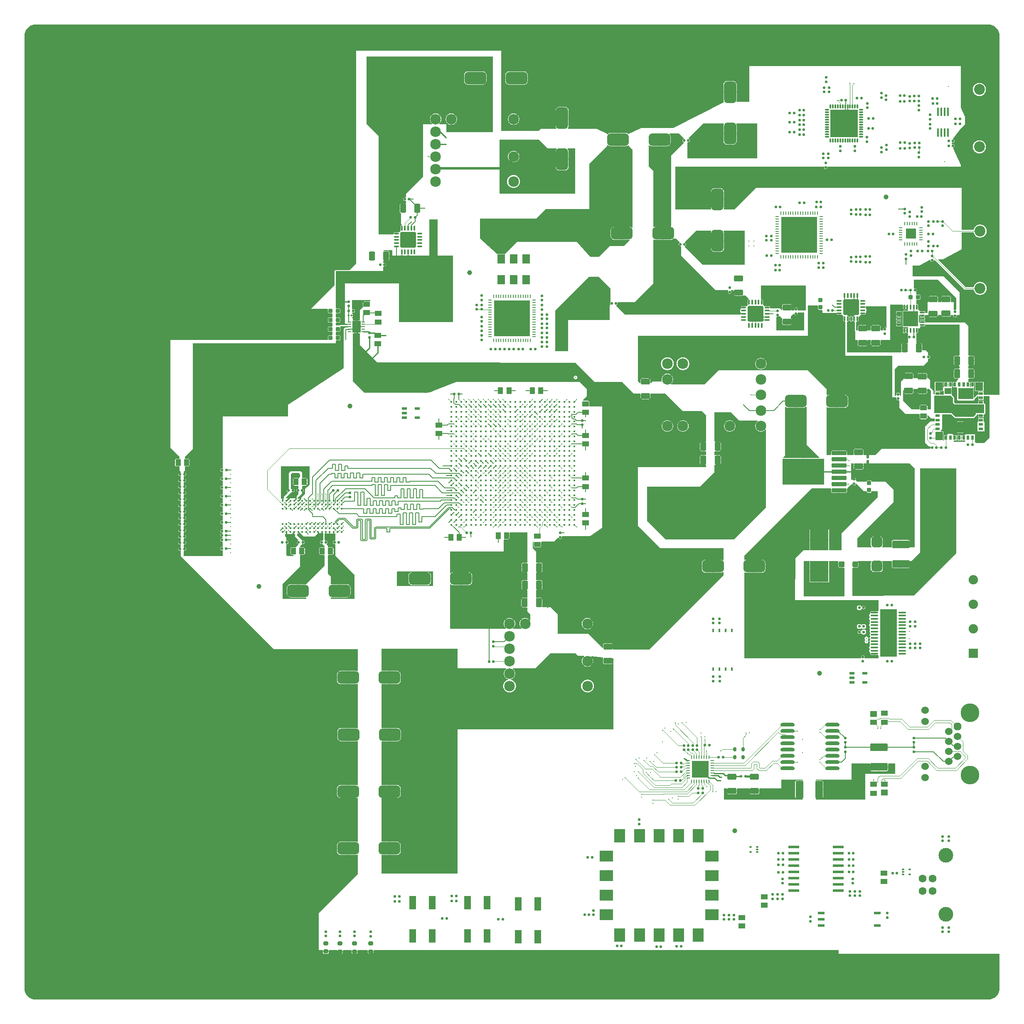
<source format=gbr>
%TF.GenerationSoftware,Altium Limited,Altium Designer,23.11.1 (41)*%
G04 Layer_Physical_Order=1*
G04 Layer_Color=255*
%FSLAX45Y45*%
%MOMM*%
%TF.SameCoordinates,75D3B97C-BFDA-4FAF-9EB3-CC348FD6A853*%
%TF.FilePolarity,Positive*%
%TF.FileFunction,Copper,L1,Top,Signal*%
%TF.Part,Single*%
G01*
G75*
%TA.AperFunction,SMDPad,SMDef*%
%ADD10R,3.40000X9.70000*%
%TA.AperFunction,SMDPad,CuDef*%
%ADD11O,1.60000X0.30000*%
G04:AMPARAMS|DCode=12|XSize=0.508mm|YSize=0.508mm|CornerRadius=0.1524mm|HoleSize=0mm|Usage=FLASHONLY|Rotation=90.000|XOffset=0mm|YOffset=0mm|HoleType=Round|Shape=RoundedRectangle|*
%AMROUNDEDRECTD12*
21,1,0.50800,0.20320,0,0,90.0*
21,1,0.20320,0.50800,0,0,90.0*
1,1,0.30480,0.10160,0.10160*
1,1,0.30480,0.10160,-0.10160*
1,1,0.30480,-0.10160,-0.10160*
1,1,0.30480,-0.10160,0.10160*
%
%ADD12ROUNDEDRECTD12*%
G04:AMPARAMS|DCode=13|XSize=0.508mm|YSize=0.508mm|CornerRadius=0.1524mm|HoleSize=0mm|Usage=FLASHONLY|Rotation=0.000|XOffset=0mm|YOffset=0mm|HoleType=Round|Shape=RoundedRectangle|*
%AMROUNDEDRECTD13*
21,1,0.50800,0.20320,0,0,0.0*
21,1,0.20320,0.50800,0,0,0.0*
1,1,0.30480,0.10160,-0.10160*
1,1,0.30480,-0.10160,-0.10160*
1,1,0.30480,-0.10160,0.10160*
1,1,0.30480,0.10160,0.10160*
%
%ADD13ROUNDEDRECTD13*%
%ADD14R,1.40000X2.75000*%
G04:AMPARAMS|DCode=15|XSize=1.397mm|YSize=1.0922mm|CornerRadius=0.20206mm|HoleSize=0mm|Usage=FLASHONLY|Rotation=180.000|XOffset=0mm|YOffset=0mm|HoleType=Round|Shape=RoundedRectangle|*
%AMROUNDEDRECTD15*
21,1,1.39700,0.68809,0,0,180.0*
21,1,0.99289,1.09220,0,0,180.0*
1,1,0.40411,-0.49644,0.34404*
1,1,0.40411,0.49644,0.34404*
1,1,0.40411,0.49644,-0.34404*
1,1,0.40411,-0.49644,-0.34404*
%
%ADD15ROUNDEDRECTD15*%
G04:AMPARAMS|DCode=16|XSize=4.4mm|YSize=2.5mm|CornerRadius=0.625mm|HoleSize=0mm|Usage=FLASHONLY|Rotation=0.000|XOffset=0mm|YOffset=0mm|HoleType=Round|Shape=RoundedRectangle|*
%AMROUNDEDRECTD16*
21,1,4.40000,1.25000,0,0,0.0*
21,1,3.15000,2.50000,0,0,0.0*
1,1,1.25000,1.57500,-0.62500*
1,1,1.25000,-1.57500,-0.62500*
1,1,1.25000,-1.57500,0.62500*
1,1,1.25000,1.57500,0.62500*
%
%ADD16ROUNDEDRECTD16*%
G04:AMPARAMS|DCode=17|XSize=1.8034mm|YSize=1.1938mm|CornerRadius=0.20295mm|HoleSize=0mm|Usage=FLASHONLY|Rotation=90.000|XOffset=0mm|YOffset=0mm|HoleType=Round|Shape=RoundedRectangle|*
%AMROUNDEDRECTD17*
21,1,1.80340,0.78791,0,0,90.0*
21,1,1.39751,1.19380,0,0,90.0*
1,1,0.40589,0.39395,0.69875*
1,1,0.40589,0.39395,-0.69875*
1,1,0.40589,-0.39395,-0.69875*
1,1,0.40589,-0.39395,0.69875*
%
%ADD17ROUNDEDRECTD17*%
G04:AMPARAMS|DCode=18|XSize=1.8034mm|YSize=1.1938mm|CornerRadius=0.20295mm|HoleSize=0mm|Usage=FLASHONLY|Rotation=180.000|XOffset=0mm|YOffset=0mm|HoleType=Round|Shape=RoundedRectangle|*
%AMROUNDEDRECTD18*
21,1,1.80340,0.78791,0,0,180.0*
21,1,1.39751,1.19380,0,0,180.0*
1,1,0.40589,-0.69875,0.39395*
1,1,0.40589,0.69875,0.39395*
1,1,0.40589,0.69875,-0.39395*
1,1,0.40589,-0.69875,-0.39395*
%
%ADD18ROUNDEDRECTD18*%
G04:AMPARAMS|DCode=19|XSize=1mm|YSize=0.8mm|CornerRadius=0.2mm|HoleSize=0mm|Usage=FLASHONLY|Rotation=0.000|XOffset=0mm|YOffset=0mm|HoleType=Round|Shape=RoundedRectangle|*
%AMROUNDEDRECTD19*
21,1,1.00000,0.40000,0,0,0.0*
21,1,0.60000,0.80000,0,0,0.0*
1,1,0.40000,0.30000,-0.20000*
1,1,0.40000,-0.30000,-0.20000*
1,1,0.40000,-0.30000,0.20000*
1,1,0.40000,0.30000,0.20000*
%
%ADD19ROUNDEDRECTD19*%
%TA.AperFunction,SMDPad,SMDef*%
%ADD20C,1.00000*%
%TA.AperFunction,SMDPad,CuDef*%
%ADD21R,1.60000X1.70000*%
%ADD22R,0.95000X0.60000*%
%ADD23R,0.60000X0.95000*%
%ADD24R,3.10000X2.20000*%
%ADD25R,2.04000X3.05000*%
%ADD26R,1.40000X1.24000*%
%ADD27R,1.10000X2.25000*%
G04:AMPARAMS|DCode=28|XSize=0.35mm|YSize=1mm|CornerRadius=0.0875mm|HoleSize=0mm|Usage=FLASHONLY|Rotation=90.000|XOffset=0mm|YOffset=0mm|HoleType=Round|Shape=RoundedRectangle|*
%AMROUNDEDRECTD28*
21,1,0.35000,0.82500,0,0,90.0*
21,1,0.17500,1.00000,0,0,90.0*
1,1,0.17500,0.41250,0.08750*
1,1,0.17500,0.41250,-0.08750*
1,1,0.17500,-0.41250,-0.08750*
1,1,0.17500,-0.41250,0.08750*
%
%ADD28ROUNDEDRECTD28*%
G04:AMPARAMS|DCode=29|XSize=0.35mm|YSize=1mm|CornerRadius=0.0875mm|HoleSize=0mm|Usage=FLASHONLY|Rotation=0.000|XOffset=0mm|YOffset=0mm|HoleType=Round|Shape=RoundedRectangle|*
%AMROUNDEDRECTD29*
21,1,0.35000,0.82500,0,0,0.0*
21,1,0.17500,1.00000,0,0,0.0*
1,1,0.17500,0.08750,-0.41250*
1,1,0.17500,-0.08750,-0.41250*
1,1,0.17500,-0.08750,0.41250*
1,1,0.17500,0.08750,0.41250*
%
%ADD29ROUNDEDRECTD29*%
G04:AMPARAMS|DCode=30|XSize=3.15mm|YSize=3.15mm|CornerRadius=0.1575mm|HoleSize=0mm|Usage=FLASHONLY|Rotation=90.000|XOffset=0mm|YOffset=0mm|HoleType=Round|Shape=RoundedRectangle|*
%AMROUNDEDRECTD30*
21,1,3.15000,2.83500,0,0,90.0*
21,1,2.83500,3.15000,0,0,90.0*
1,1,0.31500,1.41750,1.41750*
1,1,0.31500,1.41750,-1.41750*
1,1,0.31500,-1.41750,-1.41750*
1,1,0.31500,-1.41750,1.41750*
%
%ADD30ROUNDEDRECTD30*%
G04:AMPARAMS|DCode=31|XSize=3.15mm|YSize=3.15mm|CornerRadius=0.1575mm|HoleSize=0mm|Usage=FLASHONLY|Rotation=180.000|XOffset=0mm|YOffset=0mm|HoleType=Round|Shape=RoundedRectangle|*
%AMROUNDEDRECTD31*
21,1,3.15000,2.83500,0,0,180.0*
21,1,2.83500,3.15000,0,0,180.0*
1,1,0.31500,-1.41750,1.41750*
1,1,0.31500,1.41750,1.41750*
1,1,0.31500,1.41750,-1.41750*
1,1,0.31500,-1.41750,-1.41750*
%
%ADD31ROUNDEDRECTD31*%
G04:AMPARAMS|DCode=32|XSize=4.4mm|YSize=2.5mm|CornerRadius=0.625mm|HoleSize=0mm|Usage=FLASHONLY|Rotation=270.000|XOffset=0mm|YOffset=0mm|HoleType=Round|Shape=RoundedRectangle|*
%AMROUNDEDRECTD32*
21,1,4.40000,1.25000,0,0,270.0*
21,1,3.15000,2.50000,0,0,270.0*
1,1,1.25000,-0.62500,-1.57500*
1,1,1.25000,-0.62500,1.57500*
1,1,1.25000,0.62500,1.57500*
1,1,1.25000,0.62500,-1.57500*
%
%ADD32ROUNDEDRECTD32*%
%TA.AperFunction,BGAPad,CuDef*%
%ADD33C,2.15900*%
%TA.AperFunction,SMDPad,CuDef*%
%ADD34R,1.05000X0.60000*%
G04:AMPARAMS|DCode=35|XSize=2.26mm|YSize=2.16mm|CornerRadius=0.54mm|HoleSize=0mm|Usage=FLASHONLY|Rotation=180.000|XOffset=0mm|YOffset=0mm|HoleType=Round|Shape=RoundedRectangle|*
%AMROUNDEDRECTD35*
21,1,2.26000,1.08000,0,0,180.0*
21,1,1.18000,2.16000,0,0,180.0*
1,1,1.08000,-0.59000,0.54000*
1,1,1.08000,0.59000,0.54000*
1,1,1.08000,0.59000,-0.54000*
1,1,1.08000,-0.59000,-0.54000*
%
%ADD35ROUNDEDRECTD35*%
%ADD36C,1.00000*%
G04:AMPARAMS|DCode=37|XSize=0.24mm|YSize=0.6mm|CornerRadius=0.0492mm|HoleSize=0mm|Usage=FLASHONLY|Rotation=90.000|XOffset=0mm|YOffset=0mm|HoleType=Round|Shape=RoundedRectangle|*
%AMROUNDEDRECTD37*
21,1,0.24000,0.50160,0,0,90.0*
21,1,0.14160,0.60000,0,0,90.0*
1,1,0.09840,0.25080,0.07080*
1,1,0.09840,0.25080,-0.07080*
1,1,0.09840,-0.25080,-0.07080*
1,1,0.09840,-0.25080,0.07080*
%
%ADD37ROUNDEDRECTD37*%
G04:AMPARAMS|DCode=38|XSize=2.4mm|YSize=1.65mm|CornerRadius=0.04125mm|HoleSize=0mm|Usage=FLASHONLY|Rotation=90.000|XOffset=0mm|YOffset=0mm|HoleType=Round|Shape=RoundedRectangle|*
%AMROUNDEDRECTD38*
21,1,2.40000,1.56750,0,0,90.0*
21,1,2.31750,1.65000,0,0,90.0*
1,1,0.08250,0.78375,1.15875*
1,1,0.08250,0.78375,-1.15875*
1,1,0.08250,-0.78375,-1.15875*
1,1,0.08250,-0.78375,1.15875*
%
%ADD38ROUNDEDRECTD38*%
G04:AMPARAMS|DCode=39|XSize=0.889mm|YSize=0.8636mm|CornerRadius=0.15113mm|HoleSize=0mm|Usage=FLASHONLY|Rotation=0.000|XOffset=0mm|YOffset=0mm|HoleType=Round|Shape=RoundedRectangle|*
%AMROUNDEDRECTD39*
21,1,0.88900,0.56134,0,0,0.0*
21,1,0.58674,0.86360,0,0,0.0*
1,1,0.30226,0.29337,-0.28067*
1,1,0.30226,-0.29337,-0.28067*
1,1,0.30226,-0.29337,0.28067*
1,1,0.30226,0.29337,0.28067*
%
%ADD39ROUNDEDRECTD39*%
%ADD40R,0.30480X0.45720*%
G04:AMPARAMS|DCode=41|XSize=1.397mm|YSize=1.0922mm|CornerRadius=0.20206mm|HoleSize=0mm|Usage=FLASHONLY|Rotation=270.000|XOffset=0mm|YOffset=0mm|HoleType=Round|Shape=RoundedRectangle|*
%AMROUNDEDRECTD41*
21,1,1.39700,0.68809,0,0,270.0*
21,1,0.99289,1.09220,0,0,270.0*
1,1,0.40411,-0.34404,-0.49644*
1,1,0.40411,-0.34404,0.49644*
1,1,0.40411,0.34404,0.49644*
1,1,0.40411,0.34404,-0.49644*
%
%ADD41ROUNDEDRECTD41*%
%TA.AperFunction,BGAPad,CuDef*%
%ADD42C,0.45000*%
%TA.AperFunction,SMDPad,CuDef*%
%ADD43O,0.44999X0.45000*%
G04:AMPARAMS|DCode=44|XSize=0.4mm|YSize=0.7mm|CornerRadius=0.1mm|HoleSize=0mm|Usage=FLASHONLY|Rotation=180.000|XOffset=0mm|YOffset=0mm|HoleType=Round|Shape=RoundedRectangle|*
%AMROUNDEDRECTD44*
21,1,0.40000,0.50000,0,0,180.0*
21,1,0.20000,0.70000,0,0,180.0*
1,1,0.20000,-0.10000,0.25000*
1,1,0.20000,0.10000,0.25000*
1,1,0.20000,0.10000,-0.25000*
1,1,0.20000,-0.10000,-0.25000*
%
%ADD44ROUNDEDRECTD44*%
%ADD45R,1.55000X1.95000*%
G04:AMPARAMS|DCode=46|XSize=0.95mm|YSize=0.3mm|CornerRadius=0.075mm|HoleSize=0mm|Usage=FLASHONLY|Rotation=180.000|XOffset=0mm|YOffset=0mm|HoleType=Round|Shape=RoundedRectangle|*
%AMROUNDEDRECTD46*
21,1,0.95000,0.15000,0,0,180.0*
21,1,0.80000,0.30000,0,0,180.0*
1,1,0.15000,-0.40000,0.07500*
1,1,0.15000,0.40000,0.07500*
1,1,0.15000,0.40000,-0.07500*
1,1,0.15000,-0.40000,-0.07500*
%
%ADD46ROUNDEDRECTD46*%
%ADD47R,3.15000X3.15000*%
%ADD48O,0.80000X0.23000*%
%ADD49O,0.23000X0.80000*%
%ADD50R,7.40000X7.40000*%
%ADD51O,0.40000X1.80000*%
%ADD52R,7.40000X7.40000*%
%ADD53R,2.10000X2.10000*%
%ADD54O,0.20000X0.80000*%
%ADD55O,0.80000X0.20000*%
%ADD56O,0.85000X0.28000*%
%ADD57R,5.60000X5.60000*%
%ADD58O,0.28000X0.85000*%
G04:AMPARAMS|DCode=59|XSize=0.889mm|YSize=0.8636mm|CornerRadius=0.15113mm|HoleSize=0mm|Usage=FLASHONLY|Rotation=270.000|XOffset=0mm|YOffset=0mm|HoleType=Round|Shape=RoundedRectangle|*
%AMROUNDEDRECTD59*
21,1,0.88900,0.56134,0,0,270.0*
21,1,0.58674,0.86360,0,0,270.0*
1,1,0.30226,-0.28067,-0.29337*
1,1,0.30226,-0.28067,0.29337*
1,1,0.30226,0.28067,0.29337*
1,1,0.30226,0.28067,-0.29337*
%
%ADD59ROUNDEDRECTD59*%
%ADD60O,2.92100X0.76200*%
%ADD61R,1.40000X1.20000*%
%ADD62R,1.40000X1.00000*%
G04:AMPARAMS|DCode=63|XSize=0.3mm|YSize=0.45mm|CornerRadius=0.075mm|HoleSize=0mm|Usage=FLASHONLY|Rotation=90.000|XOffset=0mm|YOffset=0mm|HoleType=Round|Shape=RoundedRectangle|*
%AMROUNDEDRECTD63*
21,1,0.30000,0.30000,0,0,90.0*
21,1,0.15000,0.45000,0,0,90.0*
1,1,0.15000,0.15000,0.07500*
1,1,0.15000,0.15000,-0.07500*
1,1,0.15000,-0.15000,-0.07500*
1,1,0.15000,-0.15000,0.07500*
%
%ADD63ROUNDEDRECTD63*%
%ADD64R,2.30000X2.80000*%
%ADD65R,2.80000X2.30000*%
%ADD66R,1.38000X0.60000*%
G04:AMPARAMS|DCode=67|XSize=1.6mm|YSize=3.5mm|CornerRadius=0.2mm|HoleSize=0mm|Usage=FLASHONLY|Rotation=180.000|XOffset=0mm|YOffset=0mm|HoleType=Round|Shape=RoundedRectangle|*
%AMROUNDEDRECTD67*
21,1,1.60000,3.10000,0,0,180.0*
21,1,1.20000,3.50000,0,0,180.0*
1,1,0.40000,-0.60000,1.55000*
1,1,0.40000,0.60000,1.55000*
1,1,0.40000,0.60000,-1.55000*
1,1,0.40000,-0.60000,-1.55000*
%
%ADD67ROUNDEDRECTD67*%
G04:AMPARAMS|DCode=68|XSize=1.6mm|YSize=3.5mm|CornerRadius=0.2mm|HoleSize=0mm|Usage=FLASHONLY|Rotation=270.000|XOffset=0mm|YOffset=0mm|HoleType=Round|Shape=RoundedRectangle|*
%AMROUNDEDRECTD68*
21,1,1.60000,3.10000,0,0,270.0*
21,1,1.20000,3.50000,0,0,270.0*
1,1,0.40000,-1.55000,-0.60000*
1,1,0.40000,-1.55000,0.60000*
1,1,0.40000,1.55000,0.60000*
1,1,0.40000,1.55000,-0.60000*
%
%ADD68ROUNDEDRECTD68*%
G04:AMPARAMS|DCode=69|XSize=3.4mm|YSize=3.4mm|CornerRadius=0mm|HoleSize=0mm|Usage=FLASHONLY|Rotation=180.000|XOffset=0mm|YOffset=0mm|HoleType=Round|Shape=RoundedRectangle|*
%AMROUNDEDRECTD69*
21,1,3.40000,3.40000,0,0,180.0*
21,1,3.40000,3.40000,0,0,180.0*
1,1,0.00000,-1.70000,1.70000*
1,1,0.00000,1.70000,1.70000*
1,1,0.00000,1.70000,-1.70000*
1,1,0.00000,-1.70000,-1.70000*
%
%ADD69ROUNDEDRECTD69*%
%ADD70R,0.25000X0.80000*%
%ADD71R,0.80000X0.25000*%
G04:AMPARAMS|DCode=72|XSize=0.65mm|YSize=0.85mm|CornerRadius=0.1625mm|HoleSize=0mm|Usage=FLASHONLY|Rotation=180.000|XOffset=0mm|YOffset=0mm|HoleType=Round|Shape=RoundedRectangle|*
%AMROUNDEDRECTD72*
21,1,0.65000,0.52500,0,0,180.0*
21,1,0.32500,0.85000,0,0,180.0*
1,1,0.32500,-0.16250,0.26250*
1,1,0.32500,0.16250,0.26250*
1,1,0.32500,0.16250,-0.26250*
1,1,0.32500,-0.16250,-0.26250*
%
%ADD72ROUNDEDRECTD72*%
%ADD73R,8.53999X5.35000*%
G04:AMPARAMS|DCode=74|XSize=3.06mm|YSize=0.89mm|CornerRadius=0.2225mm|HoleSize=0mm|Usage=FLASHONLY|Rotation=180.000|XOffset=0mm|YOffset=0mm|HoleType=Round|Shape=RoundedRectangle|*
%AMROUNDEDRECTD74*
21,1,3.06000,0.44500,0,0,180.0*
21,1,2.61500,0.89000,0,0,180.0*
1,1,0.44500,-1.30750,0.22250*
1,1,0.44500,1.30750,0.22250*
1,1,0.44500,1.30750,-0.22250*
1,1,0.44500,-1.30750,-0.22250*
%
%ADD74ROUNDEDRECTD74*%
%ADD75R,2.29900X0.55900*%
G04:AMPARAMS|DCode=76|XSize=1.2mm|YSize=1.2mm|CornerRadius=0.18mm|HoleSize=0mm|Usage=FLASHONLY|Rotation=270.000|XOffset=0mm|YOffset=0mm|HoleType=Round|Shape=RoundedRectangle|*
%AMROUNDEDRECTD76*
21,1,1.20000,0.84000,0,0,270.0*
21,1,0.84000,1.20000,0,0,270.0*
1,1,0.36000,-0.42000,-0.42000*
1,1,0.36000,-0.42000,0.42000*
1,1,0.36000,0.42000,0.42000*
1,1,0.36000,0.42000,-0.42000*
%
%ADD76ROUNDEDRECTD76*%
G04:AMPARAMS|DCode=77|XSize=1.2mm|YSize=1.2mm|CornerRadius=0.3mm|HoleSize=0mm|Usage=FLASHONLY|Rotation=270.000|XOffset=0mm|YOffset=0mm|HoleType=Round|Shape=RoundedRectangle|*
%AMROUNDEDRECTD77*
21,1,1.20000,0.60000,0,0,270.0*
21,1,0.60000,1.20000,0,0,270.0*
1,1,0.60000,-0.30000,-0.30000*
1,1,0.60000,-0.30000,0.30000*
1,1,0.60000,0.30000,0.30000*
1,1,0.60000,0.30000,-0.30000*
%
%ADD77ROUNDEDRECTD77*%
%ADD78R,3.81000X4.24180*%
%TA.AperFunction,Conductor*%
%ADD79C,0.12700*%
%ADD80C,0.25400*%
%ADD81C,0.10160*%
%ADD82C,0.15240*%
%ADD83C,0.50800*%
%ADD84C,0.38100*%
%ADD85R,2.29997X2.24998*%
%TA.AperFunction,ComponentPad*%
%ADD86C,6.20000*%
%ADD87C,2.20000*%
%ADD88C,3.81000*%
G04:AMPARAMS|DCode=89|XSize=1.524mm|YSize=1.524mm|CornerRadius=0mm|HoleSize=0mm|Usage=FLASHONLY|Rotation=90.000|XOffset=0mm|YOffset=0mm|HoleType=Round|Shape=Octagon|*
%AMOCTAGOND89*
4,1,8,0.38100,0.76200,-0.38100,0.76200,-0.76200,0.38100,-0.76200,-0.38100,-0.38100,-0.76200,0.38100,-0.76200,0.76200,-0.38100,0.76200,0.38100,0.38100,0.76200,0.0*
%
%ADD89OCTAGOND89*%

%ADD90C,1.52400*%
%ADD91C,3.00000*%
%ADD92C,1.60000*%
%ADD93C,0.60000*%
%ADD94R,1.90500X1.90500*%
%ADD95C,1.90500*%
%ADD96R,3.00000X3.00000*%
%TA.AperFunction,ViaPad*%
%ADD97C,0.30480*%
%ADD98C,0.50000*%
%ADD99C,0.55880*%
%ADD100C,0.50800*%
G36*
X9621911Y17743675D02*
X8667168D01*
Y17907001D01*
X8527362D01*
X8523051Y17919701D01*
X8532963Y17927306D01*
X8526598Y17933672D01*
X8531986Y17939059D01*
X8538351Y17932693D01*
X8554537Y17953787D01*
X8566181Y17981902D01*
X8570154Y18012071D01*
X8566181Y18042241D01*
X8554537Y18070355D01*
X8538351Y18091447D01*
X8531986Y18085083D01*
X8526598Y18090471D01*
X8532963Y18096835D01*
X8511870Y18113020D01*
X8483756Y18124666D01*
X8453586Y18128638D01*
X8423416Y18124666D01*
X8395303Y18113020D01*
X8374210Y18096835D01*
X8380575Y18090471D01*
X8375186Y18085083D01*
X8368821Y18091447D01*
X8352636Y18070355D01*
X8340991Y18042241D01*
X8337019Y18012071D01*
X8340991Y17981902D01*
X8352636Y17953787D01*
X8368821Y17932693D01*
X8375186Y17939059D01*
X8380575Y17933672D01*
X8374210Y17927306D01*
X8384122Y17919701D01*
X8379811Y17907001D01*
X8197288D01*
Y16842461D01*
X7850632Y16495804D01*
Y16425017D01*
X7848731Y16422687D01*
X7837931Y16416052D01*
X7833649Y16416905D01*
X7827299D01*
Y16408014D01*
X7819679D01*
Y16416905D01*
X7813329D01*
X7804409Y16415131D01*
X7800078Y16412236D01*
X7806168Y16406146D01*
X7800779Y16400758D01*
X7794690Y16406848D01*
X7791795Y16402518D01*
X7790021Y16393597D01*
Y16387247D01*
X7798912D01*
Y16379626D01*
X7790021D01*
Y16373277D01*
X7791795Y16364359D01*
X7794690Y16360027D01*
X7800779Y16366116D01*
X7806168Y16360728D01*
X7800078Y16354639D01*
X7804409Y16351744D01*
X7813329Y16349969D01*
X7819679D01*
Y16358861D01*
X7827299D01*
Y16349969D01*
X7833649D01*
X7837931Y16350821D01*
X7848731Y16344186D01*
X7850632Y16341856D01*
Y16296094D01*
X7837932Y16289304D01*
X7837178Y16289809D01*
X7826286Y16291975D01*
X7790700D01*
Y16282985D01*
X7783080D01*
Y16291975D01*
X7747495D01*
X7736603Y16289809D01*
X7730600Y16285797D01*
X7736672Y16279724D01*
X7731284Y16274336D01*
X7725212Y16280409D01*
X7721200Y16274405D01*
X7719034Y16263515D01*
Y16197449D01*
X7728024D01*
Y16189828D01*
X7719034D01*
Y16123763D01*
X7721200Y16112871D01*
X7725212Y16106866D01*
X7731284Y16112939D01*
X7736672Y16107552D01*
X7730600Y16101479D01*
X7736603Y16097469D01*
X7747495Y16095300D01*
X7751839D01*
Y15885004D01*
X7766379Y15861446D01*
X7765886Y15859322D01*
X7759527Y15848746D01*
X7753975D01*
X7747588Y15847475D01*
X7745403Y15846014D01*
X7751678Y15839740D01*
X7746290Y15834352D01*
X7740014Y15840627D01*
X7738555Y15838441D01*
X7737284Y15832054D01*
Y15794614D01*
X7746048D01*
Y15786993D01*
X7737284D01*
Y15749554D01*
X7738555Y15743167D01*
X7740148Y15740782D01*
X7737218Y15732579D01*
X7735550Y15729285D01*
X7734562Y15728021D01*
X7723141Y15720390D01*
X7715507Y15708966D01*
X7714246Y15707979D01*
X7710977Y15706322D01*
X7702751Y15703378D01*
X7700365Y15704971D01*
X7693978Y15706242D01*
X7656538D01*
Y15697479D01*
X7648918D01*
Y15706242D01*
X7611478D01*
X7605090Y15704971D01*
X7602905Y15703513D01*
X7609180Y15697237D01*
X7603792Y15691849D01*
X7597517Y15698125D01*
X7596057Y15695940D01*
X7594787Y15689552D01*
Y15684612D01*
X7603551D01*
Y15676991D01*
X7594787D01*
Y15672052D01*
X7583585Y15663269D01*
X7296893Y15662979D01*
X7287908Y15671954D01*
Y17667592D01*
X7048500Y17907001D01*
Y19287556D01*
X9621911D01*
Y17743675D01*
D02*
G37*
G36*
X13510963Y17623894D02*
X13505702Y17611194D01*
X13502124D01*
X13493205Y17609419D01*
X13488873Y17606525D01*
X13494963Y17600435D01*
X13489575Y17595047D01*
X13483485Y17601137D01*
X13480591Y17596805D01*
X13478818Y17587886D01*
Y17581535D01*
X13487708D01*
Y17573917D01*
X13478818D01*
Y17567566D01*
X13480591Y17558646D01*
X13483485Y17554315D01*
X13489575Y17560405D01*
X13494963Y17555016D01*
X13488873Y17548927D01*
X13493205Y17546033D01*
X13502124Y17544258D01*
X13505293D01*
X13510271Y17532574D01*
X13252214Y17263934D01*
Y15832117D01*
X13250880Y15828743D01*
X13245755Y15821440D01*
X13244633Y15820265D01*
X13091241D01*
Y15811217D01*
X13083621D01*
Y15820265D01*
X12929932D01*
X12911626Y15817854D01*
X12898436Y15812392D01*
X12885736Y15818552D01*
Y16963295D01*
X12795641Y17053391D01*
X12795641Y17472731D01*
X12808340Y17478995D01*
X12817772Y17471758D01*
X12834830Y17464693D01*
X12853136Y17462282D01*
X13006824D01*
Y17471330D01*
X13014444D01*
Y17462282D01*
X13168134D01*
X13186440Y17464693D01*
X13203497Y17471758D01*
X13215096Y17480658D01*
X13208974Y17486780D01*
X13214362Y17492168D01*
X13220483Y17486046D01*
X13229384Y17497646D01*
X13236449Y17514702D01*
X13238860Y17533006D01*
Y17591698D01*
X13229811D01*
Y17599316D01*
X13238860D01*
Y17658006D01*
X13236449Y17676312D01*
X13229384Y17693369D01*
X13218306Y17707806D01*
X13218439Y17708820D01*
X13222729Y17720506D01*
X13414349D01*
X13510963Y17623894D01*
D02*
G37*
G36*
X304790Y19940903D02*
X19710355Y19938708D01*
X19721997Y19940240D01*
X19755463Y19936945D01*
X19798793Y19923801D01*
X19838727Y19902455D01*
X19873729Y19873729D01*
X19902455Y19838727D01*
X19923801Y19798793D01*
X19936945Y19755463D01*
X19941177Y19712482D01*
X19940903Y19710399D01*
Y12395409D01*
X19625795Y12394965D01*
X19616808Y12403939D01*
Y12419947D01*
X19608365D01*
Y12427567D01*
X19616808D01*
Y12461377D01*
X19565498D01*
Y12452934D01*
X19557878D01*
Y12461377D01*
X19506567D01*
Y12427567D01*
X19515012D01*
Y12419947D01*
X19506567D01*
Y12404056D01*
X19497469Y12395197D01*
X19485809Y12395511D01*
X19425542Y12335243D01*
X19413808Y12340103D01*
Y12418946D01*
X19405365D01*
Y12426566D01*
X19413808D01*
Y12538441D01*
X19413809Y12540376D01*
X19418480Y12551141D01*
X19426807D01*
Y12602451D01*
X19418362D01*
Y12610071D01*
X19426807D01*
Y12661381D01*
X19392998D01*
Y12652938D01*
X19385378D01*
Y12661381D01*
X19351567D01*
Y12610071D01*
X19360010D01*
Y12602451D01*
X19351567D01*
Y12553077D01*
X19351566Y12551141D01*
X19351109Y12550090D01*
X19349074D01*
X19336809Y12562601D01*
Y12602451D01*
X19328366D01*
Y12610071D01*
X19336809D01*
Y12661381D01*
X19307014D01*
Y12720715D01*
X19319714Y12729698D01*
X19323451Y12728955D01*
X19359036D01*
Y12737946D01*
X19366656D01*
Y12728955D01*
X19402242D01*
X19413133Y12731122D01*
X19419138Y12735133D01*
X19413065Y12741206D01*
X19418452Y12746594D01*
X19424525Y12740521D01*
X19428537Y12746525D01*
X19430704Y12757417D01*
Y12823482D01*
X19421713D01*
Y12831102D01*
X19430704D01*
Y12897168D01*
X19428537Y12908060D01*
X19424525Y12914062D01*
X19418452Y12907990D01*
X19413065Y12913377D01*
X19419138Y12919450D01*
X19413133Y12923462D01*
X19402242Y12925629D01*
X19366656D01*
Y12916640D01*
X19359036D01*
Y12925629D01*
X19323451D01*
X19319714Y12924886D01*
X19307014Y12933868D01*
Y12984900D01*
X19319714Y12993884D01*
X19323451Y12993141D01*
X19359036D01*
Y13002132D01*
X19366656D01*
Y12993141D01*
X19402242D01*
X19413133Y12995306D01*
X19419138Y12999319D01*
X19413065Y13005391D01*
X19418452Y13010779D01*
X19424525Y13004707D01*
X19428537Y13010710D01*
X19430704Y13021602D01*
Y13087668D01*
X19421713D01*
Y13095288D01*
X19430704D01*
Y13161353D01*
X19428537Y13172244D01*
X19424525Y13178249D01*
X19418452Y13172176D01*
X19413065Y13177563D01*
X19419138Y13183636D01*
X19413133Y13187648D01*
X19402242Y13189815D01*
X19366656D01*
Y13180824D01*
X19359036D01*
Y13189815D01*
X19323451D01*
X19319714Y13189072D01*
X19307014Y13198055D01*
Y13796812D01*
X19235414Y13868413D01*
X18428313D01*
X18425362Y13872829D01*
Y13876518D01*
X18415672D01*
Y13884138D01*
X18425362D01*
Y13887827D01*
X18420569Y13899400D01*
X18408997Y13904193D01*
X18372807D01*
Y13894504D01*
X18365187D01*
Y13904193D01*
X18328996D01*
X18317424Y13899400D01*
X18312631Y13887827D01*
Y13884138D01*
X18322321D01*
Y13876518D01*
X18312631D01*
Y13872829D01*
X18309682Y13868413D01*
X18294107D01*
Y13941521D01*
X18285663D01*
Y13949141D01*
X18294107D01*
Y14020813D01*
X18310637D01*
X18312631Y14017828D01*
Y14014140D01*
X18322321D01*
Y14006520D01*
X18312631D01*
Y14002831D01*
X18317424Y13991258D01*
X18328996Y13986464D01*
X18365187D01*
Y13996153D01*
X18372807D01*
Y13986464D01*
X18408997D01*
X18420569Y13991258D01*
X18425362Y14002831D01*
Y14006520D01*
X18415672D01*
Y14014140D01*
X18425362D01*
Y14017828D01*
X18427356Y14020813D01*
X18488133D01*
Y14011574D01*
X18490300Y14000684D01*
X18494312Y13994679D01*
X18500385Y14000752D01*
X18505772Y13995364D01*
X18499699Y13989291D01*
X18505704Y13985280D01*
X18516595Y13983113D01*
X18582660D01*
Y13992104D01*
X18590280D01*
Y13983113D01*
X18656345D01*
X18667236Y13985280D01*
X18673241Y13989291D01*
X18667168Y13995364D01*
X18672556Y14000752D01*
X18678629Y13994679D01*
X18682640Y14000684D01*
X18684807Y14011574D01*
Y14020813D01*
X18752319D01*
Y14014140D01*
X18754485Y14003249D01*
X18758498Y13997244D01*
X18764569Y14003317D01*
X18769957Y13997929D01*
X18763885Y13991856D01*
X18769888Y13987845D01*
X18780780Y13985678D01*
X18846844D01*
Y13994669D01*
X18854465D01*
Y13985678D01*
X18920531D01*
X18931422Y13987845D01*
X18937427Y13991856D01*
X18931354Y13997929D01*
X18936742Y14003317D01*
X18942815Y13997244D01*
X18946826Y14003249D01*
X18948991Y14014140D01*
Y14020813D01*
X18987817D01*
X18998824Y14011041D01*
Y14004691D01*
X19007713D01*
Y13997070D01*
X18998824D01*
Y13990721D01*
X19000597Y13981802D01*
X19003493Y13977470D01*
X19009581Y13983560D01*
X19014970Y13978172D01*
X19008881Y13972083D01*
X19013211Y13969186D01*
X19022131Y13967413D01*
X19028481D01*
Y13976305D01*
X19036101D01*
Y13967413D01*
X19042451D01*
X19051370Y13969186D01*
X19055702Y13972083D01*
X19049612Y13978172D01*
X19055000Y13983560D01*
X19061090Y13977470D01*
X19063985Y13981802D01*
X19065759Y13990721D01*
Y13997070D01*
X19056866D01*
Y14004691D01*
X19065759D01*
Y14011041D01*
X19076764Y14020813D01*
X19127299D01*
Y14487154D01*
X18797977Y14807167D01*
X18167615D01*
Y15027167D01*
X18302614D01*
X18523772Y15147055D01*
X18536472Y15139493D01*
Y15127458D01*
X18538246Y15118539D01*
X18541141Y15114207D01*
X18547231Y15120297D01*
X18552618Y15114909D01*
X18546529Y15108820D01*
X18550861Y15105925D01*
X18559779Y15104150D01*
X18566130D01*
Y15113042D01*
X18573750D01*
Y15104150D01*
X18580099D01*
X18589018Y15105925D01*
X18593352Y15108820D01*
X18587260Y15114909D01*
X18592648Y15120297D01*
X18598740Y15114207D01*
X18601634Y15118539D01*
X18603407Y15127458D01*
Y15138065D01*
X18616109Y15143324D01*
X19216702Y14542731D01*
X19216702Y14542731D01*
X19225945Y14536554D01*
X19236847Y14534386D01*
X19236848Y14534386D01*
X19415041D01*
X19415857Y14528191D01*
X19429243Y14495869D01*
X19450540Y14468117D01*
X19478294Y14446820D01*
X19510614Y14433434D01*
X19545297Y14428867D01*
X19579980Y14433434D01*
X19612302Y14446820D01*
X19640054Y14468117D01*
X19661351Y14495869D01*
X19674738Y14528191D01*
X19679305Y14562872D01*
X19674738Y14597557D01*
X19661351Y14629877D01*
X19640054Y14657629D01*
X19612302Y14678926D01*
X19579980Y14692314D01*
X19545297Y14696880D01*
X19510614Y14692314D01*
X19478294Y14678926D01*
X19450540Y14657629D01*
X19429243Y14629877D01*
X19415857Y14597557D01*
X19415041Y14591360D01*
X19248647D01*
X18692139Y15147868D01*
X18696999Y15159602D01*
X18789873D01*
X19168564Y15358321D01*
Y15702786D01*
X19415041D01*
X19415857Y15696590D01*
X19429243Y15664270D01*
X19450540Y15636516D01*
X19478294Y15615221D01*
X19510614Y15601833D01*
X19545297Y15597267D01*
X19579980Y15601833D01*
X19612302Y15615221D01*
X19640054Y15636516D01*
X19661351Y15664270D01*
X19674738Y15696590D01*
X19679305Y15731273D01*
X19674738Y15765958D01*
X19661351Y15798277D01*
X19640054Y15826030D01*
X19612302Y15847327D01*
X19579980Y15860715D01*
X19545297Y15865280D01*
X19510614Y15860715D01*
X19478294Y15847327D01*
X19450540Y15826030D01*
X19429243Y15798277D01*
X19415857Y15765958D01*
X19415041Y15759761D01*
X19168564D01*
Y16608867D01*
X14979384D01*
X14544513Y16173996D01*
X14325661D01*
X14318887Y16186697D01*
X14323918Y16198839D01*
X14326328Y16217143D01*
Y16370833D01*
X14317279D01*
Y16378453D01*
X14326328D01*
Y16532143D01*
X14323918Y16550449D01*
X14316852Y16567506D01*
X14307951Y16579105D01*
X14301830Y16572983D01*
X14296442Y16578371D01*
X14302563Y16584492D01*
X14290965Y16593393D01*
X14273907Y16600458D01*
X14255603Y16602869D01*
X14196913D01*
Y16593820D01*
X14189293D01*
Y16602869D01*
X14130603D01*
X14112299Y16600458D01*
X14095239Y16593393D01*
X14083643Y16584492D01*
X14089763Y16578371D01*
X14084375Y16572983D01*
X14078253Y16579105D01*
X14069353Y16567506D01*
X14062288Y16550449D01*
X14059879Y16532143D01*
Y16378453D01*
X14068925D01*
Y16370833D01*
X14059879D01*
Y16217143D01*
X14062288Y16198839D01*
X14067317Y16186697D01*
X14060544Y16173996D01*
X13332462D01*
Y17040295D01*
X16363206D01*
X16364374Y17038870D01*
Y17032521D01*
X16373267D01*
Y17024901D01*
X16364374D01*
Y17018552D01*
X16366148Y17009631D01*
X16369043Y17005299D01*
X16375133Y17011391D01*
X16380521Y17006001D01*
X16374431Y16999911D01*
X16378763Y16997018D01*
X16387682Y16995244D01*
X16394032D01*
Y17004135D01*
X16401653D01*
Y16995244D01*
X16408002D01*
X16416922Y16997018D01*
X16421252Y16999911D01*
X16415164Y17006001D01*
X16420552Y17011391D01*
X16426642Y17005299D01*
X16429536Y17009631D01*
X16431310Y17018552D01*
Y17024901D01*
X16422420D01*
Y17032521D01*
X16431310D01*
Y17038870D01*
X16432478Y17040295D01*
X19154486D01*
X19153973Y17074306D01*
X18991026Y17425948D01*
X18997862Y17436652D01*
X19003011D01*
X19011929Y17438425D01*
X19016261Y17441319D01*
X19010172Y17447409D01*
X19015559Y17452797D01*
X19021649Y17446709D01*
X19024544Y17451039D01*
X19026318Y17459959D01*
Y17466309D01*
X19017427D01*
Y17473929D01*
X19026318D01*
Y17480280D01*
X19024544Y17489198D01*
X19021649Y17493530D01*
X19015559Y17487440D01*
X19010172Y17492828D01*
X19016261Y17498918D01*
X19011929Y17501813D01*
X19003011Y17503587D01*
X18996660D01*
Y17494695D01*
X18989040D01*
Y17503587D01*
X18982690D01*
X18978949Y17502843D01*
X18968156Y17510059D01*
X18966623Y17512311D01*
X18967250Y17527733D01*
X18980304Y17536188D01*
X18982690Y17535713D01*
X18989040D01*
Y17544604D01*
X18996660D01*
Y17535713D01*
X19003011D01*
X19011929Y17537488D01*
X19016261Y17540382D01*
X19010172Y17546472D01*
X19015559Y17551860D01*
X19021649Y17545770D01*
X19024544Y17550102D01*
X19026318Y17559021D01*
Y17565372D01*
X19017427D01*
Y17572990D01*
X19026318D01*
Y17579341D01*
X19024544Y17588261D01*
X19021649Y17592592D01*
X19015559Y17586504D01*
X19010172Y17591891D01*
X19016261Y17597981D01*
X19011929Y17600874D01*
X19003011Y17602649D01*
X18995215D01*
X18989095Y17615349D01*
X19153973Y17822305D01*
X19238022Y17895346D01*
Y18057932D01*
X19153973Y18242706D01*
Y19089146D01*
X14844214D01*
Y18365247D01*
X14588127D01*
X14579642Y18377946D01*
X14582523Y18384901D01*
X14584932Y18403207D01*
Y18556897D01*
X14575883D01*
Y18564517D01*
X14584932D01*
Y18718207D01*
X14582523Y18736513D01*
X14575456Y18753569D01*
X14566557Y18765169D01*
X14560435Y18759047D01*
X14555048Y18764435D01*
X14561168Y18770557D01*
X14549570Y18779456D01*
X14532512Y18786522D01*
X14514207Y18788931D01*
X14455518D01*
Y18779884D01*
X14447897D01*
Y18788931D01*
X14389207D01*
X14370901Y18786522D01*
X14353845Y18779456D01*
X14342245Y18770557D01*
X14348367Y18764435D01*
X14342979Y18759047D01*
X14336858Y18765169D01*
X14327959Y18753569D01*
X14320892Y18736513D01*
X14318481Y18718207D01*
Y18564517D01*
X14327531D01*
Y18556897D01*
X14318481D01*
Y18403207D01*
X14320892Y18384901D01*
X14327959Y18367845D01*
X14326224Y18360101D01*
X13292438Y17827567D01*
X12645227D01*
X12388545Y17711523D01*
X12375845Y17709779D01*
X12363493Y17719257D01*
X12346436Y17726321D01*
X12328131Y17728732D01*
X12174441D01*
Y17719684D01*
X12166821D01*
Y17728732D01*
X12013131D01*
X11994826Y17726321D01*
X11977769Y17719257D01*
X11966170Y17710358D01*
X11972292Y17704234D01*
X11966903Y17698846D01*
X11959629Y17706120D01*
X11948545Y17709885D01*
Y17711960D01*
X11733348Y17814372D01*
X11146685D01*
X11142807Y17821831D01*
X11141700Y17827072D01*
X11151975Y17840462D01*
X11159040Y17857520D01*
X11161450Y17875826D01*
Y18029514D01*
X11152402D01*
Y18037134D01*
X11161450D01*
Y18190823D01*
X11159040Y18209129D01*
X11151975Y18226187D01*
X11143075Y18237785D01*
X11136953Y18231664D01*
X11131565Y18237051D01*
X11137686Y18243175D01*
X11126088Y18252074D01*
X11109030Y18259138D01*
X11090725Y18261549D01*
X11032035D01*
Y18252501D01*
X11024415D01*
Y18261549D01*
X10965725D01*
X10947420Y18259138D01*
X10930363Y18252074D01*
X10918764Y18243175D01*
X10924886Y18237051D01*
X10919498Y18231664D01*
X10913376Y18237785D01*
X10904476Y18226187D01*
X10897410Y18209129D01*
X10895000Y18190823D01*
Y18037134D01*
X10904049D01*
Y18029514D01*
X10895000D01*
Y17875826D01*
X10897410Y17857520D01*
X10904476Y17840462D01*
X10914751Y17827072D01*
X10913644Y17821831D01*
X10909766Y17814372D01*
X10594657D01*
X10554105Y17773820D01*
X9789614D01*
Y19406334D01*
X6832642D01*
Y15067915D01*
X6702992Y14938264D01*
X6415608D01*
X6406688Y14936491D01*
X6399127Y14931438D01*
X6394074Y14923877D01*
X6392300Y14914957D01*
Y14627573D01*
X5913720Y14148993D01*
X6250244D01*
X6258408Y14136293D01*
X6257720Y14132832D01*
Y14108575D01*
X6266609D01*
Y14100957D01*
X6257720D01*
Y14076698D01*
X6259484Y14067828D01*
X6262350Y14063539D01*
X6268441Y14069630D01*
X6273830Y14064243D01*
X6267739Y14058151D01*
X6272028Y14055286D01*
X6280898Y14053520D01*
X6306425D01*
Y14062408D01*
X6314045D01*
Y14053520D01*
X6339572D01*
X6348173Y14046461D01*
X6348173Y13982573D01*
X6335473Y13973434D01*
X6314045D01*
Y13964548D01*
X6306425D01*
Y13973434D01*
X6280898D01*
X6272028Y13971671D01*
X6267739Y13968805D01*
X6273830Y13962714D01*
X6268441Y13957326D01*
X6262350Y13963417D01*
X6259484Y13959126D01*
X6257720Y13950256D01*
Y13925999D01*
X6266609D01*
Y13918381D01*
X6257720D01*
Y13894122D01*
X6259484Y13885252D01*
X6262350Y13880963D01*
X6268441Y13887054D01*
X6273830Y13881667D01*
X6267739Y13875575D01*
X6272028Y13872710D01*
X6280898Y13870946D01*
X6306425D01*
Y13879834D01*
X6314045D01*
Y13870946D01*
X6339572D01*
X6348173Y13863885D01*
Y13797374D01*
X6335473Y13787711D01*
X6315315D01*
Y13778822D01*
X6307695D01*
Y13787711D01*
X6282168D01*
X6273298Y13785947D01*
X6269009Y13783080D01*
X6275100Y13776990D01*
X6269711Y13771600D01*
X6263620Y13777692D01*
X6260754Y13773402D01*
X6258990Y13764532D01*
Y13740276D01*
X6267879D01*
Y13732655D01*
X6258990D01*
Y13708398D01*
X6260754Y13699529D01*
X6263620Y13695239D01*
X6269711Y13701331D01*
X6275100Y13695943D01*
X6269009Y13689851D01*
X6273298Y13686984D01*
X6282168Y13685220D01*
X6307695D01*
Y13694109D01*
X6315315D01*
Y13685220D01*
X6340842D01*
X6348173Y13679204D01*
X6348173Y13617422D01*
X6335473Y13608284D01*
X6314045D01*
Y13599396D01*
X6306425D01*
Y13608284D01*
X6280898D01*
X6272028Y13606520D01*
X6267739Y13603654D01*
X6273830Y13597563D01*
X6268441Y13592175D01*
X6262350Y13598267D01*
X6259484Y13593976D01*
X6257720Y13585106D01*
Y13560849D01*
X6266609D01*
Y13553229D01*
X6257720D01*
Y13528972D01*
X6258251Y13526305D01*
X6249715Y13513603D01*
X3047615D01*
Y11323150D01*
X3238115Y11132650D01*
Y11095316D01*
X3209720D01*
Y11086328D01*
X3202100D01*
Y11095316D01*
X3171505D01*
X3160648Y11093157D01*
X3154674Y11089165D01*
X3160747Y11083092D01*
X3155359Y11077704D01*
X3149286Y11083777D01*
X3145294Y11077802D01*
X3143134Y11066945D01*
Y11021111D01*
X3152123D01*
Y11013491D01*
X3143134D01*
Y10967657D01*
X3145294Y10956800D01*
X3149286Y10950825D01*
X3155359Y10956898D01*
X3160747Y10951510D01*
X3154674Y10945437D01*
X3160648Y10941445D01*
X3171505Y10939286D01*
X3202100D01*
Y10948275D01*
X3209720D01*
Y10939286D01*
X3238115D01*
Y10853250D01*
X3263515Y10827850D01*
Y10815054D01*
X3256709Y10809469D01*
X3250360D01*
Y10800578D01*
X3242740D01*
Y10809469D01*
X3236390D01*
X3227470Y10807695D01*
X3223138Y10804800D01*
X3229228Y10798710D01*
X3223840Y10793322D01*
X3217750Y10799412D01*
X3214856Y10795081D01*
X3213082Y10786161D01*
Y10779811D01*
X3221973D01*
Y10772191D01*
X3213082D01*
Y10765841D01*
X3214856Y10756922D01*
X3217750Y10752590D01*
X3223840Y10758680D01*
X3229228Y10753292D01*
X3223138Y10747202D01*
X3227470Y10744307D01*
X3236390Y10742533D01*
X3242740D01*
Y10751425D01*
X3250360D01*
Y10742533D01*
X3256709D01*
X3263515Y10736948D01*
Y10688054D01*
X3256709Y10682469D01*
X3250360D01*
Y10673578D01*
X3242740D01*
Y10682469D01*
X3236390D01*
X3227470Y10680695D01*
X3223138Y10677800D01*
X3229228Y10671710D01*
X3223840Y10666322D01*
X3217750Y10672412D01*
X3214856Y10668081D01*
X3213082Y10659161D01*
Y10652811D01*
X3221973D01*
Y10645191D01*
X3213082D01*
Y10638841D01*
X3214856Y10629922D01*
X3217750Y10625590D01*
X3223840Y10631680D01*
X3229228Y10626292D01*
X3223138Y10620202D01*
X3227470Y10617307D01*
X3236390Y10615533D01*
X3242740D01*
Y10624425D01*
X3250360D01*
Y10615533D01*
X3256709D01*
X3263515Y10609948D01*
Y10561054D01*
X3256709Y10555469D01*
X3250360D01*
Y10546578D01*
X3242740D01*
Y10555469D01*
X3236390D01*
X3227470Y10553695D01*
X3223138Y10550800D01*
X3229228Y10544710D01*
X3223840Y10539322D01*
X3217750Y10545412D01*
X3214856Y10541081D01*
X3213082Y10532161D01*
Y10525811D01*
X3221973D01*
Y10518191D01*
X3213082D01*
Y10511841D01*
X3214856Y10502922D01*
X3217750Y10498590D01*
X3223840Y10504680D01*
X3229228Y10499292D01*
X3223138Y10493202D01*
X3227470Y10490307D01*
X3236390Y10488533D01*
X3242740D01*
Y10497425D01*
X3250360D01*
Y10488533D01*
X3256709D01*
X3263515Y10482948D01*
Y10434054D01*
X3256709Y10428469D01*
X3250360D01*
Y10419578D01*
X3242740D01*
Y10428469D01*
X3236390D01*
X3227470Y10426695D01*
X3223138Y10423800D01*
X3229228Y10417710D01*
X3223840Y10412322D01*
X3217750Y10418412D01*
X3214856Y10414081D01*
X3213082Y10405161D01*
Y10398811D01*
X3221973D01*
Y10391191D01*
X3213082D01*
Y10384841D01*
X3214856Y10375922D01*
X3217750Y10371590D01*
X3223840Y10377680D01*
X3229228Y10372292D01*
X3223138Y10366202D01*
X3227470Y10363307D01*
X3236390Y10361533D01*
X3242740D01*
Y10370425D01*
X3250360D01*
Y10361533D01*
X3256709D01*
X3263515Y10355948D01*
Y10307054D01*
X3256709Y10301469D01*
X3250360D01*
Y10292578D01*
X3242740D01*
Y10301469D01*
X3236390D01*
X3227470Y10299695D01*
X3223138Y10296800D01*
X3229228Y10290710D01*
X3223840Y10285322D01*
X3217750Y10291412D01*
X3214856Y10287081D01*
X3213082Y10278161D01*
Y10271811D01*
X3221973D01*
Y10264191D01*
X3213082D01*
Y10257841D01*
X3214856Y10248922D01*
X3217750Y10244590D01*
X3223840Y10250680D01*
X3229228Y10245292D01*
X3223138Y10239202D01*
X3227470Y10236307D01*
X3236390Y10234533D01*
X3242740D01*
Y10243425D01*
X3250360D01*
Y10234533D01*
X3256709D01*
X3263515Y10228948D01*
Y10180054D01*
X3256709Y10174469D01*
X3250360D01*
Y10165578D01*
X3242740D01*
Y10174469D01*
X3236390D01*
X3227470Y10172695D01*
X3223138Y10169800D01*
X3229228Y10163710D01*
X3223840Y10158322D01*
X3217750Y10164412D01*
X3214856Y10160081D01*
X3213082Y10151161D01*
Y10144811D01*
X3221973D01*
Y10137191D01*
X3213082D01*
Y10130841D01*
X3214856Y10121922D01*
X3217750Y10117590D01*
X3223840Y10123680D01*
X3229228Y10118292D01*
X3223138Y10112202D01*
X3227470Y10109307D01*
X3236390Y10107533D01*
X3242740D01*
Y10116425D01*
X3250360D01*
Y10107533D01*
X3256709D01*
X3263515Y10101948D01*
Y10053054D01*
X3256709Y10047469D01*
X3250360D01*
Y10038578D01*
X3242740D01*
Y10047469D01*
X3236390D01*
X3227470Y10045695D01*
X3223138Y10042800D01*
X3229228Y10036710D01*
X3223840Y10031322D01*
X3217750Y10037412D01*
X3214856Y10033081D01*
X3213082Y10024161D01*
Y10017811D01*
X3221973D01*
Y10010191D01*
X3213082D01*
Y10003841D01*
X3214856Y9994922D01*
X3217750Y9990590D01*
X3223840Y9996680D01*
X3229228Y9991292D01*
X3223138Y9985202D01*
X3227470Y9982307D01*
X3236390Y9980533D01*
X3242740D01*
Y9989425D01*
X3250360D01*
Y9980533D01*
X3256709D01*
X3263515Y9974948D01*
Y9926054D01*
X3256709Y9920469D01*
X3250360D01*
Y9911578D01*
X3242740D01*
Y9920469D01*
X3236390D01*
X3227470Y9918695D01*
X3223138Y9915800D01*
X3229228Y9909710D01*
X3223840Y9904322D01*
X3217750Y9910412D01*
X3214856Y9906081D01*
X3213082Y9897161D01*
Y9890811D01*
X3221973D01*
Y9883191D01*
X3213082D01*
Y9876841D01*
X3214856Y9867922D01*
X3217750Y9863590D01*
X3223840Y9869680D01*
X3229228Y9864292D01*
X3223138Y9858202D01*
X3227470Y9855307D01*
X3236390Y9853533D01*
X3242740D01*
Y9862425D01*
X3250360D01*
Y9853533D01*
X3256709D01*
X3263515Y9847948D01*
Y9799054D01*
X3256709Y9793469D01*
X3250360D01*
Y9784578D01*
X3242740D01*
Y9793469D01*
X3236390D01*
X3227470Y9791695D01*
X3223138Y9788800D01*
X3229228Y9782710D01*
X3223840Y9777322D01*
X3217750Y9783412D01*
X3214856Y9779081D01*
X3213082Y9770161D01*
Y9763811D01*
X3221973D01*
Y9756191D01*
X3213082D01*
Y9749841D01*
X3214856Y9740922D01*
X3217750Y9736590D01*
X3223840Y9742680D01*
X3229228Y9737292D01*
X3223138Y9731202D01*
X3227470Y9728307D01*
X3236390Y9726533D01*
X3242740D01*
Y9735425D01*
X3250360D01*
Y9726533D01*
X3256709D01*
X3263515Y9720948D01*
Y9672054D01*
X3256709Y9666469D01*
X3250360D01*
Y9657578D01*
X3242740D01*
Y9666469D01*
X3236390D01*
X3227470Y9664695D01*
X3223138Y9661800D01*
X3229228Y9655710D01*
X3223840Y9650322D01*
X3217750Y9656412D01*
X3214856Y9652081D01*
X3213082Y9643161D01*
Y9636811D01*
X3221973D01*
Y9629191D01*
X3213082D01*
Y9622841D01*
X3214856Y9613922D01*
X3217750Y9609590D01*
X3223840Y9615680D01*
X3229228Y9610292D01*
X3223138Y9604202D01*
X3227470Y9601307D01*
X3236390Y9599533D01*
X3242740D01*
Y9608425D01*
X3250360D01*
Y9599533D01*
X3256709D01*
X3263515Y9593948D01*
Y9545054D01*
X3256711Y9539470D01*
X3250361D01*
Y9530579D01*
X3242741D01*
Y9539470D01*
X3236391D01*
X3227471Y9537696D01*
X3223140Y9534802D01*
X3229230Y9528712D01*
X3223841Y9523324D01*
X3217752Y9529414D01*
X3214857Y9525082D01*
X3213083Y9516162D01*
Y9509812D01*
X3221974D01*
Y9502192D01*
X3213083D01*
Y9495842D01*
X3214857Y9486923D01*
X3217752Y9482591D01*
X3223841Y9488681D01*
X3229230Y9483293D01*
X3223140Y9477203D01*
X3227471Y9474309D01*
X3236391Y9472535D01*
X3242741D01*
Y9481426D01*
X3250361D01*
Y9472535D01*
X3256711D01*
X3263515Y9466950D01*
Y9418054D01*
X3256709Y9412469D01*
X3250360D01*
Y9403578D01*
X3242740D01*
Y9412469D01*
X3236390D01*
X3227470Y9410695D01*
X3223138Y9407800D01*
X3229228Y9401710D01*
X3223840Y9396322D01*
X3217750Y9402412D01*
X3214856Y9398081D01*
X3213082Y9389161D01*
Y9382811D01*
X3221973D01*
Y9375191D01*
X3213082D01*
Y9368841D01*
X3214856Y9359922D01*
X3217750Y9355590D01*
X3223840Y9361680D01*
X3229228Y9356292D01*
X3223138Y9350202D01*
X3227470Y9347307D01*
X3236390Y9345533D01*
X3242740D01*
Y9354425D01*
X3250360D01*
Y9345533D01*
X3256709D01*
X3263515Y9339948D01*
Y9291054D01*
X3256709Y9285469D01*
X3250360D01*
Y9276578D01*
X3242740D01*
Y9285469D01*
X3236390D01*
X3227470Y9283695D01*
X3223138Y9280800D01*
X3229228Y9274710D01*
X3223840Y9269322D01*
X3217750Y9275412D01*
X3214856Y9271081D01*
X3213082Y9262161D01*
Y9255811D01*
X3221973D01*
Y9248191D01*
X3213082D01*
Y9241841D01*
X3214856Y9232922D01*
X3217750Y9228590D01*
X3223840Y9234680D01*
X3229228Y9229292D01*
X3223138Y9223202D01*
X3227470Y9220307D01*
X3236390Y9218533D01*
X3242740D01*
Y9227425D01*
X3250360D01*
Y9218533D01*
X3256709D01*
X3263515Y9212948D01*
Y9113306D01*
X3250377Y9113305D01*
X3224976Y9113305D01*
X3043374D01*
X3230723Y9113305D01*
X3237676Y9113304D01*
X3248434D01*
X3263076Y9113304D01*
X3272185Y9104196D01*
X5160927Y7215454D01*
X5317355Y7215454D01*
X6866755D01*
Y6774114D01*
X6854054Y6765628D01*
X6847460Y6768360D01*
X6829155Y6770770D01*
X6675465D01*
Y6761721D01*
X6667845D01*
Y6770770D01*
X6514155D01*
X6495850Y6768360D01*
X6478793Y6761294D01*
X6467194Y6752394D01*
X6473316Y6746272D01*
X6467928Y6740884D01*
X6461806Y6747006D01*
X6452906Y6735407D01*
X6445840Y6718350D01*
X6443430Y6700045D01*
Y6641355D01*
X6452479D01*
Y6633735D01*
X6443430D01*
Y6575045D01*
X6445840Y6556740D01*
X6452906Y6539682D01*
X6461806Y6528084D01*
X6467928Y6534205D01*
X6473316Y6528817D01*
X6467194Y6522695D01*
X6478793Y6513795D01*
X6495850Y6506730D01*
X6514155Y6504320D01*
X6667845D01*
Y6513368D01*
X6675465D01*
Y6504320D01*
X6829155D01*
X6847460Y6506730D01*
X6854054Y6509461D01*
X6866755Y6500975D01*
Y5608480D01*
X6856195Y5601424D01*
X6853297Y5602624D01*
X6834992Y5605034D01*
X6681302D01*
Y5595986D01*
X6673682D01*
Y5605034D01*
X6519992D01*
X6501687Y5602624D01*
X6484630Y5595559D01*
X6473031Y5586659D01*
X6479153Y5580537D01*
X6473765Y5575149D01*
X6467643Y5581270D01*
X6458743Y5569672D01*
X6451677Y5552614D01*
X6449267Y5534309D01*
Y5475619D01*
X6458316D01*
Y5467999D01*
X6449267D01*
Y5409309D01*
X6451677Y5391004D01*
X6458743Y5373947D01*
X6467643Y5362348D01*
X6473765Y5368470D01*
X6479153Y5363082D01*
X6473031Y5356960D01*
X6484630Y5348060D01*
X6501687Y5340994D01*
X6519992Y5338584D01*
X6673682D01*
Y5347633D01*
X6681302D01*
Y5338584D01*
X6834992D01*
X6853297Y5340994D01*
X6856195Y5342195D01*
X6866755Y5335139D01*
Y4450014D01*
X6854054Y4441528D01*
X6847460Y4444260D01*
X6829155Y4446670D01*
X6675465D01*
Y4437621D01*
X6667845D01*
Y4446670D01*
X6514155D01*
X6495850Y4444260D01*
X6478793Y4437194D01*
X6467194Y4428294D01*
X6473316Y4422172D01*
X6467928Y4416784D01*
X6461806Y4422906D01*
X6452906Y4411307D01*
X6445840Y4394250D01*
X6443430Y4375945D01*
Y4317255D01*
X6452479D01*
Y4309635D01*
X6443430D01*
Y4250945D01*
X6445840Y4232640D01*
X6452906Y4215582D01*
X6461806Y4203984D01*
X6467928Y4210105D01*
X6473316Y4204717D01*
X6467194Y4198595D01*
X6478793Y4189695D01*
X6495850Y4182630D01*
X6514155Y4180220D01*
X6667845D01*
Y4189268D01*
X6675465D01*
Y4180220D01*
X6829155D01*
X6847460Y4182630D01*
X6854054Y4185361D01*
X6866755Y4176875D01*
Y3294314D01*
X6854054Y3285828D01*
X6847460Y3288560D01*
X6829155Y3290970D01*
X6675465D01*
Y3281921D01*
X6667845D01*
Y3290970D01*
X6514155D01*
X6495850Y3288560D01*
X6478793Y3281494D01*
X6467194Y3272594D01*
X6473316Y3266472D01*
X6467928Y3261084D01*
X6461806Y3267206D01*
X6452906Y3255607D01*
X6445840Y3238550D01*
X6443430Y3220245D01*
Y3161555D01*
X6452479D01*
Y3153935D01*
X6443430D01*
Y3095245D01*
X6445840Y3076940D01*
X6452906Y3059882D01*
X6461806Y3048284D01*
X6467928Y3054405D01*
X6473316Y3049017D01*
X6467194Y3042895D01*
X6478793Y3033995D01*
X6495850Y3026930D01*
X6514155Y3024520D01*
X6667845D01*
Y3033568D01*
X6675465D01*
Y3024520D01*
X6829155D01*
X6847460Y3026930D01*
X6854054Y3029661D01*
X6866755Y3021175D01*
Y2630250D01*
X6071243Y1834738D01*
Y1084267D01*
X6149754D01*
X6157218Y1075173D01*
Y1058983D01*
X6166202D01*
Y1051363D01*
X6157218D01*
Y1035173D01*
X6159361Y1024396D01*
X6163308Y1018490D01*
X6169380Y1024562D01*
X6174768Y1019174D01*
X6168696Y1013102D01*
X6174602Y1009155D01*
X6185379Y1007012D01*
X6211569D01*
Y1015996D01*
X6219189D01*
Y1007012D01*
X6245379D01*
X6256155Y1009155D01*
X6262062Y1013102D01*
X6255990Y1019174D01*
X6261378Y1024562D01*
X6267450Y1018490D01*
X6271396Y1024396D01*
X6273540Y1035173D01*
Y1051363D01*
X6264555D01*
Y1058983D01*
X6273540D01*
Y1075173D01*
X6281003Y1084267D01*
X6438634D01*
X6449318Y1072880D01*
Y1056690D01*
X6458302D01*
Y1049070D01*
X6449318D01*
Y1032880D01*
X6451461Y1022104D01*
X6455408Y1016197D01*
X6461480Y1022269D01*
X6466868Y1016881D01*
X6460796Y1010809D01*
X6466702Y1006863D01*
X6477479Y1004719D01*
X6503669D01*
Y1013704D01*
X6511289D01*
Y1004719D01*
X6537479D01*
X6548255Y1006863D01*
X6554162Y1010809D01*
X6548090Y1016881D01*
X6553478Y1022269D01*
X6559550Y1016197D01*
X6563496Y1022104D01*
X6565640Y1032880D01*
Y1049070D01*
X6556655D01*
Y1056690D01*
X6565640D01*
Y1072880D01*
X6576324Y1084267D01*
X6730734D01*
X6741418Y1072880D01*
Y1056690D01*
X6750402D01*
Y1049070D01*
X6741418D01*
Y1032880D01*
X6743561Y1022104D01*
X6747508Y1016197D01*
X6753580Y1022269D01*
X6758968Y1016881D01*
X6752896Y1010809D01*
X6758802Y1006863D01*
X6769579Y1004719D01*
X6795769D01*
Y1013704D01*
X6803389D01*
Y1004719D01*
X6829579D01*
X6840355Y1006863D01*
X6846262Y1010809D01*
X6840190Y1016881D01*
X6845578Y1022269D01*
X6851650Y1016197D01*
X6855596Y1022104D01*
X6857740Y1032880D01*
Y1049070D01*
X6848755D01*
Y1056690D01*
X6857740D01*
Y1072880D01*
X6868424Y1084267D01*
X7058394D01*
X7069078Y1072880D01*
Y1056690D01*
X7078062D01*
Y1049070D01*
X7069078D01*
Y1032880D01*
X7071221Y1022104D01*
X7075168Y1016197D01*
X7081240Y1022269D01*
X7086628Y1016881D01*
X7080556Y1010809D01*
X7086462Y1006863D01*
X7097239Y1004719D01*
X7123429D01*
Y1013704D01*
X7131049D01*
Y1004719D01*
X7157239D01*
X7168015Y1006863D01*
X7173922Y1010809D01*
X7167850Y1016881D01*
X7173238Y1022269D01*
X7179310Y1016197D01*
X7183256Y1022104D01*
X7185400Y1032880D01*
Y1049070D01*
X7176415D01*
Y1056690D01*
X7185400D01*
Y1072880D01*
X7196084Y1084267D01*
X16660313D01*
Y1007036D01*
X19940903D01*
Y304799D01*
X19941177Y302718D01*
X19936945Y259738D01*
X19923801Y216407D01*
X19902455Y176473D01*
X19873729Y141471D01*
X19838727Y112745D01*
X19798793Y91400D01*
X19755463Y78256D01*
X19722792Y75038D01*
X19710400Y74296D01*
X19697710Y74294D01*
X317485D01*
X304800Y74296D01*
X292408Y75038D01*
X259738Y78256D01*
X216407Y91400D01*
X176473Y112745D01*
X141471Y141471D01*
X112745Y176473D01*
X91400Y216407D01*
X78256Y259738D01*
X75038Y292408D01*
X74296Y304800D01*
X74294Y317485D01*
Y19697710D01*
X74296Y19710400D01*
X75038Y19722792D01*
X78256Y19755463D01*
X91400Y19798793D01*
X112745Y19838727D01*
X141471Y19873729D01*
X176473Y19902455D01*
X216407Y19923801D01*
X259738Y19936945D01*
X302714Y19941177D01*
X304790Y19940903D01*
D02*
G37*
G36*
X15005428Y17215758D02*
X13589226D01*
X13580246Y17224738D01*
X13580247Y17533453D01*
X13591025Y17544258D01*
X13597374D01*
Y17553149D01*
X13604994D01*
Y17544258D01*
X13611343D01*
X13620264Y17546033D01*
X13624596Y17548927D01*
X13618506Y17555016D01*
X13623894Y17560405D01*
X13629984Y17554315D01*
X13632878Y17558646D01*
X13634653Y17567566D01*
Y17573917D01*
X13625761D01*
Y17581535D01*
X13634653D01*
Y17587886D01*
X13632878Y17596805D01*
X13629984Y17601137D01*
X13623894Y17595047D01*
X13618506Y17600435D01*
X13624596Y17606525D01*
X13620264Y17609419D01*
X13611343Y17611194D01*
X13609373D01*
X13604514Y17622926D01*
X13903989Y17922403D01*
X14320197D01*
X14326355Y17909703D01*
X14320892Y17896513D01*
X14318481Y17878209D01*
Y17724519D01*
X14327531D01*
Y17716899D01*
X14318481D01*
Y17563210D01*
X14320892Y17544904D01*
X14327959Y17527847D01*
X14336858Y17516248D01*
X14342979Y17522369D01*
X14348367Y17516982D01*
X14342245Y17510860D01*
X14353845Y17501959D01*
X14370901Y17494894D01*
X14389207Y17492484D01*
X14447897D01*
Y17501532D01*
X14455518D01*
Y17492484D01*
X14514207D01*
X14532512Y17494894D01*
X14549570Y17501959D01*
X14561168Y17510860D01*
X14555048Y17516982D01*
X14560435Y17522369D01*
X14566557Y17516248D01*
X14575456Y17527847D01*
X14582523Y17544904D01*
X14584932Y17563210D01*
Y17716899D01*
X14575883D01*
Y17724519D01*
X14584932D01*
Y17878209D01*
X14582523Y17896513D01*
X14577058Y17909703D01*
X14583218Y17922403D01*
X15005428D01*
Y17215758D01*
D02*
G37*
G36*
X10733570Y17413326D02*
X10911131D01*
X10915421Y17401637D01*
X10915554Y17400626D01*
X10904476Y17386188D01*
X10897410Y17369131D01*
X10895000Y17350826D01*
Y17197136D01*
X10904049D01*
Y17189516D01*
X10895000D01*
Y17035826D01*
X10897410Y17017522D01*
X10904476Y17000464D01*
X10913376Y16988866D01*
X10919498Y16994987D01*
X10924886Y16989598D01*
X10918764Y16983476D01*
X10930363Y16974577D01*
X10947420Y16967511D01*
X10965725Y16965102D01*
X11024415D01*
Y16974149D01*
X11032035D01*
Y16965102D01*
X11090725D01*
X11109030Y16967511D01*
X11126088Y16974577D01*
X11137686Y16983476D01*
X11131565Y16989598D01*
X11136953Y16994987D01*
X11143075Y16988866D01*
X11151975Y17000464D01*
X11159040Y17017522D01*
X11161450Y17035826D01*
Y17189516D01*
X11152402D01*
Y17197136D01*
X11161450D01*
Y17350826D01*
X11159040Y17369131D01*
X11151975Y17386188D01*
X11140896Y17400626D01*
X11141030Y17401637D01*
X11145320Y17413326D01*
X11294578D01*
Y16490506D01*
X9755535D01*
Y17538515D01*
Y17590704D01*
X10556191D01*
X10733570Y17413326D01*
D02*
G37*
G36*
X11972292Y17486780D02*
X11966170Y17480658D01*
X11977769Y17471758D01*
X11994826Y17464693D01*
X12013131Y17462282D01*
X12166821D01*
Y17471330D01*
X12174441D01*
Y17462282D01*
X12328131D01*
X12346436Y17464693D01*
X12363493Y17471758D01*
X12375845Y17481235D01*
X12388545Y17477551D01*
Y17471555D01*
X12465341Y17394759D01*
Y15804996D01*
X12452641Y15801312D01*
X12440289Y15810789D01*
X12423232Y15817854D01*
X12404927Y15820265D01*
X12251237D01*
Y15811217D01*
X12243617D01*
Y15820265D01*
X12089927D01*
X12071622Y15817854D01*
X12054565Y15810789D01*
X12042966Y15801889D01*
X12049088Y15795767D01*
X12043700Y15790379D01*
X12037578Y15796501D01*
X12028678Y15784901D01*
X12021612Y15767845D01*
X12019202Y15749541D01*
Y15690849D01*
X12028251D01*
Y15683231D01*
X12019202D01*
Y15624541D01*
X12021612Y15606235D01*
X12028678Y15589178D01*
X12037578Y15577579D01*
X12043700Y15583701D01*
X12049088Y15578313D01*
X12042966Y15572191D01*
X12054565Y15563290D01*
X12071622Y15556226D01*
X12089927Y15553815D01*
X12243617D01*
Y15562863D01*
X12251237D01*
Y15553815D01*
X12401497D01*
X12408052Y15542409D01*
X12292325Y15426683D01*
X11998004D01*
X11777046Y15205725D01*
X11598020D01*
X11331514Y15509566D01*
X10114313D01*
X9873704Y15268958D01*
X9795528D01*
Y15260513D01*
X9787908D01*
Y15268958D01*
X9706598D01*
X9706598Y15268958D01*
Y15268958D01*
X9697029Y15275800D01*
X9354072Y15580443D01*
Y15988799D01*
X10013602Y15988802D01*
X10498596Y15988799D01*
X10694228Y16184431D01*
X11581964Y16184431D01*
Y17104973D01*
X11948545Y17471555D01*
Y17481131D01*
X11959629Y17484892D01*
X11966903Y17492168D01*
X11972292Y17486780D01*
D02*
G37*
G36*
X13297279Y15577579D02*
X13299403Y15580347D01*
X13354530D01*
X13431236Y15503641D01*
X13426376Y15491907D01*
X13424405D01*
X13415485Y15490134D01*
X13411154Y15487239D01*
X13417242Y15481149D01*
X13411855Y15475761D01*
X13405765Y15481851D01*
X13402872Y15477519D01*
X13401097Y15468599D01*
Y15462250D01*
X13409988D01*
Y15454630D01*
X13401097D01*
Y15448279D01*
X13402872Y15439360D01*
X13405765Y15435028D01*
X13411855Y15441118D01*
X13417242Y15435730D01*
X13411154Y15429640D01*
X13415485Y15426746D01*
X13424405Y15424973D01*
X13430756D01*
Y15433862D01*
X13438374D01*
Y15424973D01*
X13444724D01*
X13455501Y15414166D01*
Y15232671D01*
X14159486Y14528685D01*
X14410051D01*
X14413539Y14521397D01*
X14414838Y14515985D01*
X14410538Y14509550D01*
X14408765Y14500632D01*
Y14494281D01*
X14417654D01*
Y14486661D01*
X14408765D01*
Y14480312D01*
X14410538Y14471391D01*
X14413432Y14467059D01*
X14419522Y14473151D01*
X14424910Y14467763D01*
X14418822Y14461671D01*
X14423152Y14458778D01*
X14432072Y14457004D01*
X14438422D01*
Y14465895D01*
X14446042D01*
Y14457004D01*
X14452393D01*
X14461311Y14458778D01*
X14465643Y14461671D01*
X14459554Y14467763D01*
X14464941Y14473151D01*
X14471031Y14467059D01*
X14473924Y14471391D01*
X14475700Y14480312D01*
Y14486661D01*
X14466808D01*
Y14494281D01*
X14475700D01*
Y14500632D01*
X14473924Y14509550D01*
X14469626Y14515985D01*
X14470924Y14521397D01*
X14474413Y14528685D01*
X14515701D01*
X14525801Y14515985D01*
X14525529Y14514627D01*
Y14479041D01*
X14534521D01*
Y14471420D01*
X14525529D01*
Y14435835D01*
X14527698Y14424944D01*
X14531708Y14418941D01*
X14537781Y14425014D01*
X14543169Y14419624D01*
X14537096Y14413553D01*
X14543100Y14409541D01*
X14553992Y14407375D01*
X14620058D01*
Y14416365D01*
X14627676D01*
Y14407375D01*
X14693742D01*
X14704634Y14409541D01*
X14710638Y14413553D01*
X14704565Y14419624D01*
X14709953Y14425014D01*
X14716026Y14418941D01*
X14717726Y14421486D01*
X14765096D01*
X14830875Y14355707D01*
X14825368Y14343256D01*
X14822963Y14342776D01*
X14820779Y14341318D01*
X14827054Y14335042D01*
X14821666Y14329654D01*
X14815390Y14335928D01*
X14813931Y14333743D01*
X14812660Y14327357D01*
Y14289917D01*
X14821423D01*
Y14282297D01*
X14812660D01*
Y14244856D01*
X14813931Y14238469D01*
X14814384Y14237791D01*
X14811736Y14226186D01*
X14810925Y14224586D01*
X14809938Y14223325D01*
X14798517Y14215694D01*
X14790886Y14204272D01*
X14789622Y14203284D01*
X14788023Y14202475D01*
X14776419Y14199828D01*
X14775742Y14200279D01*
X14769354Y14201550D01*
X14731914D01*
Y14192786D01*
X14724294D01*
Y14201550D01*
X14686855D01*
X14680466Y14200279D01*
X14678281Y14198820D01*
X14684557Y14192545D01*
X14679169Y14187157D01*
X14672893Y14193433D01*
X14671432Y14191248D01*
X14670163Y14184859D01*
Y14179919D01*
X14678928D01*
Y14172299D01*
X14670163D01*
Y14167358D01*
X14671432Y14160973D01*
X14668808Y14146548D01*
X14667867Y14145190D01*
X14664064Y14142650D01*
X14657079Y14132195D01*
X14654623Y14119861D01*
Y14102361D01*
X14657079Y14090027D01*
X14664064Y14079572D01*
X14667870Y14077029D01*
X14668811Y14075668D01*
X14671432Y14061244D01*
X14670163Y14054857D01*
Y14049918D01*
X14678928D01*
Y14042297D01*
X14670163D01*
Y14037357D01*
X14659772Y14027303D01*
X12315075D01*
X12130559Y14211819D01*
X12135419Y14223552D01*
X12137390D01*
X12146309Y14225327D01*
X12150641Y14228221D01*
X12144551Y14234311D01*
X12149939Y14239699D01*
X12156029Y14233609D01*
X12158924Y14237941D01*
X12160698Y14246860D01*
Y14253210D01*
X12151807D01*
Y14260831D01*
X12160698D01*
Y14267180D01*
X12160193Y14269720D01*
X12168812Y14282420D01*
X12505249Y14282420D01*
X12885735Y14662906D01*
X12885736Y15555528D01*
X12898436Y15561688D01*
X12911626Y15556226D01*
X12929932Y15553815D01*
X13083621D01*
Y15562863D01*
X13091241D01*
Y15553815D01*
X13244930D01*
X13263235Y15556226D01*
X13280293Y15563290D01*
X13291891Y15572191D01*
X13285770Y15578313D01*
X13291158Y15583701D01*
X13297279Y15577579D01*
D02*
G37*
G36*
X14746823Y15047984D02*
X13892049D01*
X13526794Y15413239D01*
X13531654Y15424973D01*
X13533624D01*
X13542545Y15426746D01*
X13546877Y15429640D01*
X13540787Y15435730D01*
X13546175Y15441118D01*
X13552264Y15435028D01*
X13555157Y15439360D01*
X13556932Y15448279D01*
Y15454630D01*
X13548041D01*
Y15462250D01*
X13556932D01*
Y15468599D01*
X13555157Y15477519D01*
X13552264Y15481851D01*
X13546175Y15475761D01*
X13540787Y15481149D01*
X13546877Y15487239D01*
X13542545Y15490134D01*
X13533624Y15491907D01*
X13531654D01*
X13526793Y15503641D01*
X13759486Y15736334D01*
X14061592D01*
X14067751Y15723634D01*
X14062288Y15710445D01*
X14059879Y15692140D01*
Y15538451D01*
X14068925D01*
Y15530830D01*
X14059879D01*
Y15377139D01*
X14062288Y15358835D01*
X14069353Y15341779D01*
X14078253Y15330179D01*
X14084375Y15336301D01*
X14089763Y15330911D01*
X14083643Y15324791D01*
X14095239Y15315891D01*
X14112299Y15308826D01*
X14130603Y15306415D01*
X14189293D01*
Y15315463D01*
X14196913D01*
Y15306415D01*
X14255603D01*
X14273907Y15308826D01*
X14290965Y15315891D01*
X14302563Y15324791D01*
X14296442Y15330911D01*
X14301830Y15336301D01*
X14307951Y15330179D01*
X14316852Y15341779D01*
X14323918Y15358835D01*
X14326328Y15377139D01*
Y15530830D01*
X14317279D01*
Y15538451D01*
X14326328D01*
Y15692140D01*
X14323918Y15710445D01*
X14318454Y15723634D01*
X14324614Y15736334D01*
X14746823D01*
Y15047984D01*
D02*
G37*
G36*
X8489038Y15229704D02*
X8809454D01*
Y13875601D01*
X7707417D01*
Y14664519D01*
X6605380D01*
Y13855661D01*
X6625579Y13835461D01*
X6649831D01*
X6651309Y13833421D01*
X6649624Y13819211D01*
X6647959Y13817107D01*
X6510681D01*
X6509547Y13816879D01*
X6508397Y13816994D01*
X6505121Y13816000D01*
X6501762Y13815332D01*
X6500800Y13814690D01*
X6499694Y13814352D01*
X6497048Y13812183D01*
X6494200Y13810278D01*
X6494055Y13810062D01*
X6415608D01*
Y13862794D01*
X6428308Y13871432D01*
X6430758Y13870946D01*
X6456285D01*
Y13879834D01*
X6463905D01*
Y13870946D01*
X6489432D01*
X6498302Y13872710D01*
X6502592Y13875575D01*
X6496501Y13881667D01*
X6501889Y13887054D01*
X6507980Y13880963D01*
X6510846Y13885252D01*
X6512611Y13894122D01*
Y13918381D01*
X6503722D01*
Y13925999D01*
X6512611D01*
Y13950256D01*
X6510846Y13959126D01*
X6507980Y13963417D01*
X6501889Y13957326D01*
X6496501Y13962714D01*
X6502592Y13968805D01*
X6498302Y13971671D01*
X6489432Y13973434D01*
X6463905D01*
Y13964548D01*
X6456285D01*
Y13973434D01*
X6430758D01*
X6428308Y13972948D01*
X6415608Y13981586D01*
Y14045369D01*
X6428308Y14054008D01*
X6430758Y14053520D01*
X6456285D01*
Y14062408D01*
X6463905D01*
Y14053520D01*
X6489432D01*
X6498302Y14055286D01*
X6502592Y14058151D01*
X6496501Y14064243D01*
X6501889Y14069630D01*
X6507980Y14063539D01*
X6510846Y14067828D01*
X6512611Y14076698D01*
Y14100957D01*
X6503722D01*
Y14108575D01*
X6512611D01*
Y14132832D01*
X6510846Y14141702D01*
X6507980Y14145992D01*
X6501889Y14139902D01*
X6496501Y14145290D01*
X6502592Y14151379D01*
X6498302Y14154247D01*
X6489432Y14156010D01*
X6463905D01*
Y14147122D01*
X6456285D01*
Y14156010D01*
X6430758D01*
X6428308Y14155524D01*
X6415608Y14164162D01*
Y14914957D01*
X7384948D01*
Y15002660D01*
X7397648Y15011279D01*
X7400188Y15010776D01*
X7406538D01*
Y15019666D01*
X7414158D01*
Y15010776D01*
X7420508D01*
X7429428Y15012549D01*
X7433759Y15015443D01*
X7427669Y15021533D01*
X7433058Y15026921D01*
X7439147Y15020831D01*
X7442042Y15025163D01*
X7443816Y15034082D01*
Y15040433D01*
X7434925D01*
Y15048051D01*
X7443816D01*
Y15054402D01*
X7442042Y15063322D01*
X7439147Y15067654D01*
X7433058Y15061565D01*
X7427669Y15066953D01*
X7433759Y15073042D01*
X7429428Y15075935D01*
X7420508Y15077710D01*
X7414158D01*
Y15068819D01*
X7406538D01*
Y15077710D01*
X7400188D01*
X7397648Y15077205D01*
X7384948Y15085825D01*
Y15122542D01*
X7393884Y15128879D01*
X7397648Y15130086D01*
X7406929Y15128239D01*
X7442515D01*
Y15137230D01*
X7450135D01*
Y15128239D01*
X7485720D01*
X7496612Y15130406D01*
X7502615Y15134418D01*
X7496543Y15140491D01*
X7501931Y15145879D01*
X7508004Y15139806D01*
X7512015Y15145808D01*
X7514182Y15156702D01*
Y15222766D01*
X7505191D01*
Y15230386D01*
X7514182D01*
Y15296452D01*
X7512015Y15307344D01*
X7508004Y15313347D01*
X7501931Y15307274D01*
X7496543Y15312663D01*
X7502615Y15318735D01*
X7496612Y15322746D01*
X7485720Y15324913D01*
X7450135D01*
Y15315923D01*
X7442515D01*
Y15324913D01*
X7406929D01*
X7399782Y15323492D01*
X7389519Y15331747D01*
X7392428Y15340875D01*
X7568792D01*
Y15229704D01*
X8321040D01*
Y15969446D01*
X8489038D01*
Y15229704D01*
D02*
G37*
G36*
X19057690Y14368353D02*
X19057690Y14131363D01*
X19044991Y14122745D01*
X19042451Y14123248D01*
X19036101D01*
Y14114359D01*
X19028481D01*
Y14123248D01*
X19022131D01*
X19020126Y14122850D01*
X19007426Y14131720D01*
Y14283405D01*
X18955817D01*
X18952977Y14286375D01*
X18947482Y14296106D01*
X18948991Y14303700D01*
Y14339285D01*
X18940002D01*
Y14346906D01*
X18948991D01*
Y14382491D01*
X18946826Y14393382D01*
X18942815Y14399387D01*
X18936742Y14393314D01*
X18931354Y14398701D01*
X18937427Y14404774D01*
X18931422Y14408786D01*
X18920531Y14410953D01*
X18854465D01*
Y14401962D01*
X18846844D01*
Y14410953D01*
X18780780D01*
X18769888Y14408786D01*
X18763885Y14404774D01*
X18769957Y14398701D01*
X18764569Y14393314D01*
X18758498Y14399387D01*
X18754485Y14393382D01*
X18752319Y14382491D01*
Y14346906D01*
X18761308D01*
Y14339285D01*
X18752319D01*
Y14303700D01*
X18753828Y14296106D01*
X18748334Y14286375D01*
X18745494Y14283405D01*
X18692183D01*
X18683806Y14296106D01*
X18684807Y14301134D01*
Y14336720D01*
X18675816D01*
Y14344341D01*
X18684807D01*
Y14379926D01*
X18682640Y14390817D01*
X18678629Y14396822D01*
X18672556Y14390749D01*
X18667168Y14396136D01*
X18673241Y14402209D01*
X18667236Y14406219D01*
X18656345Y14408388D01*
X18590280D01*
Y14399396D01*
X18582660D01*
Y14408388D01*
X18516595D01*
X18505704Y14406219D01*
X18499699Y14402209D01*
X18505772Y14396136D01*
X18500385Y14390749D01*
X18494312Y14396822D01*
X18490300Y14390817D01*
X18488133Y14379926D01*
Y14344341D01*
X18497124D01*
Y14336720D01*
X18488133D01*
Y14301134D01*
X18489134Y14296106D01*
X18480757Y14283405D01*
X18472169D01*
Y14062524D01*
X18428906D01*
X18425362Y14067828D01*
Y14071518D01*
X18415672D01*
Y14079138D01*
X18425362D01*
Y14082828D01*
X18420569Y14094402D01*
X18408997Y14099194D01*
X18372807D01*
Y14089505D01*
X18365187D01*
Y14099194D01*
X18328996D01*
X18318967Y14095039D01*
X18309348Y14102917D01*
Y14125691D01*
X18290405D01*
X18282655Y14136952D01*
X18283154Y14137698D01*
X18284425Y14144086D01*
Y14181526D01*
X18275661D01*
Y14189146D01*
X18284425D01*
Y14226585D01*
X18283154Y14232973D01*
X18281694Y14235158D01*
X18275420Y14228883D01*
X18270032Y14234271D01*
X18276306Y14240546D01*
X18274121Y14242006D01*
X18267734Y14243277D01*
X18262794D01*
Y14234512D01*
X18255174D01*
Y14243277D01*
X18250233D01*
X18242728Y14254732D01*
Y14330212D01*
X18250780Y14336821D01*
X18276308D01*
Y14345709D01*
X18283926D01*
Y14336821D01*
X18309454D01*
X18318324Y14338585D01*
X18322614Y14341451D01*
X18316522Y14347542D01*
X18321912Y14352930D01*
X18328001Y14346838D01*
X18330869Y14351129D01*
X18332632Y14359999D01*
Y14384256D01*
X18323743D01*
Y14391876D01*
X18332632D01*
Y14416133D01*
X18330869Y14425003D01*
X18328001Y14429292D01*
X18321912Y14423203D01*
X18316522Y14428590D01*
X18322614Y14434682D01*
X18318324Y14437547D01*
X18309454Y14439311D01*
X18283926D01*
Y14430421D01*
X18276308D01*
Y14439311D01*
X18250780D01*
X18242728Y14445920D01*
Y14498668D01*
X18235208Y14506187D01*
X18240596Y14511575D01*
X18246686Y14505486D01*
X18249580Y14509818D01*
X18251355Y14518736D01*
Y14525087D01*
X18242464D01*
Y14532707D01*
X18251355D01*
Y14539056D01*
X18249580Y14547977D01*
X18246686Y14552309D01*
X18240596Y14546217D01*
X18235208Y14551607D01*
X18241298Y14557697D01*
X18236966Y14560590D01*
X18228047Y14562364D01*
X18221696D01*
Y14553473D01*
X18214078D01*
Y14562364D01*
X18207727D01*
X18196149Y14572925D01*
Y14744701D01*
X18681345D01*
X19057690Y14368353D01*
D02*
G37*
G36*
X7125343Y14304027D02*
X7112643Y14297238D01*
X7109618Y14299258D01*
X7098762Y14301418D01*
X7052927D01*
Y14292430D01*
X7045307D01*
Y14301418D01*
X6999473D01*
X6988616Y14299258D01*
X6982642Y14295267D01*
X6988714Y14289194D01*
X6983326Y14283806D01*
X6977254Y14289879D01*
X6973262Y14283904D01*
X6971102Y14273047D01*
Y14242453D01*
X6980091D01*
Y14234833D01*
X6971102D01*
Y14204239D01*
X6973262Y14193382D01*
X6975851Y14189507D01*
X6912104Y14125758D01*
Y13910387D01*
X6876124D01*
Y13653210D01*
X6912104D01*
Y13407896D01*
X7261635Y13058365D01*
X8244001Y13057043D01*
X11306516Y13045410D01*
X11696086Y12655840D01*
X12250796D01*
X12486036Y12420600D01*
X12622264D01*
X12627503Y12414216D01*
Y12378631D01*
X12636493D01*
Y12371011D01*
X12627503D01*
Y12335426D01*
X12629669Y12324534D01*
X12633681Y12318531D01*
X12639753Y12324603D01*
X12645142Y12319215D01*
X12639069Y12313143D01*
X12645073Y12309131D01*
X12655964Y12306964D01*
X12722030D01*
Y12315955D01*
X12729650D01*
Y12306964D01*
X12795715D01*
X12806607Y12309131D01*
X12812610Y12313143D01*
X12806538Y12319215D01*
X12811926Y12324603D01*
X12817998Y12318531D01*
X12822009Y12324534D01*
X12824178Y12335426D01*
Y12371011D01*
X12815186D01*
Y12378631D01*
X12824178D01*
Y12414216D01*
X12829414Y12420600D01*
X13131799D01*
X13482800Y12069600D01*
X13875841Y12069600D01*
X13965752Y11979689D01*
Y11449764D01*
X13962781Y11446924D01*
X13953052Y11441428D01*
X13945456Y11442939D01*
X13909871D01*
Y11433949D01*
X13902251D01*
Y11442939D01*
X13866666D01*
X13855774Y11440772D01*
X13849770Y11436761D01*
X13855843Y11430688D01*
X13850455Y11425300D01*
X13844382Y11431373D01*
X13840372Y11425369D01*
X13838203Y11414478D01*
Y11348412D01*
X13847194D01*
Y11340792D01*
X13838203D01*
Y11274727D01*
X13840372Y11263835D01*
X13844382Y11257831D01*
X13850455Y11263904D01*
X13855843Y11258516D01*
X13849770Y11252443D01*
X13855774Y11248432D01*
X13866666Y11246265D01*
X13902251D01*
Y11255256D01*
X13909871D01*
Y11246265D01*
X13945456D01*
X13953052Y11247776D01*
X13962781Y11242281D01*
X13965752Y11239440D01*
Y11174764D01*
X13962781Y11171924D01*
X13953052Y11166428D01*
X13945456Y11167939D01*
X13909871D01*
Y11158948D01*
X13902251D01*
Y11167939D01*
X13866666D01*
X13855774Y11165772D01*
X13849770Y11161761D01*
X13855843Y11155688D01*
X13850455Y11150300D01*
X13844382Y11156373D01*
X13840372Y11150369D01*
X13838203Y11139477D01*
Y11073412D01*
X13847194D01*
Y11065792D01*
X13838203D01*
Y10999727D01*
X13840372Y10988835D01*
X13844382Y10982831D01*
X13850455Y10988904D01*
X13855843Y10983516D01*
X13849770Y10977443D01*
X13855774Y10973432D01*
X13866666Y10971265D01*
X13902251D01*
Y10980255D01*
X13909871D01*
Y10971265D01*
X13945456D01*
X13953052Y10972776D01*
X13962781Y10967280D01*
X13965752Y10964440D01*
Y10919600D01*
X12572068D01*
Y9729759D01*
X13031862Y9269964D01*
X14317252Y9269964D01*
Y9028449D01*
X14304552Y9022186D01*
X14295683Y9028990D01*
X14278627Y9036055D01*
X14260321Y9038465D01*
X14106631D01*
Y9029417D01*
X14099013D01*
Y9038465D01*
X13945322D01*
X13927017Y9036055D01*
X13909959Y9028990D01*
X13898360Y9020089D01*
X13904482Y9013967D01*
X13899094Y9008579D01*
X13892972Y9014701D01*
X13884071Y9003102D01*
X13877007Y8986045D01*
X13874597Y8967740D01*
Y8909050D01*
X13883646D01*
Y8901430D01*
X13874597D01*
Y8842740D01*
X13877007Y8824435D01*
X13884071Y8807378D01*
X13892972Y8795779D01*
X13899094Y8801901D01*
X13904482Y8796513D01*
X13898360Y8790391D01*
X13909959Y8781490D01*
X13927017Y8774425D01*
X13945322Y8772015D01*
X14099013D01*
Y8781063D01*
X14106631D01*
Y8772015D01*
X14260321D01*
X14278627Y8774425D01*
X14295683Y8781490D01*
X14304552Y8788294D01*
X14317252Y8782031D01*
Y8725596D01*
X12800627Y7208972D01*
X12067323D01*
X12064482Y7211943D01*
X12058987Y7221673D01*
X12060498Y7229267D01*
Y7264852D01*
X12051507D01*
Y7272472D01*
X12060498D01*
Y7308058D01*
X12058331Y7318950D01*
X12054320Y7324953D01*
X12048247Y7318880D01*
X12042859Y7324269D01*
X12048931Y7330341D01*
X12042928Y7334353D01*
X12032036Y7336519D01*
X11965971D01*
Y7327529D01*
X11958351D01*
Y7336519D01*
X11892285D01*
X11881394Y7334353D01*
X11875390Y7330341D01*
X11881463Y7324269D01*
X11876075Y7318880D01*
X11870002Y7324953D01*
X11865990Y7318950D01*
X11863824Y7308058D01*
Y7272472D01*
X11872814D01*
Y7264852D01*
X11863824D01*
Y7246988D01*
X11851124Y7241727D01*
X11565424Y7527427D01*
X10940541D01*
Y7927426D01*
X10795795Y8072172D01*
X10630083D01*
X10627242Y8075143D01*
X10621747Y8084873D01*
X10623258Y8092467D01*
Y8158532D01*
X10614267D01*
Y8166152D01*
X10623258D01*
Y8232218D01*
X10621091Y8243109D01*
X10617080Y8249113D01*
X10611007Y8243040D01*
X10605619Y8248429D01*
X10611692Y8254501D01*
X10605688Y8258513D01*
X10594796Y8260679D01*
X10559211D01*
Y8251689D01*
X10551591D01*
Y8260679D01*
X10516005D01*
X10508411Y8259168D01*
X10498681Y8264664D01*
X10495711Y8267504D01*
Y8417018D01*
X10507413Y8424165D01*
X10508411Y8424161D01*
X10518545Y8422145D01*
X10554131D01*
Y8431136D01*
X10561751D01*
Y8422145D01*
X10597336D01*
X10608228Y8424312D01*
X10614232Y8428324D01*
X10608159Y8434396D01*
X10613547Y8439784D01*
X10619620Y8433712D01*
X10623631Y8439715D01*
X10625798Y8450607D01*
Y8516672D01*
X10616807D01*
Y8524292D01*
X10625798D01*
Y8590358D01*
X10623631Y8601249D01*
X10619620Y8607253D01*
X10613547Y8601180D01*
X10608159Y8606569D01*
X10614232Y8612641D01*
X10608228Y8616653D01*
X10597336Y8618819D01*
X10561751D01*
Y8609829D01*
X10554131D01*
Y8618819D01*
X10518545D01*
X10508411Y8616803D01*
X10507413Y8616799D01*
X10495711Y8623947D01*
Y8772618D01*
X10507413Y8779765D01*
X10508411Y8779761D01*
X10518545Y8777745D01*
X10554131D01*
Y8786736D01*
X10561751D01*
Y8777745D01*
X10597336D01*
X10608228Y8779912D01*
X10614232Y8783924D01*
X10608159Y8789996D01*
X10613547Y8795384D01*
X10619620Y8789312D01*
X10623631Y8795315D01*
X10625798Y8806207D01*
Y8872272D01*
X10616807D01*
Y8879892D01*
X10625798D01*
Y8945958D01*
X10623631Y8956849D01*
X10619620Y8962853D01*
X10613547Y8956780D01*
X10608159Y8962169D01*
X10614232Y8968241D01*
X10608228Y8972253D01*
X10597336Y8974419D01*
X10561751D01*
Y8965429D01*
X10554131D01*
Y8974419D01*
X10518545D01*
X10508411Y8972403D01*
X10507413Y8972399D01*
X10495711Y8979547D01*
Y9202180D01*
X10427926Y9269965D01*
Y9404389D01*
X10440626Y9404777D01*
X10443032Y9402286D01*
X10448578Y9392501D01*
X10447085Y9384995D01*
Y9354401D01*
X10456074D01*
Y9346781D01*
X10447085D01*
Y9316187D01*
X10449245Y9305330D01*
X10453237Y9299355D01*
X10459310Y9305428D01*
X10464698Y9300040D01*
X10458625Y9293967D01*
X10464599Y9289975D01*
X10475456Y9287816D01*
X10521290D01*
Y9296804D01*
X10528910D01*
Y9287816D01*
X10574745D01*
X10585602Y9289975D01*
X10591576Y9293967D01*
X10585503Y9300040D01*
X10590891Y9305428D01*
X10596964Y9299355D01*
X10600956Y9305330D01*
X10603115Y9316187D01*
Y9346781D01*
X10594127D01*
Y9354401D01*
X10603115D01*
Y9384995D01*
X10601622Y9392501D01*
X10607169Y9402286D01*
X10609984Y9405201D01*
X10864904D01*
X10945652Y9485948D01*
X10958490Y9480826D01*
X10959317Y9476668D01*
X10962212Y9472336D01*
X10968302Y9478426D01*
X10973690Y9473038D01*
X10967600Y9466948D01*
X10971932Y9464054D01*
X10980851Y9462280D01*
X10987201D01*
Y9471171D01*
X10994821D01*
Y9462280D01*
X11001171D01*
X11010091Y9464054D01*
X11014422Y9466948D01*
X11008332Y9473038D01*
X11013720Y9478426D01*
X11019810Y9472336D01*
X11022705Y9476668D01*
X11024479Y9485588D01*
Y9491938D01*
X11015588D01*
Y9499558D01*
X11024479D01*
Y9505908D01*
X11023974Y9508447D01*
X11032593Y9521148D01*
X11596705D01*
X11849527Y9690679D01*
Y12157762D01*
X11589389D01*
X11586574Y12160677D01*
X11581028Y12170463D01*
X11582521Y12177968D01*
Y12208562D01*
X11573532D01*
Y12216182D01*
X11582521D01*
Y12246777D01*
X11580361Y12257634D01*
X11576369Y12263608D01*
X11570296Y12257535D01*
X11564908Y12262923D01*
X11570981Y12268996D01*
X11565007Y12272988D01*
X11554150Y12275147D01*
X11508316D01*
Y12266159D01*
X11500696D01*
Y12275147D01*
X11458443D01*
X11453391Y12284167D01*
X11452846Y12287511D01*
X11533563Y12368229D01*
Y12513642D01*
X11391366Y12655840D01*
X8875567D01*
X8373128Y12465216D01*
X8244001Y12437042D01*
X6999680D01*
X6763633Y12673089D01*
Y13653210D01*
X6801124D01*
Y13910387D01*
X6763633D01*
Y13956487D01*
X6748481Y13971640D01*
X6753341Y13983372D01*
X6762524D01*
Y14010043D01*
X6754080D01*
Y14017664D01*
X6762524D01*
Y14044333D01*
X6747945D01*
X6746883Y14046898D01*
Y14066545D01*
X6759583Y14074976D01*
X6762524Y14074391D01*
X6768874D01*
Y14083282D01*
X6776494D01*
Y14074391D01*
X6782844D01*
X6791763Y14076164D01*
X6796095Y14079059D01*
X6790005Y14085149D01*
X6795393Y14090536D01*
X6801483Y14084447D01*
X6804378Y14088779D01*
X6806152Y14097697D01*
Y14104048D01*
X6797260D01*
Y14111668D01*
X6806152D01*
Y14118018D01*
X6804378Y14126938D01*
X6801483Y14131270D01*
X6795393Y14125180D01*
X6790005Y14130568D01*
X6796095Y14136658D01*
X6791763Y14139552D01*
X6782844Y14141325D01*
X6776494D01*
Y14132436D01*
X6768874D01*
Y14141325D01*
X6762524D01*
X6759583Y14140741D01*
X6746883Y14149171D01*
Y14328838D01*
X7125343D01*
Y14304027D01*
D02*
G37*
G36*
X12017394Y14566418D02*
Y14295120D01*
X12017394Y14295120D01*
X12017393D01*
X12013782Y14286955D01*
X12021009Y14279729D01*
X12015621Y14274341D01*
X12009531Y14280431D01*
X12006636Y14276099D01*
X12004862Y14267180D01*
Y14260831D01*
X12013753D01*
Y14253210D01*
X12004862D01*
Y14246860D01*
X12006636Y14237941D01*
X12010860Y14231619D01*
X12009433Y14225853D01*
X12005979Y14218919D01*
X12000230D01*
Y13922304D01*
X11150681D01*
Y13287291D01*
X10885203D01*
Y14112080D01*
X11577803Y14804680D01*
X11779132D01*
X12017394Y14566418D01*
D02*
G37*
G36*
X15995723Y14113696D02*
X15835065D01*
X15826611Y14126398D01*
X15827188Y14129292D01*
Y14135643D01*
X15818297D01*
Y14143263D01*
X15827188D01*
Y14149612D01*
X15825414Y14158533D01*
X15822519Y14162865D01*
X15816429Y14156773D01*
X15811041Y14162161D01*
X15817131Y14168253D01*
X15812799Y14171147D01*
X15803880Y14172922D01*
X15797530D01*
Y14164030D01*
X15789909D01*
Y14172922D01*
X15783560D01*
X15774641Y14171147D01*
X15770309Y14168253D01*
X15776399Y14162161D01*
X15771011Y14156773D01*
X15764922Y14162865D01*
X15762025Y14158533D01*
X15760252Y14149612D01*
Y14143263D01*
X15769144D01*
Y14135643D01*
X15760252D01*
Y14129292D01*
X15760828Y14126398D01*
X15752376Y14113696D01*
X15714783D01*
X15711942Y14116667D01*
X15706447Y14126398D01*
X15707957Y14133992D01*
Y14169577D01*
X15698967D01*
Y14177197D01*
X15707957D01*
Y14212782D01*
X15705791Y14223674D01*
X15701781Y14229678D01*
X15695708Y14223605D01*
X15690318Y14228993D01*
X15696391Y14235066D01*
X15690388Y14239078D01*
X15679495Y14241245D01*
X15613431D01*
Y14232253D01*
X15605811D01*
Y14241245D01*
X15539745D01*
X15528854Y14239078D01*
X15522850Y14235066D01*
X15528923Y14228993D01*
X15523535Y14223605D01*
X15517462Y14229678D01*
X15513451Y14223674D01*
X15511284Y14212782D01*
Y14177197D01*
X15520274D01*
Y14169577D01*
X15511284D01*
Y14133992D01*
X15511935Y14130721D01*
X15500230Y14124464D01*
X15466084Y14158609D01*
X15277252D01*
X15266043Y14167360D01*
Y14172299D01*
X15257278D01*
Y14179919D01*
X15266043D01*
Y14184859D01*
X15264774Y14191248D01*
X15263313Y14193433D01*
X15257037Y14187157D01*
X15251649Y14192545D01*
X15257925Y14198820D01*
X15255740Y14200279D01*
X15249353Y14201550D01*
X15211913D01*
Y14192786D01*
X15204292D01*
Y14201550D01*
X15166853D01*
X15160464Y14200279D01*
X15155051Y14196661D01*
X15155046Y14196661D01*
X15141063Y14210645D01*
X15137689Y14215694D01*
X15132640Y14219067D01*
X15118652Y14233054D01*
X15122270Y14238469D01*
X15123541Y14244856D01*
Y14282297D01*
X15114777D01*
Y14289917D01*
X15123541D01*
Y14327357D01*
X15122270Y14333743D01*
X15120811Y14335928D01*
X15114536Y14329654D01*
X15109148Y14335042D01*
X15115424Y14341318D01*
X15113239Y14342776D01*
X15106850Y14344048D01*
X15101910D01*
Y14335283D01*
X15094290D01*
Y14344048D01*
X15089351D01*
X15080600Y14355257D01*
Y14625513D01*
X15995724D01*
X15995723Y14113696D01*
D02*
G37*
G36*
X17637112Y13766992D02*
X17635594Y13765703D01*
X17624413Y13761366D01*
X17620247Y13764149D01*
X17611327Y13765924D01*
X17604977D01*
Y13757033D01*
X17597357D01*
Y13765924D01*
X17591006D01*
X17582088Y13764149D01*
X17577756Y13761255D01*
X17583846Y13755167D01*
X17578458Y13749777D01*
X17572368Y13755867D01*
X17569473Y13751537D01*
X17567700Y13742616D01*
Y13736266D01*
X17576591D01*
Y13728645D01*
X17567700D01*
Y13722296D01*
X17568646Y13717532D01*
X17562396Y13707056D01*
X17559908Y13704832D01*
X17518558D01*
X17515714Y13708299D01*
Y13743884D01*
X17506723D01*
Y13751505D01*
X17515714D01*
Y13787090D01*
X17513547Y13797981D01*
X17509537Y13803986D01*
X17503464Y13797913D01*
X17498074Y13803300D01*
X17504147Y13809373D01*
X17498145Y13813385D01*
X17487251Y13815552D01*
X17421187D01*
Y13806561D01*
X17413567D01*
Y13815552D01*
X17347501D01*
X17336610Y13813385D01*
X17330606Y13809373D01*
X17336679Y13803300D01*
X17331291Y13797913D01*
X17325218Y13803986D01*
X17321207Y13797981D01*
X17319040Y13787090D01*
Y13751505D01*
X17328030D01*
Y13743884D01*
X17319040D01*
Y13708299D01*
X17316196Y13704832D01*
X17252098D01*
X17249866Y13707553D01*
Y13743138D01*
X17240875D01*
Y13750758D01*
X17249866D01*
Y13786343D01*
X17247699Y13797235D01*
X17243687Y13803239D01*
X17237614Y13797166D01*
X17232227Y13802554D01*
X17238300Y13808627D01*
X17232297Y13812637D01*
X17221404Y13814806D01*
X17155339D01*
Y13805815D01*
X17147719D01*
Y13814806D01*
X17081654D01*
X17070763Y13812637D01*
X17064758Y13808627D01*
X17070831Y13802554D01*
X17065443Y13797166D01*
X17059370Y13803239D01*
X17055359Y13797235D01*
X17053192Y13786343D01*
Y13750758D01*
X17062183D01*
Y13743138D01*
X17053192D01*
Y13707553D01*
X17050960Y13704832D01*
X17016966D01*
Y13880637D01*
X17028728Y13886420D01*
X17030226Y13886395D01*
X17036613Y13885126D01*
X17041553D01*
Y13893890D01*
X17049173D01*
Y13885126D01*
X17054112D01*
X17060501Y13886395D01*
X17062685Y13887856D01*
X17056410Y13894131D01*
X17061798Y13899519D01*
X17068074Y13893243D01*
X17069533Y13895428D01*
X17070804Y13901816D01*
Y13939256D01*
X17062041D01*
Y13946877D01*
X17070804D01*
Y13984233D01*
X17080466D01*
X17105858Y14009625D01*
Y14016316D01*
X17114116Y14027623D01*
X17151555D01*
Y14036388D01*
X17159175D01*
Y14027623D01*
X17196616D01*
X17203003Y14028893D01*
X17205188Y14030353D01*
X17198914Y14036629D01*
X17204301Y14042017D01*
X17210576Y14035741D01*
X17212036Y14037926D01*
X17213306Y14044315D01*
Y14049254D01*
X17204543D01*
Y14056874D01*
X17213306D01*
Y14061813D01*
X17222852Y14073132D01*
X17225368D01*
Y14095447D01*
X17226392Y14096979D01*
X17228845Y14109312D01*
Y14126813D01*
X17226392Y14139146D01*
X17225368Y14140677D01*
Y14162033D01*
X17222826D01*
X17221803Y14162592D01*
X17213306Y14174316D01*
Y14179256D01*
X17204543D01*
Y14186876D01*
X17213306D01*
Y14191817D01*
X17224602Y14200133D01*
X17637112D01*
Y13766992D01*
D02*
G37*
G36*
X15961815Y14071489D02*
X15961813Y13705643D01*
X15394649D01*
Y13977138D01*
X15407349Y13986064D01*
X15409235Y13985689D01*
X15415585D01*
Y13994582D01*
X15423206D01*
Y13985689D01*
X15429555D01*
X15438475Y13987463D01*
X15442805Y13990358D01*
X15436716Y13996448D01*
X15442104Y14001836D01*
X15448193Y13995746D01*
X15448622Y13996387D01*
X15460663Y13999359D01*
X15463847Y13999121D01*
X15519620Y13943349D01*
X15513451Y13934114D01*
X15511284Y13923222D01*
Y13887637D01*
X15520274D01*
Y13880017D01*
X15511284D01*
Y13844432D01*
X15513451Y13833540D01*
X15517462Y13827536D01*
X15523535Y13833609D01*
X15528923Y13828221D01*
X15522850Y13822148D01*
X15528854Y13818137D01*
X15539745Y13815970D01*
X15605811D01*
Y13824960D01*
X15613431D01*
Y13815970D01*
X15679495D01*
X15690388Y13818137D01*
X15696391Y13822148D01*
X15690318Y13828221D01*
X15695708Y13833609D01*
X15701781Y13827536D01*
X15705791Y13833540D01*
X15707957Y13844432D01*
Y13880017D01*
X15698967D01*
Y13887637D01*
X15707957D01*
Y13923222D01*
X15705791Y13934114D01*
X15701781Y13940118D01*
X15695708Y13934045D01*
X15690318Y13939433D01*
X15696391Y13945506D01*
X15693848Y13947206D01*
Y13992552D01*
X15748518Y14047224D01*
X15760252Y14042365D01*
Y14040393D01*
X15762025Y14031474D01*
X15764922Y14027142D01*
X15771011Y14033232D01*
X15776399Y14027844D01*
X15770309Y14021754D01*
X15774641Y14018858D01*
X15783560Y14017085D01*
X15789909D01*
Y14025977D01*
X15797530D01*
Y14017085D01*
X15803880D01*
X15812799Y14018858D01*
X15817131Y14021754D01*
X15811041Y14027844D01*
X15816429Y14033232D01*
X15822519Y14027142D01*
X15825414Y14031474D01*
X15827188Y14040393D01*
Y14046742D01*
X15818297D01*
Y14054362D01*
X15827188D01*
Y14058789D01*
X15828294Y14061816D01*
X15837993Y14071489D01*
X15961815Y14071489D01*
D02*
G37*
G36*
X17973544Y14226585D02*
Y14189146D01*
X17982307D01*
Y14181526D01*
X17973544D01*
Y14144086D01*
X17974814Y14137698D01*
X17976274Y14135513D01*
X17982549Y14141789D01*
X17987936Y14136400D01*
X17981662Y14130125D01*
X17983847Y14128667D01*
X17990234Y14127396D01*
X17995175D01*
Y14136159D01*
X18002795D01*
Y14127396D01*
X18007735D01*
X18014122Y14128667D01*
X18016307Y14130125D01*
X18010033Y14136400D01*
X18015421Y14141789D01*
X18021695Y14135513D01*
X18023155Y14137698D01*
X18024425Y14144086D01*
Y14181526D01*
X18015662D01*
Y14189146D01*
X18024425D01*
Y14215457D01*
X18031487Y14219530D01*
X18038548Y14215457D01*
Y14189146D01*
X18047311D01*
Y14181526D01*
X18038548D01*
Y14144086D01*
X18039818Y14137698D01*
X18041278Y14135513D01*
X18047552Y14141789D01*
X18052940Y14136400D01*
X18046666Y14130125D01*
X18048851Y14128667D01*
X18055238Y14127396D01*
X18060178D01*
Y14136159D01*
X18067798D01*
Y14127396D01*
X18072739D01*
X18073856Y14126479D01*
Y14110451D01*
X17963867D01*
Y13949141D01*
X17972310D01*
Y13941521D01*
X17963867D01*
Y13780211D01*
X18073856D01*
Y13764195D01*
X18072739Y13763278D01*
X18067798D01*
Y13754514D01*
X18060178D01*
Y13763278D01*
X18055238D01*
X18048851Y13762007D01*
X18046666Y13760547D01*
X18052940Y13754272D01*
X18047552Y13748885D01*
X18041278Y13755159D01*
X18039818Y13752974D01*
X18038548Y13746587D01*
Y13709148D01*
X18047311D01*
Y13701527D01*
X18038548D01*
Y13664087D01*
X18039818Y13657700D01*
X18041278Y13655515D01*
X18047552Y13661790D01*
X18052940Y13656401D01*
X18046666Y13650127D01*
X18048851Y13648666D01*
X18055238Y13647395D01*
X18060178D01*
Y13656160D01*
X18067798D01*
Y13647395D01*
X18072739D01*
X18073856Y13646478D01*
Y13594939D01*
X18072852Y13593434D01*
X18071077Y13584514D01*
Y13564194D01*
X18072852Y13555275D01*
X18073856Y13553770D01*
Y13454750D01*
X18062154Y13447603D01*
X18061156Y13447607D01*
X18051021Y13449623D01*
X18015436D01*
Y13440633D01*
X18007816D01*
Y13449623D01*
X17972231D01*
X17961339Y13447456D01*
X17955334Y13443445D01*
X17961407Y13437372D01*
X17956020Y13431984D01*
X17949947Y13438055D01*
X17945937Y13432053D01*
X17943768Y13421161D01*
Y13355096D01*
X17952759D01*
Y13347476D01*
X17943768D01*
Y13281410D01*
X17945436Y13273033D01*
X17940738Y13264267D01*
X17937466Y13260333D01*
X16832867D01*
Y13873917D01*
X16841618Y13885126D01*
X16846558D01*
Y13893890D01*
X16854176D01*
Y13885126D01*
X16859117D01*
X16865504Y13886395D01*
X16867690Y13887856D01*
X16861415Y13894131D01*
X16866803Y13899519D01*
X16873077Y13893243D01*
X16874538Y13895428D01*
X16875809Y13901816D01*
Y13939256D01*
X16867044D01*
Y13946877D01*
X16875809D01*
Y13984315D01*
X16874538Y13990704D01*
X16873077Y13992889D01*
X16866803Y13986613D01*
X16861415Y13992001D01*
X16867690Y13998277D01*
X16865504Y13999738D01*
X16859117Y14001007D01*
X16850952D01*
X16843018Y14013707D01*
X16844862Y14017488D01*
X16911555D01*
Y14026389D01*
X16919176D01*
Y14017488D01*
X16985869D01*
X16987714Y14013707D01*
X16979781Y14001007D01*
X16971616D01*
X16965227Y13999738D01*
X16963042Y13998277D01*
X16969318Y13992001D01*
X16963930Y13986613D01*
X16957654Y13992889D01*
X16956194Y13990704D01*
X16954924Y13984315D01*
Y13946877D01*
X16963689D01*
Y13939256D01*
X16954924D01*
Y13901816D01*
X16956194Y13895428D01*
X16957654Y13893243D01*
X16963930Y13899519D01*
X16969318Y13894131D01*
X16963042Y13887856D01*
X16965227Y13886395D01*
X16971616Y13885126D01*
X16976555D01*
Y13893890D01*
X16984175D01*
Y13884167D01*
X16990343Y13881870D01*
X16993658Y13873080D01*
Y13704832D01*
X16995432Y13695914D01*
X16997865Y13692274D01*
Y13517825D01*
X17046866D01*
X17050114Y13513943D01*
X17054851Y13505124D01*
X17053192Y13496783D01*
Y13461198D01*
X17062183D01*
Y13453578D01*
X17053192D01*
Y13417993D01*
X17055359Y13407101D01*
X17059370Y13401097D01*
X17065443Y13407170D01*
X17070831Y13401782D01*
X17064758Y13395709D01*
X17070763Y13391698D01*
X17081654Y13389531D01*
X17147719D01*
Y13398521D01*
X17155339D01*
Y13389531D01*
X17221404D01*
X17232297Y13391698D01*
X17238300Y13395709D01*
X17232227Y13401782D01*
X17237614Y13407170D01*
X17243687Y13401097D01*
X17247699Y13407101D01*
X17249866Y13417993D01*
Y13453578D01*
X17240875D01*
Y13461198D01*
X17249866D01*
Y13496783D01*
X17248207Y13505124D01*
X17252943Y13513943D01*
X17256192Y13517825D01*
X17312215D01*
X17315054Y13514854D01*
X17320551Y13505124D01*
X17319040Y13497530D01*
Y13461945D01*
X17328030D01*
Y13454324D01*
X17319040D01*
Y13418739D01*
X17321207Y13407848D01*
X17325218Y13401843D01*
X17331291Y13407916D01*
X17336679Y13402528D01*
X17330606Y13396455D01*
X17336610Y13392444D01*
X17347501Y13390279D01*
X17413567D01*
Y13399268D01*
X17421187D01*
Y13390279D01*
X17487251D01*
X17498145Y13392444D01*
X17504147Y13396455D01*
X17498074Y13402528D01*
X17503464Y13407916D01*
X17509537Y13401843D01*
X17513547Y13407848D01*
X17515714Y13418739D01*
Y13454324D01*
X17506723D01*
Y13461945D01*
X17515714D01*
Y13497530D01*
X17514203Y13505124D01*
X17519699Y13514854D01*
X17522539Y13517825D01*
X17710423D01*
Y14235336D01*
X17962335D01*
X17973544Y14226585D01*
D02*
G37*
G36*
X19126199Y13200005D02*
X19113499Y13189651D01*
X19112682Y13189815D01*
X19077097D01*
Y13180824D01*
X19069476D01*
Y13189815D01*
X19033891D01*
X19023000Y13187648D01*
X19016995Y13183636D01*
X19023068Y13177563D01*
X19017680Y13172176D01*
X19011607Y13178249D01*
X19007596Y13172244D01*
X19005431Y13161353D01*
Y13095288D01*
X19014420D01*
Y13087668D01*
X19005431D01*
Y13021602D01*
X19007596Y13010710D01*
X19011607Y13004707D01*
X19017680Y13010779D01*
X19023068Y13005391D01*
X19016995Y12999319D01*
X19023000Y12995306D01*
X19033891Y12993141D01*
X19069476D01*
Y13002132D01*
X19077097D01*
Y12993141D01*
X19112682D01*
X19113499Y12993303D01*
X19126199Y12982950D01*
Y12935818D01*
X19113499Y12925465D01*
X19112682Y12925629D01*
X19077097D01*
Y12916640D01*
X19069476D01*
Y12925629D01*
X19033891D01*
X19023000Y12923462D01*
X19016995Y12919450D01*
X19023068Y12913377D01*
X19017680Y12907990D01*
X19011607Y12914062D01*
X19007596Y12908060D01*
X19005431Y12897168D01*
Y12831102D01*
X19014420D01*
Y12823482D01*
X19005431D01*
Y12757417D01*
X19007596Y12746525D01*
X19011607Y12740521D01*
X19017680Y12746594D01*
X19023068Y12741206D01*
X19016995Y12735133D01*
X19023000Y12731122D01*
X19033891Y12728955D01*
X19069476D01*
Y12737946D01*
X19077097D01*
Y12728955D01*
X19099095D01*
X19104355Y12716255D01*
X19075400Y12687300D01*
Y12676621D01*
X19066330D01*
Y12661381D01*
X19032997D01*
Y12652938D01*
X19025377D01*
Y12661381D01*
X18991566D01*
Y12610071D01*
X19000011D01*
Y12602451D01*
X18991566D01*
Y12551141D01*
X19025377D01*
Y12559585D01*
X19032997D01*
Y12551141D01*
X19066330D01*
Y12535901D01*
X19073328D01*
Y12289896D01*
X19089850D01*
X19098846Y12280900D01*
X19405600D01*
X19414597Y12289896D01*
X19429048D01*
Y12304348D01*
X19493867Y12369168D01*
X19506567Y12368274D01*
Y12337570D01*
X19515012D01*
Y12329950D01*
X19506567D01*
Y12296140D01*
X19557878D01*
Y12304583D01*
X19565498D01*
Y12296140D01*
X19616808D01*
Y12329950D01*
X19608365D01*
Y12337570D01*
X19616808D01*
Y12369800D01*
X19735800D01*
Y11522271D01*
X19630829Y11417300D01*
X19469099D01*
X19443700Y11442700D01*
Y11567747D01*
X19442046Y11569400D01*
Y11591620D01*
X19246329D01*
Y11576380D01*
X19212997D01*
Y11567936D01*
X19205377D01*
Y11576380D01*
X19171567D01*
Y11525070D01*
X19180009D01*
Y11517450D01*
X19171567D01*
Y11466140D01*
X19205377D01*
Y11474583D01*
X19212997D01*
Y11466140D01*
X19246329D01*
Y11451900D01*
X19231488Y11437059D01*
X19015588D01*
X18999207Y11453440D01*
X19004468Y11466140D01*
X19025377D01*
Y11474583D01*
X19032997D01*
Y11466140D01*
X19066808D01*
Y11517450D01*
X19058363D01*
Y11525070D01*
X19066808D01*
Y11576380D01*
X19032997D01*
Y11567936D01*
X19025377D01*
Y11576380D01*
X18992050D01*
Y11591620D01*
X18986501D01*
Y11602159D01*
X18884900D01*
Y11576380D01*
X18852998D01*
Y11567936D01*
X18845378D01*
Y11576380D01*
X18811568D01*
Y11525070D01*
X18820010D01*
Y11517450D01*
X18811568D01*
Y11466147D01*
X18796808D01*
Y11554950D01*
X18788365D01*
Y11562570D01*
X18796808D01*
Y11651380D01*
X18747050D01*
Y11673151D01*
X18770599Y11696700D01*
Y11997951D01*
X18955135D01*
X19024507Y11928578D01*
X19032069Y11923525D01*
X19040988Y11921751D01*
X19409288D01*
X19418208Y11923525D01*
X19425769Y11928578D01*
X19476569Y11979378D01*
X19481622Y11986939D01*
X19483395Y11995859D01*
Y11997951D01*
X19506567D01*
Y11977571D01*
X19515012D01*
Y11969951D01*
X19506567D01*
Y11936141D01*
X19557878D01*
Y11944584D01*
X19565498D01*
Y11936141D01*
X19616808D01*
Y11969951D01*
X19608365D01*
Y11977571D01*
X19616808D01*
Y11997951D01*
X19625188D01*
X19634108Y11999725D01*
X19641669Y12004778D01*
X19646722Y12012339D01*
X19648495Y12021259D01*
Y12199059D01*
X19646722Y12207978D01*
X19641669Y12215540D01*
X19634108Y12220592D01*
X19625188Y12222366D01*
X19616808D01*
Y12239948D01*
X19608365D01*
Y12247568D01*
X19616808D01*
Y12281378D01*
X19565498D01*
Y12272934D01*
X19557878D01*
Y12281378D01*
X19506567D01*
Y12247568D01*
X19515012D01*
Y12239948D01*
X19506567D01*
Y12222366D01*
X19037943D01*
X19013496Y12246813D01*
Y12338759D01*
X19011722Y12347678D01*
X19006670Y12355240D01*
X18971349Y12390559D01*
X18963811Y12400137D01*
Y12465947D01*
X18955367D01*
Y12473567D01*
X18963811D01*
Y12538441D01*
X18963811Y12539376D01*
X18966068Y12551141D01*
X18976810D01*
Y12602451D01*
X18968365D01*
Y12610071D01*
X18976810D01*
Y12661381D01*
X18942999D01*
Y12652938D01*
X18935381D01*
Y12661381D01*
X18901570D01*
Y12610071D01*
X18910013D01*
Y12602451D01*
X18901570D01*
Y12552077D01*
X18901570Y12551141D01*
X18900655Y12546373D01*
X18897145D01*
X18886807Y12558694D01*
Y12602451D01*
X18878365D01*
Y12610071D01*
X18886807D01*
Y12661381D01*
X18852998D01*
Y12652938D01*
X18845378D01*
Y12661381D01*
X18811568D01*
Y12610071D01*
X18820010D01*
Y12602451D01*
X18811568D01*
Y12552077D01*
X18811568Y12551142D01*
X18809508Y12549809D01*
X18796808Y12556718D01*
Y12564951D01*
X18788365D01*
Y12572571D01*
X18796808D01*
Y12661381D01*
X18712997D01*
Y12652937D01*
X18705379D01*
Y12661381D01*
X18621568D01*
Y12572571D01*
X18630011D01*
Y12564951D01*
X18621568D01*
Y12476141D01*
X18705379D01*
Y12484584D01*
X18712997D01*
Y12476141D01*
X18795869D01*
X18796808Y12476141D01*
X18808569Y12473878D01*
Y12473567D01*
X18817014D01*
Y12465947D01*
X18808569D01*
Y12400166D01*
X18731812D01*
Y12419947D01*
X18723367D01*
Y12427567D01*
X18731812D01*
Y12461377D01*
X18680501D01*
Y12452934D01*
X18672881D01*
Y12461377D01*
X18621571D01*
Y12427567D01*
X18630016D01*
Y12419947D01*
X18621571D01*
Y12402156D01*
X18608871Y12400412D01*
X18596487Y12409978D01*
Y12478458D01*
X18529300Y12545646D01*
X18529300Y12697216D01*
X18494058Y12732459D01*
X18466898D01*
X18466225Y12733279D01*
Y12768864D01*
X18457236D01*
Y12776484D01*
X18466225D01*
Y12812070D01*
X18464058Y12822961D01*
X18460046Y12828966D01*
X18453973Y12822893D01*
X18448586Y12828281D01*
X18454659Y12834354D01*
X18448656Y12838365D01*
X18437762Y12840530D01*
X18371698D01*
Y12831541D01*
X18364078D01*
Y12840530D01*
X18298013D01*
X18287122Y12838365D01*
X18281117Y12834354D01*
X18287190Y12828281D01*
X18281802Y12822893D01*
X18275729Y12828966D01*
X18271718Y12822961D01*
X18269551Y12812070D01*
Y12776484D01*
X18278542D01*
Y12768864D01*
X18269551D01*
Y12733279D01*
X18268878Y12732459D01*
X18188959D01*
X18187958Y12733678D01*
Y12769263D01*
X18178967D01*
Y12776883D01*
X18187958D01*
Y12812469D01*
X18185791Y12823360D01*
X18181779Y12829364D01*
X18175706Y12823291D01*
X18170319Y12828679D01*
X18176392Y12834752D01*
X18170387Y12838763D01*
X18159496Y12840930D01*
X18093431D01*
Y12831940D01*
X18085811D01*
Y12840930D01*
X18019746D01*
X18008855Y12838763D01*
X18002850Y12834752D01*
X18008923Y12828679D01*
X18003535Y12823291D01*
X17997462Y12829364D01*
X17993451Y12823360D01*
X17991284Y12812469D01*
Y12776883D01*
X18000275D01*
Y12769263D01*
X17991284D01*
Y12733678D01*
X17992863Y12725735D01*
X17936089Y12668959D01*
Y12383209D01*
X17914169D01*
X17905551Y12395909D01*
X17906056Y12398449D01*
Y12404799D01*
X17897165D01*
Y12412419D01*
X17906056D01*
Y12418769D01*
X17904282Y12427688D01*
X17901387Y12432020D01*
X17895297Y12425930D01*
X17889909Y12431318D01*
X17895999Y12437408D01*
X17891669Y12440302D01*
X17882748Y12442076D01*
X17876398D01*
Y12433185D01*
X17868777D01*
Y12442076D01*
X17862428D01*
X17853510Y12440302D01*
X17849178Y12437408D01*
X17855267Y12431318D01*
X17849879Y12425930D01*
X17843790Y12432020D01*
X17840894Y12427688D01*
X17839120Y12418769D01*
Y12412419D01*
X17848012D01*
Y12404799D01*
X17839120D01*
Y12398449D01*
X17839626Y12395909D01*
X17831006Y12383209D01*
X17809088D01*
Y12925166D01*
X17874986Y12991066D01*
X18397894D01*
X18485938Y13079108D01*
X18485599Y13123935D01*
X18494545Y13132948D01*
X18501097D01*
X18510016Y13134723D01*
X18514348Y13137617D01*
X18508258Y13143707D01*
X18513646Y13149097D01*
X18519736Y13143005D01*
X18522630Y13147337D01*
X18524403Y13156258D01*
Y13162607D01*
X18515514D01*
Y13170227D01*
X18524403D01*
Y13176578D01*
X18522630Y13185497D01*
X18519736Y13189828D01*
X18513646Y13183739D01*
X18508258Y13189127D01*
X18514348Y13195216D01*
X18510016Y13198111D01*
X18501097Y13199886D01*
X18494746D01*
Y13190993D01*
X18487128D01*
Y13199886D01*
X18485023D01*
X18484587Y13257767D01*
X18440598Y13301756D01*
X18369043D01*
Y13347476D01*
X18360052D01*
Y13355096D01*
X18369043D01*
Y13421161D01*
X18366876Y13432053D01*
X18362865Y13438055D01*
X18356792Y13431984D01*
X18351404Y13437372D01*
X18357477Y13443445D01*
X18351472Y13447456D01*
X18340581Y13449623D01*
X18304996D01*
Y13440633D01*
X18297375D01*
Y13449623D01*
X18261790D01*
X18255988Y13448468D01*
X18243288Y13456482D01*
Y13635829D01*
X18250233Y13647395D01*
X18255174D01*
Y13656160D01*
X18262794D01*
Y13647395D01*
X18267734D01*
X18274121Y13648666D01*
X18276306Y13650127D01*
X18270032Y13656401D01*
X18275420Y13661790D01*
X18281694Y13655515D01*
X18283154Y13657700D01*
X18284425Y13664087D01*
Y13701527D01*
X18275661D01*
Y13709148D01*
X18284425D01*
Y13746587D01*
X18296085Y13753065D01*
X18319487D01*
Y13785109D01*
X18328996Y13791463D01*
X18365187D01*
Y13801152D01*
X18372807D01*
Y13791463D01*
X18408997D01*
X18420569Y13796257D01*
X18425362Y13807829D01*
Y13811519D01*
X18415672D01*
Y13819139D01*
X18425362D01*
Y13822829D01*
X18429665Y13829266D01*
X19126199D01*
Y13200005D01*
D02*
G37*
G36*
X6659969Y13788878D02*
Y13785608D01*
X6669446D01*
Y13777988D01*
X6659969D01*
Y13774718D01*
X6656682Y13769798D01*
X6608507D01*
X6576995Y13738284D01*
Y12937173D01*
X5446694Y12190795D01*
Y11959101D01*
X4116501D01*
Y10904123D01*
X4109542Y10898412D01*
X4103192D01*
Y10889521D01*
X4095572D01*
Y10898412D01*
X4089222D01*
X4080303Y10896638D01*
X4075971Y10893744D01*
X4082061Y10887654D01*
X4076673Y10882266D01*
X4070583Y10888355D01*
X4067689Y10884024D01*
X4065915Y10875104D01*
Y10868754D01*
X4074806D01*
Y10861134D01*
X4065915D01*
Y10854784D01*
X4067689Y10845865D01*
X4070583Y10841533D01*
X4076673Y10847623D01*
X4082061Y10842235D01*
X4075971Y10836145D01*
X4080303Y10833251D01*
X4089222Y10831476D01*
X4095572D01*
Y10840368D01*
X4103192D01*
Y10831476D01*
X4109542D01*
X4116501Y10825766D01*
Y10727866D01*
X4107609Y10720569D01*
X4101260D01*
Y10711678D01*
X4093640D01*
Y10720569D01*
X4087290D01*
X4078370Y10718795D01*
X4074038Y10715900D01*
X4080128Y10709810D01*
X4074740Y10704422D01*
X4068650Y10710512D01*
X4065756Y10706181D01*
X4063982Y10697261D01*
Y10690911D01*
X4072873D01*
Y10683291D01*
X4063982D01*
Y10676941D01*
X4065756Y10668022D01*
X4068650Y10663690D01*
X4074740Y10669780D01*
X4080128Y10664392D01*
X4074038Y10658302D01*
X4078370Y10655407D01*
X4087290Y10653633D01*
X4093640D01*
Y10662525D01*
X4101260D01*
Y10653633D01*
X4107609D01*
X4116501Y10646336D01*
Y10550066D01*
X4107609Y10542769D01*
X4101260D01*
Y10533878D01*
X4093640D01*
Y10542769D01*
X4087290D01*
X4078370Y10540995D01*
X4074038Y10538100D01*
X4080128Y10532010D01*
X4074740Y10526622D01*
X4068650Y10532712D01*
X4065756Y10528381D01*
X4063982Y10519461D01*
Y10513111D01*
X4072873D01*
Y10505491D01*
X4063982D01*
Y10499141D01*
X4065756Y10490222D01*
X4068650Y10485890D01*
X4074740Y10491980D01*
X4080128Y10486592D01*
X4074038Y10480502D01*
X4078370Y10477607D01*
X4087290Y10475833D01*
X4093640D01*
Y10484725D01*
X4101260D01*
Y10475833D01*
X4107609D01*
X4116501Y10468536D01*
Y10372266D01*
X4107609Y10364969D01*
X4101260D01*
Y10356078D01*
X4093640D01*
Y10364969D01*
X4087290D01*
X4078370Y10363195D01*
X4074038Y10360300D01*
X4080128Y10354210D01*
X4074740Y10348822D01*
X4068650Y10354912D01*
X4065756Y10350581D01*
X4063982Y10341661D01*
Y10335311D01*
X4072873D01*
Y10327691D01*
X4063982D01*
Y10321341D01*
X4065756Y10312422D01*
X4068650Y10308090D01*
X4074740Y10314180D01*
X4080128Y10308792D01*
X4074038Y10302702D01*
X4078370Y10299807D01*
X4087290Y10298033D01*
X4093640D01*
Y10306925D01*
X4101260D01*
Y10298033D01*
X4107609D01*
X4116501Y10290736D01*
Y10194466D01*
X4107609Y10187169D01*
X4101260D01*
Y10178278D01*
X4093640D01*
Y10187169D01*
X4087290D01*
X4078370Y10185395D01*
X4074038Y10182500D01*
X4080128Y10176410D01*
X4074740Y10171022D01*
X4068650Y10177112D01*
X4065756Y10172781D01*
X4063982Y10163861D01*
Y10157511D01*
X4072873D01*
Y10149891D01*
X4063982D01*
Y10143541D01*
X4065756Y10134622D01*
X4068650Y10130290D01*
X4074740Y10136380D01*
X4080128Y10130992D01*
X4074038Y10124902D01*
X4078370Y10122007D01*
X4087290Y10120233D01*
X4093640D01*
Y10129125D01*
X4101260D01*
Y10120233D01*
X4107609D01*
X4116501Y10112936D01*
Y10016666D01*
X4107609Y10009369D01*
X4101260D01*
Y10000478D01*
X4093640D01*
Y10009369D01*
X4087290D01*
X4078370Y10007595D01*
X4074038Y10004700D01*
X4080128Y9998610D01*
X4074740Y9993222D01*
X4068650Y9999312D01*
X4065756Y9994981D01*
X4063982Y9986061D01*
Y9979711D01*
X4072873D01*
Y9972091D01*
X4063982D01*
Y9965741D01*
X4065756Y9956822D01*
X4068650Y9952490D01*
X4074740Y9958580D01*
X4080128Y9953192D01*
X4074038Y9947102D01*
X4078370Y9944207D01*
X4087290Y9942433D01*
X4093640D01*
Y9951325D01*
X4101260D01*
Y9942433D01*
X4107609D01*
X4116501Y9935136D01*
Y9838866D01*
X4107609Y9831569D01*
X4101260D01*
Y9822678D01*
X4093640D01*
Y9831569D01*
X4087290D01*
X4078370Y9829795D01*
X4074038Y9826900D01*
X4080128Y9820810D01*
X4074740Y9815422D01*
X4068650Y9821512D01*
X4065756Y9817181D01*
X4063982Y9808261D01*
Y9801911D01*
X4072873D01*
Y9794291D01*
X4063982D01*
Y9787941D01*
X4065756Y9779022D01*
X4068650Y9774690D01*
X4074740Y9780780D01*
X4080128Y9775392D01*
X4074038Y9769302D01*
X4078370Y9766407D01*
X4087290Y9764633D01*
X4093640D01*
Y9773525D01*
X4101260D01*
Y9764633D01*
X4107609D01*
X4116501Y9757336D01*
Y9661066D01*
X4107609Y9653769D01*
X4101260D01*
Y9644878D01*
X4093640D01*
Y9653769D01*
X4087290D01*
X4078370Y9651995D01*
X4074038Y9649100D01*
X4080128Y9643010D01*
X4074740Y9637622D01*
X4068650Y9643712D01*
X4065756Y9639381D01*
X4063982Y9630461D01*
Y9624111D01*
X4072873D01*
Y9616491D01*
X4063982D01*
Y9610141D01*
X4065756Y9601222D01*
X4068650Y9596890D01*
X4074740Y9602980D01*
X4080128Y9597592D01*
X4074038Y9591502D01*
X4078370Y9588607D01*
X4087290Y9586833D01*
X4093640D01*
Y9595725D01*
X4101260D01*
Y9586833D01*
X4107609D01*
X4112150Y9583107D01*
Y9575688D01*
X4101260Y9565128D01*
Y9555978D01*
X4093640D01*
Y9564869D01*
X4087290D01*
X4078370Y9563095D01*
X4074038Y9560200D01*
X4080128Y9554110D01*
X4074740Y9548722D01*
X4068650Y9554812D01*
X4065756Y9550481D01*
X4063982Y9541561D01*
Y9535211D01*
X4072873D01*
Y9527591D01*
X4063982D01*
Y9521241D01*
X4065756Y9512322D01*
X4068650Y9507990D01*
X4074740Y9514080D01*
X4080128Y9508692D01*
X4074038Y9502602D01*
X4078370Y9499707D01*
X4087290Y9497933D01*
X4093640D01*
Y9506825D01*
X4101260D01*
Y9497933D01*
X4107609D01*
X4112150Y9494207D01*
Y9486788D01*
X4101260Y9476228D01*
Y9467078D01*
X4093640D01*
Y9475969D01*
X4087290D01*
X4078370Y9474195D01*
X4074038Y9471300D01*
X4080128Y9465210D01*
X4074740Y9459822D01*
X4068650Y9465912D01*
X4065756Y9461581D01*
X4063982Y9452661D01*
Y9446311D01*
X4072873D01*
Y9438691D01*
X4063982D01*
Y9432341D01*
X4065756Y9423422D01*
X4068650Y9419090D01*
X4074740Y9425180D01*
X4080128Y9419792D01*
X4074038Y9413702D01*
X4078370Y9410807D01*
X4087290Y9409033D01*
X4093640D01*
Y9417925D01*
X4101260D01*
Y9409033D01*
X4107609D01*
X4116501Y9401736D01*
Y9305466D01*
X4107609Y9298169D01*
X4101260D01*
Y9289278D01*
X4093640D01*
Y9298169D01*
X4087290D01*
X4078370Y9296395D01*
X4074038Y9293500D01*
X4080128Y9287410D01*
X4074740Y9282022D01*
X4068650Y9288112D01*
X4065756Y9283781D01*
X4063982Y9274861D01*
Y9268511D01*
X4072873D01*
Y9260891D01*
X4063982D01*
Y9254541D01*
X4065756Y9245622D01*
X4068650Y9241290D01*
X4074740Y9247380D01*
X4080128Y9241992D01*
X4074038Y9235902D01*
X4078370Y9233007D01*
X4087290Y9231233D01*
X4093640D01*
Y9240125D01*
X4101260D01*
Y9231233D01*
X4107609D01*
X4116501Y9223936D01*
Y9112302D01*
X3316401D01*
Y9211238D01*
X3325290Y9218533D01*
X3331640D01*
Y9227425D01*
X3339260D01*
Y9218533D01*
X3345610D01*
X3354529Y9220307D01*
X3358861Y9223202D01*
X3352771Y9229292D01*
X3358159Y9234680D01*
X3364249Y9228590D01*
X3367143Y9232922D01*
X3368917Y9241841D01*
Y9248191D01*
X3360026D01*
Y9255811D01*
X3368917D01*
Y9262161D01*
X3367143Y9271081D01*
X3364249Y9275412D01*
X3358159Y9269322D01*
X3352771Y9274710D01*
X3358861Y9280800D01*
X3354529Y9283695D01*
X3345610Y9285469D01*
X3339260D01*
Y9276578D01*
X3331640D01*
Y9285469D01*
X3325290D01*
X3316401Y9292764D01*
Y9338238D01*
X3325290Y9345533D01*
X3331640D01*
Y9354425D01*
X3339260D01*
Y9345533D01*
X3345610D01*
X3354529Y9347307D01*
X3358861Y9350202D01*
X3352771Y9356292D01*
X3358159Y9361680D01*
X3364249Y9355590D01*
X3367143Y9359922D01*
X3368917Y9368841D01*
Y9375191D01*
X3360026D01*
Y9382811D01*
X3368917D01*
Y9389161D01*
X3367143Y9398081D01*
X3364249Y9402412D01*
X3358159Y9396322D01*
X3352771Y9401710D01*
X3358861Y9407800D01*
X3354529Y9410695D01*
X3345610Y9412469D01*
X3339260D01*
Y9403578D01*
X3331640D01*
Y9412469D01*
X3325290D01*
X3316401Y9419764D01*
Y9465239D01*
X3325291Y9472535D01*
X3331641D01*
Y9481426D01*
X3339261D01*
Y9472535D01*
X3345611D01*
X3354530Y9474309D01*
X3358862Y9477203D01*
X3352772Y9483293D01*
X3358160Y9488681D01*
X3364250Y9482591D01*
X3367144Y9486923D01*
X3368919Y9495842D01*
Y9502192D01*
X3360027D01*
Y9509812D01*
X3368919D01*
Y9516162D01*
X3367144Y9525082D01*
X3364250Y9529414D01*
X3358160Y9523324D01*
X3352772Y9528712D01*
X3358862Y9534802D01*
X3354530Y9537696D01*
X3345611Y9539470D01*
X3339261D01*
Y9530579D01*
X3331641D01*
Y9539470D01*
X3325291D01*
X3316401Y9546766D01*
Y9592238D01*
X3325290Y9599533D01*
X3331640D01*
Y9608425D01*
X3339260D01*
Y9599533D01*
X3345610D01*
X3354529Y9601307D01*
X3358861Y9604202D01*
X3352771Y9610292D01*
X3358159Y9615680D01*
X3364249Y9609590D01*
X3367143Y9613922D01*
X3368917Y9622841D01*
Y9629191D01*
X3360026D01*
Y9636811D01*
X3368917D01*
Y9643161D01*
X3367143Y9652081D01*
X3364249Y9656412D01*
X3358159Y9650322D01*
X3352771Y9655710D01*
X3358861Y9661800D01*
X3354529Y9664695D01*
X3345610Y9666469D01*
X3339260D01*
Y9657578D01*
X3331640D01*
Y9666469D01*
X3325290D01*
X3316401Y9673764D01*
Y9719238D01*
X3325290Y9726533D01*
X3331640D01*
Y9735425D01*
X3339260D01*
Y9726533D01*
X3345610D01*
X3354529Y9728307D01*
X3358861Y9731202D01*
X3352771Y9737292D01*
X3358159Y9742680D01*
X3364249Y9736590D01*
X3367143Y9740922D01*
X3368917Y9749841D01*
Y9756191D01*
X3360026D01*
Y9763811D01*
X3368917D01*
Y9770161D01*
X3367143Y9779081D01*
X3364249Y9783412D01*
X3358159Y9777322D01*
X3352771Y9782710D01*
X3358861Y9788800D01*
X3354529Y9791695D01*
X3345610Y9793469D01*
X3339260D01*
Y9784578D01*
X3331640D01*
Y9793469D01*
X3325290D01*
X3316401Y9800764D01*
Y9846238D01*
X3325290Y9853533D01*
X3331640D01*
Y9862425D01*
X3339260D01*
Y9853533D01*
X3345610D01*
X3354529Y9855307D01*
X3358861Y9858202D01*
X3352771Y9864292D01*
X3358159Y9869680D01*
X3364249Y9863590D01*
X3367143Y9867922D01*
X3368917Y9876841D01*
Y9883191D01*
X3360026D01*
Y9890811D01*
X3368917D01*
Y9897161D01*
X3367143Y9906081D01*
X3364249Y9910412D01*
X3358159Y9904322D01*
X3352771Y9909710D01*
X3358861Y9915800D01*
X3354529Y9918695D01*
X3345610Y9920469D01*
X3339260D01*
Y9911578D01*
X3331640D01*
Y9920469D01*
X3325290D01*
X3316401Y9927764D01*
Y9973238D01*
X3325290Y9980533D01*
X3331640D01*
Y9989425D01*
X3339260D01*
Y9980533D01*
X3345610D01*
X3354529Y9982307D01*
X3358861Y9985202D01*
X3352771Y9991292D01*
X3358159Y9996680D01*
X3364249Y9990590D01*
X3367143Y9994922D01*
X3368917Y10003841D01*
Y10010191D01*
X3360026D01*
Y10017811D01*
X3368917D01*
Y10024161D01*
X3367143Y10033081D01*
X3364249Y10037412D01*
X3358159Y10031322D01*
X3352771Y10036710D01*
X3358861Y10042800D01*
X3354529Y10045695D01*
X3345610Y10047469D01*
X3339260D01*
Y10038578D01*
X3331640D01*
Y10047469D01*
X3325290D01*
X3316401Y10054764D01*
Y10100238D01*
X3325290Y10107533D01*
X3331640D01*
Y10116425D01*
X3339260D01*
Y10107533D01*
X3345610D01*
X3354529Y10109307D01*
X3358861Y10112202D01*
X3352771Y10118292D01*
X3358159Y10123680D01*
X3364249Y10117590D01*
X3367143Y10121922D01*
X3368917Y10130841D01*
Y10137191D01*
X3360026D01*
Y10144811D01*
X3368917D01*
Y10151161D01*
X3367143Y10160081D01*
X3364249Y10164412D01*
X3358159Y10158322D01*
X3352771Y10163710D01*
X3358861Y10169800D01*
X3354529Y10172695D01*
X3345610Y10174469D01*
X3339260D01*
Y10165578D01*
X3331640D01*
Y10174469D01*
X3325290D01*
X3316401Y10181764D01*
Y10227238D01*
X3325290Y10234533D01*
X3331640D01*
Y10243425D01*
X3339260D01*
Y10234533D01*
X3345610D01*
X3354529Y10236307D01*
X3358861Y10239202D01*
X3352771Y10245292D01*
X3358159Y10250680D01*
X3364249Y10244590D01*
X3367143Y10248922D01*
X3368917Y10257841D01*
Y10264191D01*
X3360026D01*
Y10271811D01*
X3368917D01*
Y10278161D01*
X3367143Y10287081D01*
X3364249Y10291412D01*
X3358159Y10285322D01*
X3352771Y10290710D01*
X3358861Y10296800D01*
X3354529Y10299695D01*
X3345610Y10301469D01*
X3339260D01*
Y10292578D01*
X3331640D01*
Y10301469D01*
X3325290D01*
X3316401Y10308764D01*
Y10354238D01*
X3325290Y10361533D01*
X3331640D01*
Y10370425D01*
X3339260D01*
Y10361533D01*
X3345610D01*
X3354529Y10363307D01*
X3358861Y10366202D01*
X3352771Y10372292D01*
X3358159Y10377680D01*
X3364249Y10371590D01*
X3367143Y10375922D01*
X3368917Y10384841D01*
Y10391191D01*
X3360026D01*
Y10398811D01*
X3368917D01*
Y10405161D01*
X3367143Y10414081D01*
X3364249Y10418412D01*
X3358159Y10412322D01*
X3352771Y10417710D01*
X3358861Y10423800D01*
X3354529Y10426695D01*
X3345610Y10428469D01*
X3339260D01*
Y10419578D01*
X3331640D01*
Y10428469D01*
X3325290D01*
X3316401Y10435764D01*
Y10481238D01*
X3325290Y10488533D01*
X3331640D01*
Y10497425D01*
X3339260D01*
Y10488533D01*
X3345610D01*
X3354529Y10490307D01*
X3358861Y10493202D01*
X3352771Y10499292D01*
X3358159Y10504680D01*
X3364249Y10498590D01*
X3367143Y10502922D01*
X3368917Y10511841D01*
Y10518191D01*
X3360026D01*
Y10525811D01*
X3368917D01*
Y10532161D01*
X3367143Y10541081D01*
X3364249Y10545412D01*
X3358159Y10539322D01*
X3352771Y10544710D01*
X3358861Y10550800D01*
X3354529Y10553695D01*
X3345610Y10555469D01*
X3339260D01*
Y10546578D01*
X3331640D01*
Y10555469D01*
X3325290D01*
X3316401Y10562764D01*
Y10608238D01*
X3325290Y10615533D01*
X3331640D01*
Y10624425D01*
X3339260D01*
Y10615533D01*
X3345610D01*
X3354529Y10617307D01*
X3358861Y10620202D01*
X3352771Y10626292D01*
X3358159Y10631680D01*
X3364249Y10625590D01*
X3367143Y10629922D01*
X3368917Y10638841D01*
Y10645191D01*
X3360026D01*
Y10652811D01*
X3368917D01*
Y10659161D01*
X3367143Y10668081D01*
X3364249Y10672412D01*
X3358159Y10666322D01*
X3352771Y10671710D01*
X3358861Y10677800D01*
X3354529Y10680695D01*
X3345610Y10682469D01*
X3339260D01*
Y10673578D01*
X3331640D01*
Y10682469D01*
X3325290D01*
X3316401Y10689764D01*
Y10735238D01*
X3325290Y10742533D01*
X3331640D01*
Y10751425D01*
X3339260D01*
Y10742533D01*
X3345610D01*
X3354529Y10744307D01*
X3358861Y10747202D01*
X3352771Y10753292D01*
X3358159Y10758680D01*
X3364249Y10752590D01*
X3367143Y10756922D01*
X3368917Y10765841D01*
Y10772191D01*
X3360026D01*
Y10779811D01*
X3368917D01*
Y10786161D01*
X3367143Y10795081D01*
X3364249Y10799412D01*
X3358159Y10793322D01*
X3352771Y10798710D01*
X3358861Y10804800D01*
X3354529Y10807695D01*
X3345610Y10809469D01*
X3339260D01*
Y10800578D01*
X3331640D01*
Y10809469D01*
X3325290D01*
X3318556Y10814995D01*
X3318106Y10828508D01*
X3341801Y10852202D01*
Y10939286D01*
X3372280D01*
Y10948275D01*
X3379900D01*
Y10939286D01*
X3410494D01*
X3421351Y10941445D01*
X3427325Y10945437D01*
X3421252Y10951510D01*
X3426640Y10956898D01*
X3432713Y10950825D01*
X3436705Y10956800D01*
X3438865Y10967657D01*
Y11013491D01*
X3429876D01*
Y11021111D01*
X3438865D01*
Y11066945D01*
X3436705Y11077802D01*
X3432713Y11083777D01*
X3426640Y11077704D01*
X3421252Y11083092D01*
X3427325Y11089165D01*
X3421351Y11093157D01*
X3410494Y11095316D01*
X3379900D01*
Y11086328D01*
X3372280D01*
Y11095316D01*
X3341801D01*
Y11131602D01*
X3506901Y11296702D01*
X3506901Y11982502D01*
Y13446638D01*
X6420267D01*
Y13494933D01*
X6430759Y13505794D01*
X6456285D01*
Y13514684D01*
X6463905D01*
Y13505794D01*
X6489432D01*
X6498302Y13507558D01*
X6502592Y13510423D01*
X6496501Y13516515D01*
X6501889Y13521904D01*
X6507980Y13515813D01*
X6510846Y13520102D01*
X6512611Y13528972D01*
Y13553229D01*
X6503722D01*
Y13560849D01*
X6512611D01*
Y13585106D01*
X6510846Y13593976D01*
X6507980Y13598267D01*
X6501889Y13592175D01*
X6496501Y13597563D01*
X6502592Y13603654D01*
X6498302Y13606520D01*
X6489432Y13608284D01*
X6463905D01*
Y13599396D01*
X6456285D01*
Y13608284D01*
X6430759D01*
X6420267Y13619147D01*
Y13674805D01*
X6432029Y13685220D01*
X6457555D01*
Y13694109D01*
X6465175D01*
Y13685220D01*
X6490702D01*
X6499572Y13686984D01*
X6503862Y13689851D01*
X6497771Y13695943D01*
X6503159Y13701331D01*
X6509250Y13695239D01*
X6512116Y13699529D01*
X6513881Y13708398D01*
Y13732655D01*
X6504992D01*
Y13740276D01*
X6513881D01*
Y13764532D01*
X6512116Y13773402D01*
X6507092Y13780922D01*
X6506829Y13781097D01*
X6510681Y13793797D01*
X6656682D01*
X6659969Y13788878D01*
D02*
G37*
G36*
X18545688Y12478459D02*
Y12097459D01*
X18471303D01*
Y12127939D01*
X18462315D01*
Y12135559D01*
X18471303D01*
Y12166153D01*
X18469144Y12177010D01*
X18465152Y12182984D01*
X18459079Y12176911D01*
X18453691Y12182299D01*
X18459764Y12188372D01*
X18453789Y12192364D01*
X18442932Y12194524D01*
X18397098D01*
Y12185535D01*
X18389478D01*
Y12194524D01*
X18343645D01*
X18332787Y12192364D01*
X18326813Y12188372D01*
X18332886Y12182299D01*
X18327496Y12176911D01*
X18321423Y12182984D01*
X18317433Y12177010D01*
X18315273Y12166153D01*
Y12135559D01*
X18324261D01*
Y12127939D01*
X18315273D01*
Y12097459D01*
X18151988D01*
X17974188Y12275259D01*
Y12485290D01*
X17978584Y12488595D01*
X17991284Y12482253D01*
Y12444118D01*
X17993451Y12433226D01*
X17997462Y12427223D01*
X18003535Y12433295D01*
X18008923Y12427907D01*
X18002850Y12421834D01*
X18008855Y12417823D01*
X18019746Y12415656D01*
X18085811D01*
Y12424647D01*
X18093431D01*
Y12415656D01*
X18159496D01*
X18170387Y12417823D01*
X18176392Y12421834D01*
X18170319Y12427907D01*
X18175706Y12433295D01*
X18181779Y12427223D01*
X18185791Y12433226D01*
X18187958Y12444118D01*
Y12479703D01*
X18178967D01*
Y12487323D01*
X18187958D01*
Y12516559D01*
X18269551D01*
Y12486924D01*
X18278542D01*
Y12479304D01*
X18269551D01*
Y12443719D01*
X18271718Y12432827D01*
X18275729Y12426824D01*
X18281802Y12432896D01*
X18287190Y12427508D01*
X18281117Y12421436D01*
X18287122Y12417424D01*
X18298013Y12415258D01*
X18364078D01*
Y12424248D01*
X18371698D01*
Y12415258D01*
X18437762D01*
X18448656Y12417424D01*
X18454659Y12421436D01*
X18448586Y12427508D01*
X18453973Y12432896D01*
X18460046Y12426824D01*
X18464058Y12432827D01*
X18466225Y12443719D01*
Y12479304D01*
X18457236D01*
Y12486924D01*
X18466225D01*
Y12516559D01*
X18507588D01*
X18545688Y12478459D01*
D02*
G37*
G36*
X16240315Y14208887D02*
Y14183360D01*
X16249203D01*
Y14175740D01*
X16240315D01*
Y14150214D01*
X16242079Y14141344D01*
X16244945Y14137053D01*
X16251036Y14143144D01*
X16256424Y14137756D01*
X16250333Y14131665D01*
X16254623Y14128799D01*
X16263493Y14127036D01*
X16287750D01*
Y14135922D01*
X16295370D01*
Y14127036D01*
X16319627D01*
X16330315Y14116212D01*
Y14068001D01*
X16612347D01*
X16617426Y14061813D01*
Y14056874D01*
X16626190D01*
Y14049254D01*
X16617426D01*
Y14044315D01*
X16618697Y14037926D01*
X16620155Y14035741D01*
X16626431Y14042017D01*
X16631819Y14036629D01*
X16625545Y14030353D01*
X16627728Y14028893D01*
X16634116Y14027623D01*
X16671556D01*
Y14036388D01*
X16679176D01*
Y14027623D01*
X16716617D01*
X16723004Y14028893D01*
X16728418Y14032510D01*
X16729137Y14032582D01*
X16740829Y14020888D01*
X16745779Y14013480D01*
X16753188Y14008530D01*
X16764882Y13996835D01*
X16764812Y13996118D01*
X16761194Y13990704D01*
X16759923Y13984315D01*
Y13946877D01*
X16768687D01*
Y13939256D01*
X16759923D01*
Y13901816D01*
X16761194Y13895428D01*
X16762653Y13893243D01*
X16768929Y13899519D01*
X16774316Y13894131D01*
X16768040Y13887856D01*
X16770226Y13886395D01*
X16776614Y13885126D01*
X16781554D01*
Y13893890D01*
X16789174D01*
Y13885126D01*
X16794113D01*
X16800310Y13880042D01*
Y13193347D01*
X17754601D01*
Y12345109D01*
X17831006D01*
X17839626Y12332408D01*
X17839120Y12329869D01*
Y12323519D01*
X17848012D01*
Y12315899D01*
X17839120D01*
Y12309549D01*
X17840894Y12300629D01*
X17843790Y12296297D01*
X17849879Y12302387D01*
X17855267Y12296999D01*
X17849178Y12290909D01*
X17853510Y12288015D01*
X17862428Y12286241D01*
X17868777D01*
Y12295132D01*
X17876398D01*
Y12286241D01*
X17882748D01*
X17884924Y12286674D01*
X17897624Y12277884D01*
Y12137345D01*
X18024709Y12010260D01*
X18305614D01*
X18315588Y11997560D01*
X18315273Y11995973D01*
Y11965379D01*
X18324261D01*
Y11957759D01*
X18315273D01*
Y11927164D01*
X18317433Y11916307D01*
X18321423Y11910333D01*
X18327496Y11916406D01*
X18332886Y11911018D01*
X18326813Y11904945D01*
X18332787Y11900953D01*
X18343645Y11898794D01*
X18389478D01*
Y11907782D01*
X18397098D01*
Y11898794D01*
X18442932D01*
X18453789Y11900953D01*
X18459764Y11904945D01*
X18453691Y11911018D01*
X18459079Y11916406D01*
X18465152Y11910333D01*
X18469144Y11916307D01*
X18471303Y11927164D01*
Y11957759D01*
X18462315D01*
Y11965379D01*
X18471303D01*
Y11978217D01*
X18484003Y11983477D01*
X18553722Y11913758D01*
X18621571D01*
Y11887568D01*
X18630016D01*
Y11879948D01*
X18621571D01*
Y11853758D01*
X18528046D01*
X18424242Y11749954D01*
Y11424023D01*
X18500105Y11348159D01*
X18523157D01*
X18531775Y11335458D01*
X18531270Y11332919D01*
Y11326569D01*
X18540163D01*
Y11318949D01*
X18531270D01*
Y11312599D01*
X18531775Y11310059D01*
X18523157Y11297359D01*
X17533060D01*
X17404790Y11169089D01*
X17174458D01*
X17171619Y11172059D01*
X17166122Y11181789D01*
X17167635Y11189383D01*
Y11224969D01*
X17158643D01*
Y11232589D01*
X17167635D01*
Y11268174D01*
X17165466Y11279066D01*
X17161456Y11285069D01*
X17155383Y11278997D01*
X17149995Y11284385D01*
X17156068Y11290457D01*
X17150064Y11294469D01*
X17139172Y11296636D01*
X17073106D01*
Y11287645D01*
X17065488D01*
Y11296636D01*
X16999422D01*
X16988530Y11294469D01*
X16982526Y11290457D01*
X16988599Y11284385D01*
X16983211Y11278997D01*
X16977138Y11285069D01*
X16973128Y11279066D01*
X16970959Y11268174D01*
Y11232589D01*
X16979950D01*
Y11224969D01*
X16970959D01*
Y11189383D01*
X16972472Y11181789D01*
X16966975Y11172059D01*
X16964136Y11169089D01*
X16838152D01*
X16830322Y11181789D01*
X16831706Y11188749D01*
Y11207189D01*
X16822679D01*
Y11214809D01*
X16831706D01*
Y11233249D01*
X16829388Y11244904D01*
X16824947Y11251554D01*
X16818867Y11245477D01*
X16813480Y11250865D01*
X16819557Y11256942D01*
X16812907Y11261386D01*
X16801253Y11263704D01*
X16674312D01*
Y11254675D01*
X16666692D01*
Y11263704D01*
X16539752D01*
X16528098Y11261386D01*
X16521448Y11256942D01*
X16527524Y11250865D01*
X16522136Y11245477D01*
X16516058Y11251554D01*
X16511615Y11244904D01*
X16509297Y11233249D01*
Y11214809D01*
X16518326D01*
Y11207189D01*
X16509297D01*
Y11188749D01*
X16510681Y11181789D01*
X16502852Y11169089D01*
X16421100D01*
Y12138100D01*
X16432491Y12143717D01*
X16435233Y12141613D01*
X16452290Y12134548D01*
X16470595Y12132138D01*
X16624284D01*
Y12141186D01*
X16631905D01*
Y12132138D01*
X16785596D01*
X16803900Y12134548D01*
X16820956Y12141613D01*
X16832556Y12150513D01*
X16826434Y12156635D01*
X16831822Y12162023D01*
X16837944Y12155902D01*
X16846844Y12167500D01*
X16853909Y12184558D01*
X16856320Y12202863D01*
Y12261553D01*
X16847272D01*
Y12269173D01*
X16856320D01*
Y12327863D01*
X16853909Y12346168D01*
X16846844Y12363225D01*
X16837944Y12374824D01*
X16831822Y12368702D01*
X16826434Y12374090D01*
X16832556Y12380212D01*
X16820956Y12389112D01*
X16803900Y12396178D01*
X16785596Y12398588D01*
X16631905D01*
Y12389539D01*
X16624284D01*
Y12398588D01*
X16470595D01*
X16452290Y12396178D01*
X16435233Y12389112D01*
X16432491Y12387008D01*
X16421100Y12392625D01*
Y12516010D01*
X16037566Y12899545D01*
X14216608D01*
X13925188Y12608124D01*
X13248544D01*
X13244234Y12620824D01*
X13252718Y12627335D01*
X13246353Y12633700D01*
X13251741Y12639089D01*
X13258105Y12632724D01*
X13274290Y12653817D01*
X13285936Y12681930D01*
X13289908Y12712100D01*
X13285936Y12742270D01*
X13274290Y12770384D01*
X13258105Y12791477D01*
X13251741Y12785112D01*
X13246353Y12790500D01*
X13252718Y12796865D01*
X13231625Y12813051D01*
X13203511Y12824695D01*
X13173341Y12828668D01*
X13143172Y12824695D01*
X13115057Y12813051D01*
X13093964Y12796865D01*
X13100330Y12790500D01*
X13094942Y12785112D01*
X13088576Y12791477D01*
X13072391Y12770384D01*
X13060745Y12742270D01*
X13056773Y12712100D01*
X13060696Y12682300D01*
X13060851Y12679638D01*
X13052913Y12669600D01*
X12875841D01*
X12836877Y12630637D01*
X12824178Y12635897D01*
Y12660571D01*
X12815186D01*
Y12668191D01*
X12824178D01*
Y12703777D01*
X12822009Y12714668D01*
X12817998Y12720672D01*
X12811926Y12714599D01*
X12806538Y12719988D01*
X12812610Y12726060D01*
X12806607Y12730072D01*
X12795715Y12732238D01*
X12729650D01*
Y12723248D01*
X12722030D01*
Y12732238D01*
X12655964D01*
X12645073Y12730072D01*
X12639069Y12726060D01*
X12645142Y12719988D01*
X12639753Y12714599D01*
X12633681Y12720672D01*
X12629669Y12714668D01*
X12627503Y12703777D01*
Y12668191D01*
X12636493D01*
Y12660571D01*
X12627503D01*
Y12635898D01*
X12614803Y12630637D01*
X12575840Y12669600D01*
Y13601700D01*
X16037566D01*
Y14216882D01*
X16233752D01*
X16240315Y14208887D01*
D02*
G37*
G36*
X15996413Y12152555D02*
X16008089Y12148264D01*
X16008070Y11384150D01*
X16275369Y11116852D01*
X16270509Y11105119D01*
X15943808D01*
Y11096675D01*
X15936188D01*
Y11105119D01*
X15537212D01*
X15532352Y11116852D01*
X15568095Y11152596D01*
Y12148261D01*
X15579762Y12152551D01*
X15580795Y12152688D01*
X15595229Y12141613D01*
X15612286Y12134548D01*
X15630592Y12132138D01*
X15784280D01*
Y12141186D01*
X15791901D01*
Y12132138D01*
X15945592D01*
X15963896Y12134548D01*
X15980954Y12141613D01*
X15995389Y12152689D01*
X15996413Y12152555D01*
D02*
G37*
G36*
X18990189Y12338759D02*
Y12237159D01*
X19028288Y12199059D01*
X19625188D01*
Y12021259D01*
X19460088D01*
Y11995859D01*
X19409288Y11945059D01*
X19040988D01*
X18964787Y12021259D01*
X18609187D01*
Y12376859D01*
X18952087D01*
X18990189Y12338759D01*
D02*
G37*
G36*
X14639137Y11867550D02*
X15008318D01*
X15012630Y11854850D01*
X14998964Y11844365D01*
X15005328Y11838000D01*
X14999940Y11832612D01*
X14993576Y11838977D01*
X14977391Y11817884D01*
X14965746Y11789770D01*
X14961774Y11759600D01*
X14965746Y11729430D01*
X14977391Y11701317D01*
X14993576Y11680224D01*
X14999940Y11686589D01*
X15005328Y11681200D01*
X14998964Y11674835D01*
X15020058Y11658650D01*
X15048170Y11647005D01*
X15078342Y11643033D01*
X15108511Y11647005D01*
X15136626Y11658650D01*
X15157718Y11674835D01*
X15151353Y11681200D01*
X15156741Y11686589D01*
X15163106Y11680224D01*
X15171895Y11691677D01*
X15184595Y11687366D01*
Y11400201D01*
Y10104267D01*
X14527010Y9446681D01*
X13137073D01*
X12756114Y9827641D01*
Y10522240D01*
X13839285D01*
X14135931Y10818886D01*
Y10964440D01*
X14138901Y10967281D01*
X14148631Y10972776D01*
X14156226Y10971265D01*
X14191811D01*
Y10980255D01*
X14199431D01*
Y10971265D01*
X14235016D01*
X14245908Y10973432D01*
X14251912Y10977443D01*
X14245839Y10983516D01*
X14251227Y10988904D01*
X14257300Y10982831D01*
X14261311Y10988835D01*
X14263478Y10999727D01*
Y11065792D01*
X14254488D01*
Y11073412D01*
X14263478D01*
Y11139477D01*
X14261311Y11150369D01*
X14257300Y11156373D01*
X14251227Y11150300D01*
X14245839Y11155688D01*
X14251912Y11161761D01*
X14245908Y11165772D01*
X14235016Y11167939D01*
X14199431D01*
Y11158948D01*
X14191811D01*
Y11167939D01*
X14156226D01*
X14148631Y11166428D01*
X14138901Y11171923D01*
X14135931Y11174764D01*
Y11239441D01*
X14138901Y11242281D01*
X14148631Y11247776D01*
X14156226Y11246265D01*
X14191811D01*
Y11255256D01*
X14199431D01*
Y11246265D01*
X14235016D01*
X14245908Y11248432D01*
X14251912Y11252443D01*
X14245839Y11258516D01*
X14251227Y11263904D01*
X14257300Y11257831D01*
X14261311Y11263835D01*
X14263478Y11274727D01*
Y11340792D01*
X14254488D01*
Y11348412D01*
X14263478D01*
Y11414478D01*
X14261311Y11425369D01*
X14257300Y11431373D01*
X14251227Y11425300D01*
X14245839Y11430688D01*
X14251912Y11436761D01*
X14245908Y11440772D01*
X14235016Y11442939D01*
X14199431D01*
Y11433949D01*
X14191811D01*
Y11442939D01*
X14156226D01*
X14148631Y11441428D01*
X14138901Y11446923D01*
X14135931Y11449764D01*
Y12044600D01*
X14350841Y12044600D01*
X14462086D01*
X14639137Y11867550D01*
D02*
G37*
G36*
X18212636Y10894240D02*
Y9286999D01*
X18115627D01*
X18113164Y9290001D01*
Y9346191D01*
X18104179D01*
Y9353811D01*
X18113164D01*
Y9410001D01*
X18111020Y9420777D01*
X18107072Y9426684D01*
X18101001Y9420612D01*
X18095613Y9426000D01*
X18101685Y9432072D01*
X18095779Y9436018D01*
X18085002Y9438162D01*
X17933812D01*
Y9429177D01*
X17926192D01*
Y9438162D01*
X17775002D01*
X17764226Y9436018D01*
X17758319Y9432072D01*
X17764391Y9426000D01*
X17759003Y9420612D01*
X17752931Y9426684D01*
X17748985Y9420777D01*
X17746841Y9410001D01*
Y9353811D01*
X17755826D01*
Y9346191D01*
X17746841D01*
Y9290001D01*
X17744379Y9286999D01*
X17550220D01*
X17545517Y9299699D01*
X17557047Y9316956D01*
X17561829Y9340999D01*
Y9391189D01*
X17552179D01*
Y9398809D01*
X17561829D01*
Y9449000D01*
X17557047Y9473043D01*
X17545586Y9490195D01*
X17539206Y9483815D01*
X17533818Y9489204D01*
X17540198Y9495583D01*
X17523045Y9507044D01*
X17499002Y9511827D01*
X17443813D01*
Y9502176D01*
X17436192D01*
Y9511827D01*
X17381001D01*
X17356960Y9507044D01*
X17339806Y9495583D01*
X17346185Y9489204D01*
X17340797Y9483815D01*
X17334418Y9490195D01*
X17322957Y9473043D01*
X17318175Y9449000D01*
Y9398809D01*
X17327826D01*
Y9391189D01*
X17318175D01*
Y9340999D01*
X17322957Y9316956D01*
X17334488Y9299699D01*
X17329787Y9286999D01*
X17043401D01*
Y9474200D01*
X17780000Y10210800D01*
Y10464800D01*
X17614900Y10629900D01*
X17335945D01*
Y10632567D01*
X17334181Y10641437D01*
X17331316Y10645727D01*
X17325224Y10639636D01*
X17319836Y10645024D01*
X17325928Y10651115D01*
X17321637Y10653981D01*
X17312767Y10655745D01*
X17288510D01*
Y10646857D01*
X17280890D01*
Y10655745D01*
X17256633D01*
X17247763Y10653981D01*
X17243472Y10651115D01*
X17249564Y10645024D01*
X17244176Y10639636D01*
X17238084Y10645727D01*
X17235219Y10641437D01*
X17233455Y10632567D01*
Y10629900D01*
X17043401D01*
X17017999Y10655300D01*
X17012849Y10661577D01*
X17013368Y10664189D01*
Y10670539D01*
X17004477D01*
Y10678159D01*
X17013368D01*
Y10684509D01*
X17011594Y10693428D01*
X17008701Y10697760D01*
X17002609Y10691670D01*
X16997221Y10697058D01*
X17003311Y10703148D01*
X16998981Y10706042D01*
X16990060Y10707817D01*
X16983710D01*
Y10698925D01*
X16976089D01*
Y10707817D01*
X16969740D01*
X16960822Y10706042D01*
X16956490Y10703148D01*
X16962579Y10697058D01*
X16957191Y10691670D01*
X16951102Y10697760D01*
X16948207Y10693428D01*
X16946432Y10684509D01*
Y10678159D01*
X16955324D01*
Y10670539D01*
X16946432D01*
Y10668628D01*
X16934615Y10662932D01*
X16934212Y10662889D01*
X16916400Y10680700D01*
Y10896600D01*
Y10998909D01*
X16964136D01*
X16966975Y10995938D01*
X16972472Y10986208D01*
X16970959Y10978614D01*
Y10943029D01*
X16979950D01*
Y10935409D01*
X16970959D01*
Y10899823D01*
X16973128Y10888931D01*
X16977138Y10882928D01*
X16983211Y10889001D01*
X16988599Y10883612D01*
X16982526Y10877540D01*
X16988530Y10873528D01*
X16999422Y10871362D01*
X17065488D01*
Y10880352D01*
X17073106D01*
Y10871362D01*
X17139172D01*
X17150064Y10873528D01*
X17156068Y10877540D01*
X17149995Y10883612D01*
X17155383Y10889001D01*
X17161456Y10882928D01*
X17165466Y10888931D01*
X17167635Y10899823D01*
Y10935409D01*
X17158643D01*
Y10943029D01*
X17167635D01*
Y10978614D01*
X17166122Y10986208D01*
X17171619Y10995938D01*
X17174458Y10998909D01*
X18107967D01*
X18212636Y10894240D01*
D02*
G37*
G36*
X5665901Y10801402D02*
X5691300Y10776003D01*
X5691301Y10725202D01*
X5659914Y10693815D01*
X5651471Y10699457D01*
X5640614Y10701616D01*
X5610020D01*
Y10692628D01*
X5602400D01*
Y10701616D01*
X5571805D01*
X5560948Y10699457D01*
X5554974Y10695465D01*
X5561047Y10689392D01*
X5555659Y10684004D01*
X5549586Y10690077D01*
X5545594Y10684102D01*
X5543434Y10673245D01*
Y10627411D01*
X5552423D01*
Y10619791D01*
X5543434D01*
Y10573957D01*
X5545594Y10563100D01*
X5549586Y10557125D01*
X5555659Y10563198D01*
X5561047Y10557810D01*
X5554974Y10551737D01*
X5560948Y10547745D01*
X5571805Y10545586D01*
X5602400D01*
Y10554575D01*
X5610020D01*
Y10545586D01*
X5640614D01*
X5646370Y10546731D01*
X5659070Y10538711D01*
Y10480963D01*
X5657009Y10479271D01*
X5650660D01*
Y10470380D01*
X5643040D01*
Y10479271D01*
X5636690D01*
X5627770Y10477497D01*
X5623438Y10474603D01*
X5629528Y10468513D01*
X5624140Y10463125D01*
X5618050Y10469215D01*
X5615156Y10464883D01*
X5613382Y10455964D01*
Y10449614D01*
X5622273D01*
Y10441994D01*
X5613382D01*
Y10435644D01*
X5615156Y10426724D01*
X5618050Y10422392D01*
X5624140Y10428482D01*
X5629528Y10423094D01*
X5623438Y10417004D01*
X5627770Y10414110D01*
X5636690Y10412336D01*
X5643040D01*
Y10421227D01*
X5650660D01*
Y10412336D01*
X5657009D01*
X5659070Y10410645D01*
Y10375471D01*
X5602401Y10318802D01*
Y10286507D01*
X5551601D01*
X5410204Y10286445D01*
X5400630Y10296014D01*
X5400629Y10307531D01*
X5500801Y10407702D01*
X5513501D01*
X5522726Y10416413D01*
X5526173Y10414110D01*
X5535092Y10412336D01*
X5541442D01*
Y10421227D01*
X5549062D01*
Y10412336D01*
X5555412D01*
X5564332Y10414110D01*
X5568663Y10417004D01*
X5562573Y10423094D01*
X5567961Y10428482D01*
X5574051Y10422392D01*
X5576946Y10426724D01*
X5578720Y10435644D01*
Y10441994D01*
X5569829D01*
Y10449614D01*
X5578720D01*
Y10455964D01*
X5576946Y10464883D01*
X5574051Y10469215D01*
X5567961Y10463125D01*
X5562573Y10468513D01*
X5568663Y10474603D01*
X5564332Y10477497D01*
X5555412Y10479271D01*
X5549062D01*
Y10470380D01*
X5541442D01*
Y10479271D01*
X5535092D01*
X5526173Y10477497D01*
X5523055Y10475414D01*
X5500801Y10495185D01*
X5500800Y10776002D01*
X5526201Y10801402D01*
X5665901Y10801402D01*
D02*
G37*
G36*
X5881801Y10555869D02*
X5792901Y10481785D01*
Y10382302D01*
X5691301Y10280702D01*
X5640501D01*
Y10293402D01*
X5729401Y10382302D01*
Y10412336D01*
X5731940D01*
Y10421227D01*
X5739560D01*
Y10412336D01*
X5745910D01*
X5754829Y10414110D01*
X5759161Y10417004D01*
X5753071Y10423094D01*
X5758459Y10428482D01*
X5764549Y10422392D01*
X5767443Y10426724D01*
X5769217Y10435644D01*
Y10441994D01*
X5760326D01*
Y10449614D01*
X5769217D01*
Y10455964D01*
X5767443Y10464883D01*
X5764549Y10469215D01*
X5758459Y10463125D01*
X5753071Y10468513D01*
X5759161Y10474603D01*
X5754829Y10477497D01*
X5745910Y10479271D01*
X5739560D01*
Y10470380D01*
X5731940D01*
Y10479271D01*
X5729401D01*
Y10535140D01*
X5741982Y10545583D01*
X5742101Y10545586D01*
X5772580D01*
Y10554575D01*
X5780200D01*
Y10545586D01*
X5810794D01*
X5821651Y10547745D01*
X5827625Y10551737D01*
X5821552Y10557810D01*
X5826940Y10563198D01*
X5833013Y10557125D01*
X5837005Y10563100D01*
X5839165Y10573957D01*
Y10619791D01*
X5830176D01*
Y10627411D01*
X5839165D01*
Y10673245D01*
X5837005Y10684102D01*
X5833013Y10690077D01*
X5826940Y10684004D01*
X5821552Y10689392D01*
X5827625Y10695465D01*
X5821651Y10699457D01*
X5810794Y10701616D01*
X5780200D01*
Y10692628D01*
X5772580D01*
Y10701616D01*
X5741985D01*
X5729400Y10712062D01*
X5729400Y10814103D01*
X5704000Y10839502D01*
X5500801Y10839503D01*
X5462701Y10801402D01*
Y10496602D01*
Y10479271D01*
X5460162D01*
Y10470380D01*
X5452542D01*
Y10479271D01*
X5446192D01*
X5437273Y10477497D01*
X5432941Y10474603D01*
X5439031Y10468513D01*
X5433643Y10463125D01*
X5427553Y10469215D01*
X5424658Y10464883D01*
X5422884Y10455964D01*
Y10449614D01*
X5431776D01*
Y10441994D01*
X5422884D01*
Y10435644D01*
X5424658Y10426724D01*
X5427553Y10422392D01*
X5433643Y10428482D01*
X5439031Y10423094D01*
X5432941Y10417004D01*
X5437273Y10414110D01*
X5438253Y10413915D01*
X5442433Y10400135D01*
X5361101Y10318802D01*
Y10280702D01*
X5297601D01*
Y10941102D01*
X5881801D01*
Y10555869D01*
D02*
G37*
G36*
X16946432Y10580646D02*
Y10575289D01*
X16948207Y10566369D01*
X16951102Y10562038D01*
X16957191Y10568127D01*
X16962579Y10562739D01*
X16956490Y10556649D01*
X16960822Y10553755D01*
X16969740Y10551981D01*
X16976089D01*
Y10560872D01*
X16983710D01*
Y10551981D01*
X16990060D01*
X16998981Y10553755D01*
X17003311Y10556649D01*
X16997221Y10562739D01*
X17002609Y10568127D01*
X17008701Y10562038D01*
X17011594Y10566369D01*
X17013368Y10575289D01*
Y10580646D01*
X17026068Y10585906D01*
X17183099Y10428874D01*
X17233455D01*
Y10424033D01*
X17235219Y10415163D01*
X17238084Y10410873D01*
X17244176Y10416964D01*
X17249564Y10411576D01*
X17243472Y10405485D01*
X17247763Y10402619D01*
X17256633Y10400855D01*
X17280890D01*
Y10409743D01*
X17288510D01*
Y10400855D01*
X17312767D01*
X17321637Y10402619D01*
X17325928Y10405485D01*
X17319836Y10411576D01*
X17325224Y10416964D01*
X17331316Y10410873D01*
X17334181Y10415163D01*
X17335945Y10424033D01*
Y10428874D01*
X17462500D01*
X17462500Y10314574D01*
X16722266Y9574339D01*
Y9227186D01*
X16466821D01*
Y9433292D01*
X16458379D01*
Y9440912D01*
X16466821D01*
Y9656812D01*
X16272511D01*
Y9648369D01*
X16264893D01*
Y9656812D01*
X16070583D01*
Y9440912D01*
X16079025D01*
Y9433292D01*
X16070583D01*
Y9227186D01*
X15945317D01*
X15779414Y9061284D01*
X15777368Y8215143D01*
X17473055Y8215142D01*
Y7996324D01*
X17460587Y7986401D01*
X17399397D01*
Y7977514D01*
X17391779D01*
Y7986401D01*
X17330588D01*
X17321762Y7984645D01*
X17317509Y7981804D01*
X17323601Y7975712D01*
X17318213Y7970323D01*
X17312122Y7976415D01*
X17309280Y7972163D01*
X17307524Y7963337D01*
X17309280Y7954511D01*
X17310019Y7953405D01*
X17310355Y7951951D01*
X17307487Y7938063D01*
X17306783Y7937131D01*
X17297798Y7931128D01*
X17287746Y7916084D01*
X17284216Y7898339D01*
X17287746Y7880593D01*
X17297606Y7865837D01*
X17287746Y7851081D01*
X17284216Y7833335D01*
X17287746Y7815590D01*
X17297798Y7800546D01*
X17296809Y7785932D01*
X17294923Y7783109D01*
X17291986Y7768337D01*
X17294923Y7753564D01*
X17296809Y7750741D01*
X17297798Y7736127D01*
X17287746Y7721083D01*
X17284216Y7703338D01*
X17287746Y7685592D01*
X17297798Y7670549D01*
X17296809Y7655934D01*
X17294923Y7653111D01*
X17291986Y7638339D01*
X17294923Y7623567D01*
X17301047Y7614405D01*
X17302443Y7605837D01*
X17301047Y7597270D01*
X17294923Y7588108D01*
X17291986Y7573336D01*
X17294923Y7558563D01*
X17303291Y7546040D01*
Y7535632D01*
X17294923Y7523109D01*
X17291986Y7508337D01*
X17294923Y7493565D01*
X17303291Y7481042D01*
Y7470634D01*
X17294923Y7458111D01*
X17291986Y7443338D01*
X17294923Y7428566D01*
X17303291Y7416043D01*
Y7405635D01*
X17294923Y7393112D01*
X17291986Y7378340D01*
X17294923Y7363568D01*
X17301047Y7354405D01*
X17302443Y7345838D01*
X17301047Y7337271D01*
X17294923Y7328108D01*
X17291986Y7313336D01*
X17294923Y7298564D01*
X17296809Y7295741D01*
X17297798Y7281127D01*
X17287746Y7266083D01*
X17284216Y7248338D01*
X17287746Y7230592D01*
X17297604Y7215838D01*
X17287746Y7201084D01*
X17284216Y7183339D01*
X17287746Y7165593D01*
X17297798Y7150550D01*
X17306784Y7144546D01*
X17307494Y7143610D01*
X17310358Y7129728D01*
X17310022Y7128271D01*
X17309280Y7127161D01*
X17307524Y7118335D01*
X17309280Y7109509D01*
X17312122Y7105257D01*
X17318213Y7111349D01*
X17323601Y7105961D01*
X17317509Y7099869D01*
X17321762Y7097028D01*
X17330588Y7095272D01*
X17391779D01*
Y7104159D01*
X17399397D01*
Y7095272D01*
X17460587D01*
X17473055Y7085349D01*
Y7024233D01*
X17196368D01*
X17192230Y7029617D01*
X17188609Y7036933D01*
X17189970Y7043783D01*
Y7050133D01*
X17181081D01*
Y7057753D01*
X17189970D01*
Y7064103D01*
X17188197Y7073023D01*
X17185303Y7077354D01*
X17179213Y7071264D01*
X17173825Y7076653D01*
X17179915Y7082743D01*
X17175583Y7085637D01*
X17166664Y7087411D01*
X17160313D01*
Y7078520D01*
X17152695D01*
Y7087411D01*
X17146344D01*
X17137424Y7085637D01*
X17133092Y7082743D01*
X17139182Y7076653D01*
X17133794Y7071264D01*
X17127704Y7077354D01*
X17124809Y7073023D01*
X17123036Y7064103D01*
Y7057753D01*
X17131927D01*
Y7050133D01*
X17123036D01*
Y7043783D01*
X17124399Y7036933D01*
X17120776Y7029617D01*
X17116640Y7024233D01*
X15734933D01*
X15734927Y7024627D01*
X14741125D01*
Y8773729D01*
X14753825Y8779888D01*
X14767015Y8774425D01*
X14785320Y8772015D01*
X14939011D01*
Y8781063D01*
X14946629D01*
Y8772015D01*
X15100320D01*
X15118625Y8774425D01*
X15135683Y8781490D01*
X15147281Y8790391D01*
X15141159Y8796513D01*
X15146548Y8801901D01*
X15152669Y8795779D01*
X15161569Y8807378D01*
X15168636Y8824435D01*
X15171045Y8842740D01*
Y8901430D01*
X15161996D01*
Y8909050D01*
X15171045D01*
Y8967740D01*
X15168636Y8986045D01*
X15161569Y9003102D01*
X15152669Y9014701D01*
X15146548Y9008579D01*
X15141159Y9013967D01*
X15147281Y9020089D01*
X15135683Y9028990D01*
X15118625Y9036055D01*
X15100320Y9038465D01*
X14946629D01*
Y9029417D01*
X14939011D01*
Y9038465D01*
X14785320D01*
X14767015Y9036055D01*
X14753825Y9030592D01*
X14741125Y9036751D01*
Y9123509D01*
X16109991Y10492374D01*
X16503831D01*
X16510973Y10479674D01*
X16509297Y10471249D01*
Y10452809D01*
X16518326D01*
Y10445189D01*
X16509297D01*
Y10426749D01*
X16511615Y10415094D01*
X16516058Y10408443D01*
X16522136Y10414521D01*
X16527524Y10409132D01*
X16521448Y10403055D01*
X16528098Y10398612D01*
X16539752Y10396293D01*
X16666692D01*
Y10405322D01*
X16674312D01*
Y10396293D01*
X16801253D01*
X16812907Y10398612D01*
X16819557Y10403055D01*
X16813480Y10409132D01*
X16818867Y10414521D01*
X16824947Y10408443D01*
X16829388Y10415094D01*
X16831706Y10426749D01*
Y10445189D01*
X16822679D01*
Y10452809D01*
X16831706D01*
Y10471249D01*
X16830031Y10479674D01*
X16837173Y10492374D01*
X16840199D01*
X16895099Y10547273D01*
X16896980Y10548530D01*
X16898238Y10550412D01*
X16933733Y10585907D01*
X16946432Y10580646D01*
D02*
G37*
G36*
X5767902Y9505601D02*
X5983802D01*
X6034602Y9556401D01*
X6034413Y9562575D01*
X6046868Y9570769D01*
X6049012Y9569881D01*
X6060994D01*
X6070060Y9573637D01*
X6119945D01*
X6129011Y9569881D01*
X6140994D01*
X6150060Y9573637D01*
X6165929D01*
Y9435912D01*
X6154390D01*
Y9433595D01*
X6141689Y9424758D01*
X6139612Y9425171D01*
X6133262D01*
Y9416280D01*
X6125642D01*
Y9425171D01*
X6119292D01*
X6110373Y9423397D01*
X6106041Y9420503D01*
X6112131Y9414413D01*
X6106743Y9409025D01*
X6100653Y9415115D01*
X6097758Y9410783D01*
X6095984Y9401864D01*
Y9395514D01*
X6104876D01*
Y9387894D01*
X6095984D01*
Y9381544D01*
X6097758Y9372624D01*
X6100653Y9368292D01*
X6106743Y9374382D01*
X6112131Y9368994D01*
X6106041Y9362904D01*
X6110373Y9360010D01*
X6119292Y9358236D01*
X6125642D01*
Y9367127D01*
X6133262D01*
Y9358236D01*
X6139612D01*
X6141689Y9358649D01*
X6154390Y9349813D01*
Y9347714D01*
X6192724Y9309379D01*
X6191754Y9297631D01*
X6181199Y9290490D01*
X6174016Y9291919D01*
X6143422D01*
Y9282930D01*
X6135802D01*
Y9291919D01*
X6105208D01*
X6094351Y9289759D01*
X6088376Y9285767D01*
X6094449Y9279694D01*
X6089061Y9274306D01*
X6082988Y9280379D01*
X6078996Y9274405D01*
X6076837Y9263548D01*
Y9217714D01*
X6085826D01*
Y9210094D01*
X6076837D01*
Y9164259D01*
X6078996Y9153402D01*
X6082988Y9147428D01*
X6089061Y9153501D01*
X6094449Y9148113D01*
X6088376Y9142040D01*
X6094351Y9138048D01*
X6105208Y9135889D01*
X6135802D01*
Y9144877D01*
X6143422D01*
Y9135889D01*
X6174016D01*
X6181374Y9137352D01*
X6194074Y9130084D01*
Y8916576D01*
X5818301Y8540803D01*
X5810654Y8534097D01*
X5808902Y8534327D01*
X5655212D01*
Y8525279D01*
X5647592D01*
Y8534327D01*
X5493903D01*
X5475598Y8531917D01*
X5458540Y8524852D01*
X5446941Y8515952D01*
X5453063Y8509830D01*
X5447675Y8504442D01*
X5441553Y8510563D01*
X5432653Y8498965D01*
X5425588Y8481907D01*
X5423178Y8463602D01*
Y8404912D01*
X5432226D01*
Y8397292D01*
X5423178D01*
Y8338602D01*
X5425588Y8320297D01*
X5432653Y8303240D01*
X5441553Y8291641D01*
X5447675Y8297763D01*
X5453063Y8292375D01*
X5446941Y8286253D01*
X5458540Y8277353D01*
X5475598Y8270287D01*
X5493903Y8267877D01*
X5647592D01*
Y8276926D01*
X5655212D01*
Y8267877D01*
X5808902D01*
X5818301Y8259635D01*
Y8236002D01*
X5335701D01*
Y8540802D01*
X5691301Y8896402D01*
Y9135886D01*
X5721780D01*
Y9144875D01*
X5729400D01*
Y9135886D01*
X5759994D01*
X5770851Y9138045D01*
X5776825Y9142037D01*
X5770752Y9148110D01*
X5776140Y9153498D01*
X5782213Y9147425D01*
X5786205Y9153400D01*
X5788365Y9164257D01*
Y9210091D01*
X5779376D01*
Y9217711D01*
X5788365D01*
Y9263545D01*
X5786205Y9274402D01*
X5782213Y9280377D01*
X5776140Y9274304D01*
X5770752Y9279692D01*
X5776825Y9285765D01*
X5770851Y9289757D01*
X5759994Y9291916D01*
X5729400D01*
Y9282928D01*
X5721780D01*
Y9291916D01*
X5691301D01*
Y9315503D01*
X5734738Y9358940D01*
X5738290Y9358233D01*
X5744640D01*
Y9367125D01*
X5752260D01*
Y9358233D01*
X5758610D01*
X5767529Y9360007D01*
X5771861Y9362902D01*
X5765771Y9368992D01*
X5771159Y9374380D01*
X5777249Y9368290D01*
X5780143Y9372622D01*
X5781917Y9381541D01*
Y9387891D01*
X5773026D01*
Y9395511D01*
X5781917D01*
Y9401861D01*
X5780143Y9410781D01*
X5777249Y9415112D01*
X5771159Y9409022D01*
X5765771Y9414410D01*
X5771861Y9420500D01*
X5767529Y9423395D01*
X5758610Y9425169D01*
X5752260D01*
Y9416278D01*
X5744640D01*
Y9425169D01*
X5738290D01*
X5734740Y9424463D01*
X5627801Y9531402D01*
Y9566642D01*
X5631740Y9569683D01*
X5640501Y9573405D01*
X5649007Y9569881D01*
X5660989D01*
X5672060Y9574467D01*
X5675094Y9577501D01*
X5696002D01*
X5767902Y9505601D01*
D02*
G37*
G36*
X10325531Y8981779D02*
X10312831Y8973414D01*
X10307776Y8974419D01*
X10272191D01*
Y8965429D01*
X10264571D01*
Y8974419D01*
X10228985D01*
X10218094Y8972253D01*
X10212090Y8968241D01*
X10218163Y8962169D01*
X10212775Y8956780D01*
X10206702Y8962853D01*
X10202691Y8956849D01*
X10200524Y8945958D01*
Y8879892D01*
X10209514D01*
Y8872272D01*
X10200524D01*
Y8806207D01*
X10202691Y8795315D01*
X10206702Y8789312D01*
X10212775Y8795384D01*
X10218163Y8789996D01*
X10212090Y8783924D01*
X10218094Y8779912D01*
X10228985Y8777745D01*
X10264571D01*
Y8786736D01*
X10272191D01*
Y8777745D01*
X10307776D01*
X10312831Y8778751D01*
X10325531Y8770386D01*
Y8626179D01*
X10312831Y8617814D01*
X10307776Y8618819D01*
X10272191D01*
Y8609829D01*
X10264571D01*
Y8618819D01*
X10228985D01*
X10218094Y8616653D01*
X10212090Y8612641D01*
X10218163Y8606569D01*
X10212775Y8601180D01*
X10206702Y8607253D01*
X10202691Y8601249D01*
X10200524Y8590358D01*
Y8524292D01*
X10209514D01*
Y8516672D01*
X10200524D01*
Y8450607D01*
X10202691Y8439715D01*
X10206702Y8433712D01*
X10212775Y8439784D01*
X10218163Y8434396D01*
X10212090Y8428324D01*
X10218094Y8424312D01*
X10228985Y8422145D01*
X10264571D01*
Y8431136D01*
X10272191D01*
Y8422145D01*
X10307776D01*
X10312831Y8423151D01*
X10325531Y8414786D01*
Y8267504D01*
X10322561Y8264664D01*
X10312831Y8259168D01*
X10305236Y8260679D01*
X10269651D01*
Y8251689D01*
X10262031D01*
Y8260679D01*
X10226445D01*
X10215554Y8258513D01*
X10209550Y8254501D01*
X10215623Y8248429D01*
X10210235Y8243040D01*
X10204162Y8249113D01*
X10200151Y8243109D01*
X10197984Y8232218D01*
Y8166152D01*
X10206974D01*
Y8158532D01*
X10197984D01*
Y8092467D01*
X10200151Y8081575D01*
X10204162Y8075572D01*
X10210235Y8081644D01*
X10215623Y8076256D01*
X10209550Y8070184D01*
X10215554Y8066172D01*
X10226445Y8064005D01*
X10262031D01*
Y8072996D01*
X10269651D01*
Y8064005D01*
X10305236D01*
X10312831Y8065516D01*
X10322561Y8060021D01*
X10325531Y8057180D01*
Y7987482D01*
X10383551Y7929462D01*
Y7803047D01*
X10370851Y7799644D01*
X10368080Y7804444D01*
X10360015Y7812508D01*
X10354001Y7806494D01*
X10348613Y7811882D01*
X10354627Y7817897D01*
X10346562Y7825961D01*
X10320209Y7841176D01*
X10290816Y7849052D01*
X10260386D01*
X10230992Y7841176D01*
X10204639Y7825961D01*
X10196575Y7817897D01*
X10202589Y7811882D01*
X10197201Y7806494D01*
X10191186Y7812508D01*
X10183122Y7804444D01*
X10167907Y7778091D01*
X10160031Y7748697D01*
Y7718267D01*
X10167907Y7688874D01*
X10183122Y7662521D01*
X10191186Y7654456D01*
X10197201Y7660471D01*
X10202589Y7655082D01*
X10196575Y7649068D01*
X10204639Y7641004D01*
X10209439Y7638232D01*
X10206036Y7625532D01*
X10027666D01*
X10024263Y7638232D01*
X10029062Y7641004D01*
X10037127Y7649068D01*
X10031113Y7655082D01*
X10036501Y7660471D01*
X10042515Y7654456D01*
X10050580Y7662521D01*
X10065795Y7688874D01*
X10073671Y7718267D01*
Y7748697D01*
X10065795Y7778091D01*
X10050580Y7804444D01*
X10042515Y7812508D01*
X10036501Y7806494D01*
X10031113Y7811882D01*
X10037127Y7817897D01*
X10029062Y7825961D01*
X10002709Y7841176D01*
X9973316Y7849052D01*
X9942886D01*
X9913492Y7841176D01*
X9887139Y7825961D01*
X9879075Y7817897D01*
X9885089Y7811882D01*
X9879701Y7806494D01*
X9873686Y7812508D01*
X9865622Y7804444D01*
X9850407Y7778091D01*
X9842531Y7748697D01*
Y7718267D01*
X9850407Y7688874D01*
X9865622Y7662521D01*
X9873686Y7654456D01*
X9879701Y7660471D01*
X9885089Y7655082D01*
X9879075Y7649068D01*
X9887139Y7641004D01*
X9891939Y7638232D01*
X9888536Y7625532D01*
X8748642D01*
Y8533276D01*
X8760332Y8537566D01*
X8761342Y8537699D01*
X8775780Y8526621D01*
X8792838Y8519555D01*
X8811143Y8517145D01*
X8964832D01*
Y8526194D01*
X8972452D01*
Y8517145D01*
X9126142D01*
X9144447Y8519555D01*
X9161505Y8526621D01*
X9173104Y8535521D01*
X9166982Y8541643D01*
X9172370Y8547031D01*
X9178492Y8540909D01*
X9187392Y8552508D01*
X9194457Y8569565D01*
X9196867Y8587870D01*
Y8646560D01*
X9187819D01*
Y8654180D01*
X9196867D01*
Y8712870D01*
X9194457Y8731175D01*
X9187392Y8748233D01*
X9178492Y8759831D01*
X9172370Y8753710D01*
X9166982Y8759098D01*
X9173104Y8765220D01*
X9161505Y8774120D01*
X9144447Y8781185D01*
X9126142Y8783595D01*
X8972452D01*
Y8774547D01*
X8964832D01*
Y8783595D01*
X8811143D01*
X8792838Y8781185D01*
X8775780Y8774120D01*
X8761342Y8763041D01*
X8760332Y8763174D01*
X8748642Y8767465D01*
Y9204090D01*
X9842315D01*
Y9440159D01*
X9851953Y9446823D01*
X9855015Y9447635D01*
X9864406Y9445767D01*
X9895001D01*
Y9454756D01*
X9902621D01*
Y9445767D01*
X9933215D01*
X9944072Y9447927D01*
X9950046Y9451919D01*
X9943974Y9457991D01*
X9949362Y9463380D01*
X9955434Y9457307D01*
X9959426Y9463281D01*
X9961586Y9474138D01*
Y9519972D01*
X9952597D01*
Y9527592D01*
X9961586D01*
Y9573427D01*
X9960093Y9580932D01*
X9965639Y9590717D01*
X9968454Y9593632D01*
X10325531D01*
Y8981779D01*
D02*
G37*
G36*
X6413117Y9434679D02*
X6400416Y9425082D01*
X6399961Y9425173D01*
X6393611D01*
Y9416281D01*
X6385991D01*
Y9425173D01*
X6379641D01*
X6370721Y9423398D01*
X6366390Y9420504D01*
X6372480Y9414414D01*
X6367091Y9409026D01*
X6361002Y9415116D01*
X6358107Y9410784D01*
X6356333Y9401865D01*
Y9395515D01*
X6365224D01*
Y9387895D01*
X6356333D01*
Y9381545D01*
X6358107Y9372625D01*
X6361002Y9368294D01*
X6367091Y9374384D01*
X6372480Y9368995D01*
X6366390Y9362906D01*
X6370721Y9360011D01*
X6379641Y9358237D01*
X6385991D01*
Y9367128D01*
X6393611D01*
Y9358237D01*
X6399961D01*
X6400416Y9358328D01*
X6413117Y9348730D01*
X6413116Y9114386D01*
X6796201Y8731302D01*
Y8236002D01*
X6313601D01*
Y8257891D01*
X6326301Y8268878D01*
X6333901Y8267877D01*
X6487591D01*
Y8276926D01*
X6495211D01*
Y8267877D01*
X6648901D01*
X6667206Y8270287D01*
X6684263Y8277353D01*
X6695862Y8286253D01*
X6689740Y8292375D01*
X6695128Y8297763D01*
X6701250Y8291641D01*
X6710150Y8303240D01*
X6717216Y8320297D01*
X6719626Y8338602D01*
Y8397292D01*
X6710577D01*
Y8404912D01*
X6719626D01*
Y8463602D01*
X6717216Y8481907D01*
X6710150Y8498965D01*
X6701250Y8510563D01*
X6695128Y8504442D01*
X6689740Y8509830D01*
X6695862Y8515952D01*
X6684263Y8524852D01*
X6667206Y8531917D01*
X6648901Y8534327D01*
X6495211D01*
Y8525279D01*
X6487591D01*
Y8534327D01*
X6333901D01*
X6326301Y8533327D01*
X6313601Y8544314D01*
Y8693202D01*
X6254953Y8751850D01*
Y9129173D01*
X6258110Y9132099D01*
X6267653Y9137427D01*
X6275388Y9135889D01*
X6305982D01*
Y9144877D01*
X6313602D01*
Y9135889D01*
X6344196D01*
X6355053Y9138048D01*
X6361028Y9142040D01*
X6354955Y9148113D01*
X6360343Y9153501D01*
X6366416Y9147428D01*
X6370408Y9153402D01*
X6372567Y9164259D01*
Y9210094D01*
X6363579D01*
Y9217714D01*
X6372567D01*
Y9263548D01*
X6370408Y9274405D01*
X6366416Y9280379D01*
X6360343Y9274306D01*
X6354955Y9279694D01*
X6361028Y9285767D01*
X6355053Y9289759D01*
X6344196Y9291919D01*
X6313602D01*
Y9282930D01*
X6305982D01*
Y9291919D01*
X6275388D01*
X6267653Y9290380D01*
X6258110Y9295709D01*
X6254953Y9298634D01*
Y9323350D01*
X6232269Y9346034D01*
X6236449Y9359815D01*
X6237432Y9360010D01*
X6241763Y9362904D01*
X6235673Y9368994D01*
X6241061Y9374382D01*
X6247151Y9368292D01*
X6250046Y9372624D01*
X6251820Y9381544D01*
Y9387894D01*
X6242929D01*
Y9395514D01*
X6251820D01*
Y9401864D01*
X6250046Y9410783D01*
X6247151Y9415115D01*
X6241061Y9409025D01*
X6235673Y9414413D01*
X6241763Y9420503D01*
X6237432Y9423397D01*
X6228512Y9425171D01*
X6222162D01*
Y9416280D01*
X6214542D01*
Y9425171D01*
X6208192D01*
X6206089Y9424753D01*
X6193389Y9433577D01*
Y9569502D01*
X6413117D01*
Y9434679D01*
D02*
G37*
G36*
X5589701Y9505663D02*
X5656603Y9437869D01*
X5651293Y9425169D01*
X5649390D01*
X5640470Y9423395D01*
X5636138Y9420500D01*
X5642228Y9414410D01*
X5636840Y9409022D01*
X5630750Y9415112D01*
X5627856Y9410781D01*
X5626082Y9401861D01*
Y9395511D01*
X5634973D01*
Y9387891D01*
X5626082D01*
Y9381541D01*
X5627856Y9372622D01*
X5630750Y9368290D01*
X5636840Y9374380D01*
X5642228Y9368992D01*
X5636138Y9362902D01*
X5640470Y9360007D01*
X5649390Y9358233D01*
X5652571D01*
X5657832Y9345533D01*
X5601501Y9289202D01*
X5600671Y9289757D01*
X5589814Y9291916D01*
X5559220D01*
Y9282928D01*
X5551600D01*
Y9291916D01*
X5521005D01*
X5510148Y9289757D01*
X5504174Y9285765D01*
X5510247Y9279692D01*
X5504859Y9274304D01*
X5498786Y9280377D01*
X5494794Y9274402D01*
X5492634Y9263545D01*
Y9217711D01*
X5501623D01*
Y9210091D01*
X5492634D01*
Y9164257D01*
X5494794Y9153400D01*
X5498786Y9147425D01*
X5504859Y9153498D01*
X5510247Y9148110D01*
X5504174Y9142037D01*
X5510148Y9138045D01*
X5521005Y9135886D01*
X5551600D01*
Y9144875D01*
X5559220D01*
Y9134368D01*
X5563451Y9124153D01*
X5551601Y9112302D01*
X5437301D01*
X5411901Y9137702D01*
X5411901Y9358233D01*
X5414442D01*
Y9367125D01*
X5422062D01*
Y9358233D01*
X5428412D01*
X5437332Y9360007D01*
X5441663Y9362902D01*
X5435573Y9368992D01*
X5440961Y9374380D01*
X5447051Y9368290D01*
X5449946Y9372622D01*
X5451720Y9381541D01*
Y9387891D01*
X5442829D01*
Y9395511D01*
X5451720D01*
Y9401861D01*
X5449946Y9410781D01*
X5447051Y9415112D01*
X5440961Y9409022D01*
X5435573Y9414410D01*
X5441663Y9420500D01*
X5437332Y9423395D01*
X5428412Y9425169D01*
X5422062D01*
Y9416278D01*
X5414442D01*
Y9425169D01*
X5411901D01*
Y9493302D01*
X5386501Y9518702D01*
Y9561010D01*
X5589701D01*
Y9505663D01*
D02*
G37*
G36*
X19061577Y9165407D02*
X18198787Y8302616D01*
X16948997Y8298316D01*
X16940002Y8307281D01*
Y8869525D01*
X16952702Y8876313D01*
X16955324Y8874561D01*
X16970003Y8871642D01*
X16996193D01*
Y8880822D01*
X17003813D01*
Y8871642D01*
X17030003D01*
X17044681Y8874561D01*
X17053896Y8880718D01*
X17047771Y8886842D01*
X17053159Y8892230D01*
X17059283Y8886106D01*
X17065440Y8895320D01*
X17068359Y8909999D01*
Y8936189D01*
X17059180D01*
Y8943809D01*
X17068359D01*
Y8969999D01*
X17065440Y8984677D01*
X17059283Y8993891D01*
X17053159Y8987767D01*
X17047771Y8993155D01*
X17053896Y8999279D01*
X17052371Y9000298D01*
X17056223Y9012998D01*
X17329787D01*
X17334488Y9000298D01*
X17322957Y8983041D01*
X17318175Y8958998D01*
Y8908808D01*
X17327826D01*
Y8901188D01*
X17318175D01*
Y8850998D01*
X17322957Y8826955D01*
X17334418Y8809802D01*
X17340797Y8816182D01*
X17346185Y8810794D01*
X17339806Y8804414D01*
X17356960Y8792953D01*
X17381001Y8788171D01*
X17436192D01*
Y8797821D01*
X17443813D01*
Y8788171D01*
X17499002D01*
X17523045Y8792953D01*
X17540198Y8804414D01*
X17533818Y8810794D01*
X17539206Y8816182D01*
X17545586Y8809802D01*
X17557047Y8826955D01*
X17561829Y8850998D01*
Y8901188D01*
X17552179D01*
Y8908808D01*
X17561829D01*
Y8958998D01*
X17557047Y8983041D01*
X17545517Y9000298D01*
X17550220Y9012998D01*
X17744382D01*
X17746841Y9010001D01*
Y8953812D01*
X17755826D01*
Y8946192D01*
X17746841D01*
Y8890002D01*
X17748985Y8879225D01*
X17752931Y8873319D01*
X17759003Y8879391D01*
X17764391Y8874003D01*
X17758319Y8867931D01*
X17764226Y8863984D01*
X17775002Y8861841D01*
X17926192D01*
Y8870825D01*
X17933812D01*
Y8861841D01*
X18085002D01*
X18095779Y8863984D01*
X18101685Y8867931D01*
X18095613Y8874003D01*
X18101001Y8879391D01*
X18107072Y8873319D01*
X18111020Y8879225D01*
X18113164Y8890002D01*
Y8946192D01*
X18104179D01*
Y8953812D01*
X18113164D01*
Y9010001D01*
X18115622Y9012998D01*
X18142995D01*
X18320494Y9190497D01*
Y10893582D01*
X19061577Y10893583D01*
Y9165407D01*
D02*
G37*
G36*
X16657742Y9004404D02*
X16658873Y8999491D01*
X16653865Y8991995D01*
X16651875Y8981999D01*
Y8943809D01*
X16660822D01*
Y8936189D01*
X16651875D01*
Y8897999D01*
X16653865Y8888002D01*
X16657368Y8882758D01*
X16663443Y8888832D01*
X16668831Y8883443D01*
X16662756Y8877370D01*
X16668002Y8873865D01*
X16677998Y8871877D01*
X16716188D01*
Y8880822D01*
X16723808D01*
Y8871877D01*
X16761998D01*
X16767297Y8872931D01*
X16779997Y8865101D01*
Y8293100D01*
X15951199Y8293099D01*
Y9012191D01*
X16070583D01*
Y8803911D01*
X16079025D01*
Y8796291D01*
X16070583D01*
Y8580391D01*
X16264893D01*
Y8588834D01*
X16272511D01*
Y8580391D01*
X16466821D01*
Y8796291D01*
X16458379D01*
Y8803911D01*
X16466821D01*
Y9012191D01*
X16654210D01*
X16657742Y9004404D01*
D02*
G37*
G36*
X8399780Y8798227D02*
Y8501380D01*
X7660640D01*
X7660640Y8789855D01*
X7669624Y8798832D01*
X8399780Y8798227D01*
D02*
G37*
G36*
X8895954Y6825433D02*
X9888078D01*
X9892389Y6812733D01*
X9878724Y6802247D01*
X9885089Y6795882D01*
X9879701Y6790494D01*
X9873336Y6796859D01*
X9857150Y6775766D01*
X9845506Y6747652D01*
X9841534Y6717482D01*
X9845506Y6687313D01*
X9857150Y6659199D01*
X9873336Y6638106D01*
X9879701Y6644471D01*
X9885089Y6639082D01*
X9878724Y6632717D01*
X9899817Y6616532D01*
X9927931Y6604887D01*
X9930318Y6604573D01*
Y6591763D01*
X9923952Y6590925D01*
X9892131Y6577745D01*
X9864806Y6556777D01*
X9843838Y6529452D01*
X9830658Y6497631D01*
X9826162Y6463482D01*
X9830658Y6429334D01*
X9843838Y6397513D01*
X9864806Y6370188D01*
X9892131Y6349220D01*
X9923952Y6336039D01*
X9958101Y6331544D01*
X9992249Y6336039D01*
X10024070Y6349220D01*
X10051395Y6370188D01*
X10072363Y6397513D01*
X10085544Y6429334D01*
X10090040Y6463482D01*
X10085544Y6497631D01*
X10072363Y6529452D01*
X10051395Y6556777D01*
X10024070Y6577745D01*
X9992249Y6590925D01*
X9985884Y6591763D01*
Y6604573D01*
X9988271Y6604887D01*
X10016384Y6616532D01*
X10037478Y6632717D01*
X10031113Y6639082D01*
X10036501Y6644471D01*
X10042866Y6638106D01*
X10059051Y6659199D01*
X10070696Y6687313D01*
X10074668Y6717482D01*
X10070696Y6747652D01*
X10059051Y6775766D01*
X10042866Y6796859D01*
X10036501Y6790494D01*
X10031113Y6795882D01*
X10037478Y6802247D01*
X10023813Y6812733D01*
X10028124Y6825433D01*
X10481599D01*
X10783595Y7127429D01*
X11301157D01*
X11349154Y7079432D01*
X11475577D01*
X11479888Y7066732D01*
X11466224Y7056247D01*
X11472589Y7049882D01*
X11467201Y7044494D01*
X11460836Y7050859D01*
X11444650Y7029766D01*
X11433006Y7001652D01*
X11429034Y6971482D01*
X11433006Y6941313D01*
X11444650Y6913199D01*
X11460836Y6892106D01*
X11467201Y6898471D01*
X11472589Y6893082D01*
X11466224Y6886717D01*
X11487317Y6870532D01*
X11515431Y6858887D01*
X11545601Y6854915D01*
X11575771Y6858887D01*
X11603884Y6870532D01*
X11624978Y6886717D01*
X11618613Y6893082D01*
X11624001Y6898471D01*
X11630366Y6892106D01*
X11646551Y6913199D01*
X11658196Y6941313D01*
X11662168Y6971482D01*
X11658196Y7001652D01*
X11646551Y7029766D01*
X11630366Y7050859D01*
X11624001Y7044494D01*
X11618613Y7049882D01*
X11624978Y7056247D01*
X11620975Y7059318D01*
X11625824Y7071606D01*
X11864526Y7048318D01*
X11866014Y7046428D01*
X11869770Y7035046D01*
X11865990Y7029390D01*
X11863824Y7018498D01*
Y6982912D01*
X11872814D01*
Y6975292D01*
X11863824D01*
Y6939707D01*
X11865990Y6928815D01*
X11870002Y6922812D01*
X11876075Y6928884D01*
X11881463Y6923496D01*
X11875390Y6917424D01*
X11881394Y6913412D01*
X11892285Y6911246D01*
X11958351D01*
Y6920236D01*
X11965971D01*
Y6911246D01*
X12032036D01*
X12042928Y6913412D01*
X12048931Y6917424D01*
X12042859Y6923496D01*
X12048247Y6928884D01*
X12054320Y6922812D01*
X12058331Y6928815D01*
X12060498Y6939707D01*
Y6975292D01*
X12051507D01*
Y6982912D01*
X12060498D01*
Y7018498D01*
X12059171Y7025167D01*
X12067320Y7033964D01*
X12076461Y7027841D01*
Y5580380D01*
X8895954D01*
Y2646662D01*
X7346554D01*
Y3017855D01*
X7354154Y3024520D01*
X7507844D01*
Y3033568D01*
X7515464D01*
Y3024520D01*
X7669153D01*
X7687458Y3026930D01*
X7704516Y3033995D01*
X7716115Y3042895D01*
X7709993Y3049017D01*
X7715381Y3054405D01*
X7721503Y3048284D01*
X7730403Y3059882D01*
X7737468Y3076940D01*
X7739878Y3095245D01*
Y3153935D01*
X7730830D01*
Y3161555D01*
X7739878D01*
Y3220245D01*
X7737468Y3238550D01*
X7730403Y3255607D01*
X7721503Y3267206D01*
X7715381Y3261084D01*
X7709993Y3266472D01*
X7716115Y3272594D01*
X7704516Y3281494D01*
X7687458Y3288560D01*
X7669153Y3290970D01*
X7515464D01*
Y3281921D01*
X7507844D01*
Y3290970D01*
X7354154D01*
X7346554Y3297635D01*
Y4173555D01*
X7354154Y4180220D01*
X7507844D01*
Y4189268D01*
X7515464D01*
Y4180220D01*
X7669153D01*
X7687458Y4182630D01*
X7704516Y4189695D01*
X7716115Y4198595D01*
X7709993Y4204717D01*
X7715381Y4210105D01*
X7721503Y4203984D01*
X7730403Y4215582D01*
X7737468Y4232640D01*
X7739878Y4250945D01*
Y4309635D01*
X7730830D01*
Y4317255D01*
X7739878D01*
Y4375945D01*
X7737468Y4394250D01*
X7730403Y4411307D01*
X7721503Y4422906D01*
X7715381Y4416784D01*
X7709993Y4422172D01*
X7716115Y4428294D01*
X7704516Y4437194D01*
X7687458Y4444260D01*
X7669153Y4446670D01*
X7515464D01*
Y4437621D01*
X7507844D01*
Y4446670D01*
X7354154D01*
X7346554Y4453335D01*
Y5330722D01*
X7356102Y5339096D01*
X7359991Y5338584D01*
X7513680D01*
Y5347633D01*
X7521300D01*
Y5338584D01*
X7674990D01*
X7693295Y5340994D01*
X7710353Y5348060D01*
X7721952Y5356960D01*
X7715830Y5363082D01*
X7721218Y5368470D01*
X7727340Y5362348D01*
X7736240Y5373947D01*
X7743305Y5391004D01*
X7745715Y5409309D01*
Y5467999D01*
X7736667D01*
Y5475619D01*
X7745715D01*
Y5534309D01*
X7743305Y5552614D01*
X7736240Y5569672D01*
X7727340Y5581270D01*
X7721218Y5575149D01*
X7715830Y5580537D01*
X7721952Y5586659D01*
X7710353Y5595559D01*
X7693295Y5602624D01*
X7674990Y5605034D01*
X7521300D01*
Y5595986D01*
X7513680D01*
Y5605034D01*
X7359991D01*
X7356102Y5604522D01*
X7346554Y5612896D01*
Y6497655D01*
X7354154Y6504320D01*
X7507844D01*
Y6513368D01*
X7515464D01*
Y6504320D01*
X7669153D01*
X7687458Y6506730D01*
X7704516Y6513795D01*
X7716115Y6522695D01*
X7709993Y6528817D01*
X7715381Y6534205D01*
X7721503Y6528084D01*
X7730403Y6539682D01*
X7737468Y6556740D01*
X7739878Y6575045D01*
Y6633735D01*
X7730830D01*
Y6641355D01*
X7739878D01*
Y6700045D01*
X7737468Y6718350D01*
X7730403Y6735407D01*
X7721503Y6747006D01*
X7715381Y6740884D01*
X7709993Y6746272D01*
X7716115Y6752394D01*
X7704516Y6761294D01*
X7687458Y6768360D01*
X7669153Y6770770D01*
X7515464D01*
Y6761721D01*
X7507844D01*
Y6770770D01*
X7354154D01*
X7346554Y6777435D01*
Y7221745D01*
X8895954D01*
Y6825433D01*
D02*
G37*
G36*
X17818100Y4673600D02*
X17208501D01*
Y4152900D01*
X16200729D01*
X16196510Y4164693D01*
X16205341Y4172970D01*
X16205498Y4172939D01*
X16261688D01*
Y4181923D01*
X16269308D01*
Y4172939D01*
X16325497D01*
X16336275Y4175083D01*
X16342181Y4179029D01*
X16336108Y4185101D01*
X16341496Y4190489D01*
X16347569Y4184417D01*
X16351517Y4190323D01*
X16353659Y4201100D01*
Y4352290D01*
X16344675D01*
Y4359910D01*
X16353659D01*
Y4511100D01*
X16351517Y4521877D01*
X16347569Y4527783D01*
X16341496Y4521711D01*
X16336108Y4527099D01*
X16342181Y4533171D01*
X16336275Y4537117D01*
X16325497Y4539261D01*
X16269308D01*
Y4530277D01*
X16261688D01*
Y4539261D01*
X16205498D01*
X16205341Y4539230D01*
X16196510Y4547507D01*
X16200729Y4559300D01*
X16929100D01*
Y4889500D01*
X17294376D01*
X17304799Y4876800D01*
X17304739Y4876499D01*
Y4820309D01*
X17313724D01*
Y4812689D01*
X17304739D01*
Y4756499D01*
X17306883Y4745723D01*
X17310829Y4739816D01*
X17316901Y4745888D01*
X17322289Y4740500D01*
X17316217Y4734428D01*
X17322124Y4730482D01*
X17332899Y4728338D01*
X17484090D01*
Y4737323D01*
X17491710D01*
Y4728338D01*
X17642900D01*
X17653677Y4730482D01*
X17659583Y4734428D01*
X17653511Y4740500D01*
X17658899Y4745888D01*
X17664970Y4739816D01*
X17668916Y4745723D01*
X17671062Y4756499D01*
Y4812689D01*
X17662077D01*
Y4820309D01*
X17671062D01*
Y4876499D01*
X17671001Y4876800D01*
X17681424Y4889500D01*
X17818100D01*
Y4673600D01*
D02*
G37*
G36*
X15934491Y4547505D02*
X15925661Y4539229D01*
X15925499Y4539261D01*
X15869308D01*
Y4530277D01*
X15861690D01*
Y4539261D01*
X15805499D01*
X15794724Y4537117D01*
X15788815Y4533171D01*
X15794888Y4527099D01*
X15789500Y4521711D01*
X15783427Y4527783D01*
X15779482Y4521877D01*
X15777338Y4511100D01*
Y4359910D01*
X15786324D01*
Y4352290D01*
X15777338D01*
Y4201100D01*
X15779482Y4190323D01*
X15783427Y4184417D01*
X15789500Y4190489D01*
X15794888Y4185101D01*
X15788815Y4179029D01*
X15794724Y4175083D01*
X15805499Y4172939D01*
X15861690D01*
Y4181923D01*
X15869308D01*
Y4172939D01*
X15925499D01*
X15925661Y4172971D01*
X15934491Y4164695D01*
X15930270Y4152900D01*
X14325600D01*
Y4381500D01*
X14384155D01*
X14393117Y4368800D01*
X14392365Y4365015D01*
Y4329430D01*
X14401355D01*
Y4321810D01*
X14392365D01*
Y4286225D01*
X14394531Y4275333D01*
X14398541Y4269329D01*
X14404614Y4275402D01*
X14410004Y4270014D01*
X14403931Y4263941D01*
X14409933Y4259930D01*
X14420827Y4257763D01*
X14486891D01*
Y4266753D01*
X14494511D01*
Y4257763D01*
X14560577D01*
X14571468Y4259930D01*
X14577472Y4263941D01*
X14571399Y4270014D01*
X14576787Y4275402D01*
X14582860Y4269329D01*
X14586871Y4275333D01*
X14589038Y4286225D01*
Y4321810D01*
X14580048D01*
Y4329430D01*
X14589038D01*
Y4365015D01*
X14588284Y4368800D01*
X14597246Y4381500D01*
X14841356D01*
X14850317Y4368800D01*
X14849564Y4365015D01*
Y4329430D01*
X14858556D01*
Y4321810D01*
X14849564D01*
Y4286225D01*
X14851730Y4275333D01*
X14855742Y4269329D01*
X14861815Y4275402D01*
X14867203Y4270014D01*
X14861131Y4263941D01*
X14867134Y4259930D01*
X14878026Y4257763D01*
X14944090D01*
Y4266753D01*
X14951711D01*
Y4257763D01*
X15017776D01*
X15028668Y4259930D01*
X15034673Y4263941D01*
X15028600Y4270014D01*
X15033987Y4275402D01*
X15040060Y4269329D01*
X15044072Y4275333D01*
X15046239Y4286225D01*
Y4321810D01*
X15037248D01*
Y4329430D01*
X15046239D01*
Y4365015D01*
X15045485Y4368800D01*
X15054446Y4381500D01*
X15494000D01*
Y4559300D01*
X15930270D01*
X15934491Y4547505D01*
D02*
G37*
%LPC*%
G36*
X9417659Y18982251D02*
X9263969D01*
Y18973203D01*
X9256349D01*
Y18982251D01*
X9102659D01*
X9084354Y18979842D01*
X9067296Y18972775D01*
X9055697Y18963876D01*
X9061819Y18957755D01*
X9056431Y18952367D01*
X9050309Y18958488D01*
X9041409Y18946889D01*
X9034344Y18929831D01*
X9031934Y18911526D01*
Y18852837D01*
X9040982D01*
Y18845216D01*
X9031934D01*
Y18786526D01*
X9034344Y18768221D01*
X9041409Y18751164D01*
X9050309Y18739565D01*
X9056431Y18745686D01*
X9061819Y18740298D01*
X9055697Y18734177D01*
X9067296Y18725278D01*
X9084354Y18718211D01*
X9102659Y18715800D01*
X9256349D01*
Y18724850D01*
X9263969D01*
Y18715800D01*
X9417659D01*
X9435964Y18718211D01*
X9453021Y18725278D01*
X9464620Y18734177D01*
X9458498Y18740298D01*
X9463886Y18745686D01*
X9470008Y18739565D01*
X9478908Y18751164D01*
X9485974Y18768221D01*
X9488384Y18786526D01*
Y18845216D01*
X9479335D01*
Y18852837D01*
X9488384D01*
Y18911526D01*
X9485974Y18929831D01*
X9478908Y18946889D01*
X9470008Y18958488D01*
X9463886Y18952367D01*
X9458498Y18957755D01*
X9464620Y18963876D01*
X9453021Y18972775D01*
X9435964Y18979842D01*
X9417659Y18982251D01*
D02*
G37*
G36*
X8771086Y18128638D02*
X8740916Y18124666D01*
X8712803Y18113020D01*
X8691710Y18096835D01*
X8698075Y18090471D01*
X8692686Y18085083D01*
X8686321Y18091447D01*
X8670136Y18070355D01*
X8658491Y18042241D01*
X8654519Y18012071D01*
X8658491Y17981902D01*
X8670136Y17953787D01*
X8686321Y17932693D01*
X8692686Y17939059D01*
X8698075Y17933672D01*
X8691710Y17927306D01*
X8712803Y17911121D01*
X8740916Y17899477D01*
X8771086Y17895505D01*
X8801256Y17899477D01*
X8829370Y17911121D01*
X8850463Y17927306D01*
X8844098Y17933672D01*
X8849486Y17939059D01*
X8855851Y17932693D01*
X8872037Y17953787D01*
X8883681Y17981902D01*
X8887654Y18012071D01*
X8883681Y18042241D01*
X8872037Y18070355D01*
X8855851Y18091447D01*
X8849486Y18085083D01*
X8844098Y18090471D01*
X8850463Y18096835D01*
X8829370Y18113020D01*
X8801256Y18124666D01*
X8771086Y18128638D01*
D02*
G37*
G36*
X10257657Y18982251D02*
X10103967D01*
Y18973203D01*
X10096347D01*
Y18982251D01*
X9942657D01*
X9924352Y18979842D01*
X9907295Y18972775D01*
X9895696Y18963876D01*
X9901818Y18957755D01*
X9896430Y18952367D01*
X9890308Y18958488D01*
X9881408Y18946889D01*
X9874342Y18929831D01*
X9871932Y18911526D01*
Y18852837D01*
X9880980D01*
Y18845216D01*
X9871932D01*
Y18786526D01*
X9874342Y18768221D01*
X9881408Y18751164D01*
X9890308Y18739565D01*
X9896430Y18745686D01*
X9901818Y18740298D01*
X9895696Y18734177D01*
X9907295Y18725278D01*
X9924352Y18718211D01*
X9942657Y18715800D01*
X10096347D01*
Y18724850D01*
X10103967D01*
Y18715800D01*
X10257657D01*
X10275962Y18718211D01*
X10293020Y18725278D01*
X10304618Y18734177D01*
X10298497Y18740298D01*
X10303885Y18745686D01*
X10310007Y18739565D01*
X10318906Y18751164D01*
X10325972Y18768221D01*
X10328382Y18786526D01*
Y18845216D01*
X10319334D01*
Y18852837D01*
X10328382D01*
Y18911526D01*
X10325972Y18929831D01*
X10318906Y18946889D01*
X10310007Y18958488D01*
X10303885Y18952367D01*
X10298497Y18957755D01*
X10304618Y18963876D01*
X10293020Y18972775D01*
X10275962Y18979842D01*
X10257657Y18982251D01*
D02*
G37*
G36*
X19530058Y18749664D02*
X19495375Y18745099D01*
X19463055Y18731712D01*
X19435303Y18710416D01*
X19414006Y18682661D01*
X19400618Y18650342D01*
X19396053Y18615659D01*
X19400618Y18580975D01*
X19414006Y18548656D01*
X19435303Y18520901D01*
X19463055Y18499606D01*
X19495375Y18486218D01*
X19530058Y18481651D01*
X19564742Y18486218D01*
X19597063Y18499606D01*
X19624815Y18520901D01*
X19646112Y18548656D01*
X19659499Y18580975D01*
X19664066Y18615659D01*
X19659499Y18650342D01*
X19646112Y18682661D01*
X19624815Y18710416D01*
X19597063Y18731712D01*
X19564742Y18745099D01*
X19530058Y18749664D01*
D02*
G37*
G36*
X10041086Y18128638D02*
X10010916Y18124666D01*
X9982803Y18113020D01*
X9961710Y18096835D01*
X9968075Y18090471D01*
X9962686Y18085083D01*
X9956321Y18091447D01*
X9940136Y18070355D01*
X9928491Y18042241D01*
X9924519Y18012071D01*
X9928491Y17981902D01*
X9940136Y17953787D01*
X9956321Y17932693D01*
X9962686Y17939059D01*
X9968075Y17933672D01*
X9961710Y17927306D01*
X9982803Y17911121D01*
X10010916Y17899477D01*
X10041086Y17895505D01*
X10071256Y17899477D01*
X10099370Y17911121D01*
X10120463Y17927306D01*
X10114098Y17933672D01*
X10119486Y17939059D01*
X10125851Y17932693D01*
X10142037Y17953787D01*
X10153681Y17981902D01*
X10157654Y18012071D01*
X10153681Y18042241D01*
X10142037Y18070355D01*
X10125851Y18091447D01*
X10119486Y18085083D01*
X10114098Y18090471D01*
X10120463Y18096835D01*
X10099370Y18113020D01*
X10071256Y18124666D01*
X10041086Y18128638D01*
D02*
G37*
G36*
X19530058Y17581265D02*
X19495375Y17576698D01*
X19463055Y17563312D01*
X19435303Y17542017D01*
X19414006Y17514262D01*
X19400618Y17481943D01*
X19396053Y17447260D01*
X19400618Y17412575D01*
X19414006Y17380257D01*
X19435303Y17352502D01*
X19463055Y17331206D01*
X19495375Y17317818D01*
X19530058Y17313252D01*
X19564742Y17317818D01*
X19597063Y17331206D01*
X19624815Y17352502D01*
X19646112Y17380257D01*
X19659499Y17412575D01*
X19664066Y17447260D01*
X19659499Y17481943D01*
X19646112Y17514262D01*
X19624815Y17542017D01*
X19597063Y17563312D01*
X19564742Y17576698D01*
X19530058Y17581265D01*
D02*
G37*
G36*
X18408997Y13969197D02*
X18372807D01*
Y13959508D01*
X18365187D01*
Y13969197D01*
X18328996D01*
X18317424Y13964404D01*
X18312631Y13952831D01*
Y13949141D01*
X18322321D01*
Y13941521D01*
X18312631D01*
Y13937831D01*
X18317424Y13926259D01*
X18328996Y13921465D01*
X18365187D01*
Y13931155D01*
X18372807D01*
Y13921465D01*
X18408997D01*
X18420569Y13926259D01*
X18425362Y13937831D01*
Y13941521D01*
X18415672D01*
Y13949141D01*
X18425362D01*
Y13952831D01*
X18420569Y13964404D01*
X18408997Y13969197D01*
D02*
G37*
G36*
X19616806Y12661381D02*
X19532996D01*
Y12652937D01*
X19525375D01*
Y12661381D01*
X19441566D01*
Y12572571D01*
X19450011D01*
Y12564951D01*
X19441566D01*
Y12476141D01*
X19525375D01*
Y12484584D01*
X19532996D01*
Y12476141D01*
X19616806D01*
Y12564951D01*
X19608363D01*
Y12572571D01*
X19616806D01*
Y12661381D01*
D02*
G37*
G36*
X10056301Y17365640D02*
X10025871D01*
X9996478Y17357765D01*
X9970125Y17342551D01*
X9962060Y17334485D01*
X9968075Y17328471D01*
X9962686Y17323083D01*
X9956672Y17329097D01*
X9948607Y17321033D01*
X9933392Y17294679D01*
X9925516Y17265286D01*
Y17234856D01*
X9933392Y17205463D01*
X9948607Y17179109D01*
X9956672Y17171045D01*
X9962686Y17177058D01*
X9968075Y17171671D01*
X9962060Y17165657D01*
X9970125Y17157591D01*
X9996478Y17142377D01*
X10025871Y17134502D01*
X10056301D01*
X10085695Y17142377D01*
X10112048Y17157591D01*
X10120112Y17165657D01*
X10114098Y17171671D01*
X10119486Y17177058D01*
X10125501Y17171045D01*
X10133565Y17179109D01*
X10148780Y17205463D01*
X10156656Y17234856D01*
Y17265286D01*
X10148780Y17294679D01*
X10133565Y17321033D01*
X10125501Y17329097D01*
X10119486Y17323083D01*
X10114098Y17328471D01*
X10120112Y17334485D01*
X10112048Y17342551D01*
X10085695Y17357765D01*
X10056301Y17365640D01*
D02*
G37*
G36*
X10058308Y16872881D02*
X10023865D01*
X9990595Y16863966D01*
X9960767Y16846745D01*
X9936412Y16822391D01*
X9919191Y16792561D01*
X9910276Y16759293D01*
Y16724849D01*
X9919191Y16691580D01*
X9936412Y16661752D01*
X9960767Y16637396D01*
X9990595Y16620175D01*
X10023865Y16611261D01*
X10058308D01*
X10091577Y16620175D01*
X10121405Y16637396D01*
X10145761Y16661752D01*
X10162982Y16691580D01*
X10171896Y16724849D01*
Y16759293D01*
X10162982Y16792561D01*
X10145761Y16822391D01*
X10121405Y16846745D01*
X10091577Y16863966D01*
X10058308Y16872881D01*
D02*
G37*
G36*
X6851124Y13910387D02*
X6842432D01*
Y13900974D01*
X6834812D01*
Y13910387D01*
X6826124D01*
Y13653210D01*
X6834812D01*
Y13662621D01*
X6842432D01*
Y13653210D01*
X6851124D01*
Y13910387D01*
D02*
G37*
G36*
X11303000Y12789647D02*
X11288134Y12786689D01*
X11275531Y12778269D01*
X11267111Y12765666D01*
X11264153Y12750800D01*
X11267111Y12735934D01*
X11275531Y12723331D01*
X11288134Y12714911D01*
X11303000Y12711953D01*
X11317866Y12714911D01*
X11330469Y12723331D01*
X11338889Y12735934D01*
X11341847Y12750800D01*
X11338889Y12765666D01*
X11330469Y12778269D01*
X11317866Y12786689D01*
X11303000Y12789647D01*
D02*
G37*
G36*
X13490842Y11876168D02*
X13460670Y11872195D01*
X13432558Y11860551D01*
X13411464Y11844365D01*
X13417828Y11838000D01*
X13412440Y11832612D01*
X13406076Y11838977D01*
X13389891Y11817884D01*
X13378246Y11789770D01*
X13374274Y11759600D01*
X13378246Y11729430D01*
X13389891Y11701317D01*
X13406076Y11680224D01*
X13412440Y11686589D01*
X13417828Y11681200D01*
X13411464Y11674835D01*
X13432558Y11658650D01*
X13460670Y11647005D01*
X13490842Y11643033D01*
X13521011Y11647005D01*
X13549126Y11658650D01*
X13570218Y11674835D01*
X13563853Y11681200D01*
X13569241Y11686589D01*
X13575606Y11680224D01*
X13591791Y11701317D01*
X13603436Y11729430D01*
X13607408Y11759600D01*
X13603436Y11789770D01*
X13591791Y11817884D01*
X13575606Y11838977D01*
X13569241Y11832612D01*
X13563853Y11838000D01*
X13570218Y11844365D01*
X13549126Y11860551D01*
X13521011Y11872195D01*
X13490842Y11876168D01*
D02*
G37*
G36*
X13173341D02*
X13143172Y11872195D01*
X13115057Y11860551D01*
X13093964Y11844365D01*
X13100330Y11838000D01*
X13094942Y11832612D01*
X13088576Y11838977D01*
X13072391Y11817884D01*
X13060745Y11789770D01*
X13056773Y11759600D01*
X13060745Y11729430D01*
X13072391Y11701317D01*
X13088576Y11680224D01*
X13094942Y11686589D01*
X13100330Y11681200D01*
X13093964Y11674835D01*
X13115057Y11658650D01*
X13143172Y11647005D01*
X13173341Y11643033D01*
X13203511Y11647005D01*
X13231625Y11658650D01*
X13252718Y11674835D01*
X13246353Y11681200D01*
X13251741Y11686589D01*
X13258105Y11680224D01*
X13274290Y11701317D01*
X13285936Y11729430D01*
X13289908Y11759600D01*
X13285936Y11789770D01*
X13274290Y11817884D01*
X13258105Y11838977D01*
X13251741Y11832612D01*
X13246353Y11838000D01*
X13252718Y11844365D01*
X13231625Y11860551D01*
X13203511Y11872195D01*
X13173341Y11876168D01*
D02*
G37*
G36*
X11545601Y7850050D02*
X11515431Y7846078D01*
X11487317Y7834433D01*
X11466224Y7818247D01*
X11472589Y7811882D01*
X11467201Y7806494D01*
X11460836Y7812859D01*
X11444650Y7791766D01*
X11433006Y7763652D01*
X11429034Y7733482D01*
X11433006Y7703313D01*
X11444650Y7675199D01*
X11460836Y7654106D01*
X11467201Y7660471D01*
X11472589Y7655082D01*
X11466224Y7648717D01*
X11487317Y7632532D01*
X11515431Y7620887D01*
X11545601Y7616915D01*
X11575771Y7620887D01*
X11603884Y7632532D01*
X11624978Y7648717D01*
X11618613Y7655082D01*
X11624001Y7660471D01*
X11630366Y7654106D01*
X11646551Y7675199D01*
X11658196Y7703313D01*
X11662168Y7733482D01*
X11658196Y7763652D01*
X11646551Y7791766D01*
X11630366Y7812859D01*
X11624001Y7806494D01*
X11618613Y7811882D01*
X11624978Y7818247D01*
X11603884Y7834433D01*
X11575771Y7846078D01*
X11545601Y7850050D01*
D02*
G37*
G36*
X17928992Y14099194D02*
X17892802D01*
Y14089505D01*
X17885182D01*
Y14099194D01*
X17848991D01*
X17837421Y14094402D01*
X17832626Y14082828D01*
Y14079138D01*
X17842316D01*
Y14071518D01*
X17832626D01*
Y14067828D01*
X17837421Y14056256D01*
X17848991Y14051463D01*
X17885182D01*
Y14061153D01*
X17892802D01*
Y14051463D01*
X17928992D01*
X17940565Y14056256D01*
X17945358Y14067828D01*
Y14071518D01*
X17935669D01*
Y14079138D01*
X17945358D01*
Y14082828D01*
X17940565Y14094402D01*
X17928992Y14099194D01*
D02*
G37*
G36*
Y14034196D02*
X17892802D01*
Y14024506D01*
X17885182D01*
Y14034196D01*
X17848991D01*
X17837421Y14029402D01*
X17832626Y14017830D01*
Y14014140D01*
X17842316D01*
Y14006520D01*
X17832626D01*
Y14002831D01*
X17837421Y13991258D01*
X17848991Y13986464D01*
X17885182D01*
Y13996153D01*
X17892802D01*
Y13986464D01*
X17928992D01*
X17940565Y13991258D01*
X17945358Y14002831D01*
Y14006520D01*
X17935669D01*
Y14014140D01*
X17945358D01*
Y14017830D01*
X17940565Y14029402D01*
X17928992Y14034196D01*
D02*
G37*
G36*
X16924117Y14001007D02*
X16919176D01*
Y13992242D01*
X16911555D01*
Y14001007D01*
X16906616D01*
X16900229Y13999738D01*
X16898044Y13998277D01*
X16904318Y13992001D01*
X16898930Y13986613D01*
X16892656Y13992889D01*
X16891196Y13990704D01*
X16889925Y13984315D01*
Y13946877D01*
X16898689D01*
Y13939256D01*
X16889925D01*
Y13901816D01*
X16891196Y13895428D01*
X16892656Y13893243D01*
X16898930Y13899519D01*
X16904318Y13894131D01*
X16898044Y13887856D01*
X16900229Y13886395D01*
X16906616Y13885126D01*
X16911555D01*
Y13893890D01*
X16919176D01*
Y13885126D01*
X16924117D01*
X16930502Y13886395D01*
X16932687Y13887856D01*
X16926413Y13894131D01*
X16931801Y13899519D01*
X16938075Y13893243D01*
X16939536Y13895428D01*
X16940807Y13901816D01*
Y13939256D01*
X16932043D01*
Y13946877D01*
X16940807D01*
Y13984315D01*
X16939536Y13990704D01*
X16938075Y13992889D01*
X16931801Y13986613D01*
X16926413Y13992001D01*
X16932687Y13998277D01*
X16930502Y13999738D01*
X16924117Y14001007D01*
D02*
G37*
G36*
X17928992Y13969197D02*
X17892802D01*
Y13959508D01*
X17885182D01*
Y13969197D01*
X17848991D01*
X17837421Y13964404D01*
X17832626Y13952831D01*
Y13949141D01*
X17842316D01*
Y13941521D01*
X17832626D01*
Y13937831D01*
X17837421Y13926259D01*
X17848991Y13921465D01*
X17885182D01*
Y13931155D01*
X17892802D01*
Y13921465D01*
X17928992D01*
X17940565Y13926259D01*
X17945358Y13937831D01*
Y13941521D01*
X17935669D01*
Y13949141D01*
X17945358D01*
Y13952831D01*
X17940565Y13964404D01*
X17928992Y13969197D01*
D02*
G37*
G36*
Y13904193D02*
X17892802D01*
Y13894504D01*
X17885182D01*
Y13904193D01*
X17848991D01*
X17837421Y13899400D01*
X17832626Y13887827D01*
Y13884138D01*
X17842316D01*
Y13876518D01*
X17832626D01*
Y13872829D01*
X17837421Y13861255D01*
X17848991Y13856462D01*
X17885182D01*
Y13866151D01*
X17892802D01*
Y13856462D01*
X17928992D01*
X17940565Y13861255D01*
X17945358Y13872829D01*
Y13876518D01*
X17935669D01*
Y13884138D01*
X17945358D01*
Y13887827D01*
X17940565Y13899400D01*
X17928992Y13904193D01*
D02*
G37*
G36*
Y13839195D02*
X17892802D01*
Y13829504D01*
X17885182D01*
Y13839195D01*
X17848991D01*
X17837421Y13834401D01*
X17832626Y13822829D01*
Y13819139D01*
X17842316D01*
Y13811519D01*
X17832626D01*
Y13807829D01*
X17837421Y13796257D01*
X17848991Y13791463D01*
X17885182D01*
Y13801152D01*
X17892802D01*
Y13791463D01*
X17928992D01*
X17940565Y13796257D01*
X17945358Y13807829D01*
Y13811519D01*
X17935669D01*
Y13819139D01*
X17945358D01*
Y13822829D01*
X17940565Y13834401D01*
X17928992Y13839195D01*
D02*
G37*
G36*
X18007735Y13763278D02*
X18002795D01*
Y13754514D01*
X17995175D01*
Y13763278D01*
X17990234D01*
X17983847Y13762007D01*
X17981662Y13760547D01*
X17987936Y13754272D01*
X17982549Y13748885D01*
X17976274Y13755159D01*
X17974814Y13752974D01*
X17973544Y13746587D01*
Y13709148D01*
X17982307D01*
Y13701527D01*
X17973544D01*
Y13664087D01*
X17974814Y13657700D01*
X17976274Y13655515D01*
X17982549Y13661790D01*
X17987936Y13656401D01*
X17981662Y13650127D01*
X17983847Y13648666D01*
X17990234Y13647395D01*
X17995175D01*
Y13656160D01*
X18002795D01*
Y13647395D01*
X18007735D01*
X18014122Y13648666D01*
X18016307Y13650127D01*
X18010033Y13656401D01*
X18015421Y13661790D01*
X18021695Y13655515D01*
X18023155Y13657700D01*
X18024425Y13664087D01*
Y13701527D01*
X18015662D01*
Y13709148D01*
X18024425D01*
Y13746587D01*
X18023155Y13752974D01*
X18021695Y13755159D01*
X18015421Y13748885D01*
X18010033Y13754272D01*
X18016307Y13760547D01*
X18014122Y13762007D01*
X18007735Y13763278D01*
D02*
G37*
G36*
X19616808Y11921378D02*
X19565498D01*
Y11912935D01*
X19557878D01*
Y11921378D01*
X19506567D01*
Y11887568D01*
X19515012D01*
Y11879948D01*
X19506567D01*
Y11846621D01*
X19491328D01*
Y11740901D01*
Y11650899D01*
X19632048D01*
Y11740901D01*
Y11846621D01*
X19616808D01*
Y11879948D01*
X19608365D01*
Y11887568D01*
X19616808D01*
Y11921378D01*
D02*
G37*
G36*
X19203812Y11853881D02*
X19145001D01*
Y11845438D01*
X19137381D01*
Y11853881D01*
X19078571D01*
Y11737571D01*
X19087013D01*
Y11729951D01*
X19078571D01*
Y11613641D01*
X19137381D01*
Y11622084D01*
X19145001D01*
Y11613641D01*
X19203812D01*
Y11729951D01*
X19195367D01*
Y11737571D01*
X19203812D01*
Y11853881D01*
D02*
G37*
G36*
X19156810Y11576380D02*
X19123000D01*
Y11567936D01*
X19115379D01*
Y11576380D01*
X19081570D01*
Y11525070D01*
X19090013D01*
Y11517450D01*
X19081570D01*
Y11466140D01*
X19115379D01*
Y11474583D01*
X19123000D01*
Y11466140D01*
X19156810D01*
Y11517450D01*
X19148366D01*
Y11525070D01*
X19156810D01*
Y11576380D01*
D02*
G37*
G36*
X15078342Y13146169D02*
X15048170Y13142195D01*
X15020058Y13130551D01*
X14998964Y13114365D01*
X15005328Y13108000D01*
X14999940Y13102612D01*
X14993576Y13108977D01*
X14977391Y13087885D01*
X14965746Y13059770D01*
X14961774Y13029601D01*
X14965746Y12999429D01*
X14977391Y12971317D01*
X14993576Y12950224D01*
X14999940Y12956589D01*
X15005328Y12951199D01*
X14998964Y12944835D01*
X15020058Y12928650D01*
X15048170Y12917004D01*
X15078342Y12913033D01*
X15108511Y12917004D01*
X15136626Y12928650D01*
X15157718Y12944835D01*
X15151353Y12951199D01*
X15156741Y12956589D01*
X15163106Y12950224D01*
X15179291Y12971317D01*
X15190936Y12999429D01*
X15194908Y13029601D01*
X15190936Y13059770D01*
X15179291Y13087885D01*
X15163106Y13108977D01*
X15156741Y13102612D01*
X15151353Y13108000D01*
X15157718Y13114365D01*
X15136626Y13130551D01*
X15108511Y13142195D01*
X15078342Y13146169D01*
D02*
G37*
G36*
X13490842Y13161539D02*
X13456693Y13157043D01*
X13424872Y13143863D01*
X13397546Y13122894D01*
X13376579Y13095570D01*
X13363399Y13063750D01*
X13358902Y13029601D01*
X13363399Y12995451D01*
X13376579Y12963631D01*
X13397546Y12936307D01*
X13424872Y12915338D01*
X13456693Y12902158D01*
X13490842Y12897662D01*
X13524989Y12902158D01*
X13556812Y12915338D01*
X13584135Y12936307D01*
X13605104Y12963631D01*
X13618285Y12995451D01*
X13622780Y13029601D01*
X13618285Y13063750D01*
X13605104Y13095570D01*
X13584135Y13122894D01*
X13556812Y13143863D01*
X13524989Y13157043D01*
X13490842Y13161539D01*
D02*
G37*
G36*
X13173341D02*
X13139194Y13157043D01*
X13107372Y13143863D01*
X13080046Y13122894D01*
X13059079Y13095570D01*
X13045898Y13063750D01*
X13041402Y13029601D01*
X13045898Y12995451D01*
X13059079Y12963631D01*
X13080046Y12936307D01*
X13107372Y12915338D01*
X13139194Y12902158D01*
X13173341Y12897662D01*
X13207489Y12902158D01*
X13239311Y12915338D01*
X13266637Y12936307D01*
X13287604Y12963631D01*
X13300784Y12995451D01*
X13305280Y13029601D01*
X13300784Y13063750D01*
X13287604Y13095570D01*
X13266637Y13122894D01*
X13239311Y13143863D01*
X13207489Y13157043D01*
X13173341Y13161539D01*
D02*
G37*
G36*
X14443341Y11876168D02*
X14413171Y11872195D01*
X14385059Y11860551D01*
X14363963Y11844365D01*
X14370329Y11838000D01*
X14364941Y11832612D01*
X14358575Y11838977D01*
X14342390Y11817884D01*
X14330746Y11789770D01*
X14326775Y11759600D01*
X14330746Y11729430D01*
X14342390Y11701317D01*
X14358575Y11680224D01*
X14364941Y11686589D01*
X14370329Y11681200D01*
X14363963Y11674835D01*
X14385059Y11658650D01*
X14413171Y11647005D01*
X14443341Y11643033D01*
X14473511Y11647005D01*
X14501625Y11658650D01*
X14522717Y11674835D01*
X14516353Y11681200D01*
X14521741Y11686589D01*
X14528107Y11680224D01*
X14544292Y11701317D01*
X14555936Y11729430D01*
X14559908Y11759600D01*
X14555936Y11789770D01*
X14544292Y11817884D01*
X14528107Y11838977D01*
X14521741Y11832612D01*
X14516353Y11838000D01*
X14522717Y11844365D01*
X14501625Y11860551D01*
X14473511Y11872195D01*
X14443341Y11876168D01*
D02*
G37*
G36*
X17094200Y8106844D02*
X17073880D01*
X17059013Y8103887D01*
X17046411Y8095466D01*
X17037991Y8082863D01*
X17035033Y8067998D01*
Y8047678D01*
X17037991Y8032812D01*
X17046411Y8020209D01*
X17059013Y8011788D01*
X17073880Y8008831D01*
X17094200D01*
X17109065Y8011788D01*
X17121669Y8020209D01*
X17130089Y8032812D01*
X17130278Y8033758D01*
X17143539Y8035327D01*
X17144141Y8034426D01*
X17150230Y8040516D01*
X17155618Y8035128D01*
X17149529Y8029038D01*
X17153860Y8026144D01*
X17162781Y8024370D01*
X17169130D01*
Y8033261D01*
X17176750D01*
Y8024370D01*
X17183099D01*
X17192020Y8026144D01*
X17196352Y8029038D01*
X17190260Y8035128D01*
X17195650Y8040516D01*
X17201740Y8034426D01*
X17204634Y8038758D01*
X17206409Y8047678D01*
Y8054028D01*
X17197517D01*
Y8061648D01*
X17206409D01*
Y8067998D01*
X17204634Y8076917D01*
X17201740Y8081249D01*
X17195650Y8075159D01*
X17190260Y8080547D01*
X17196352Y8086637D01*
X17192020Y8089531D01*
X17183099Y8091305D01*
X17176750D01*
Y8082414D01*
X17169130D01*
Y8091305D01*
X17162781D01*
X17153860Y8089531D01*
X17149529Y8086637D01*
X17155618Y8080547D01*
X17150230Y8075159D01*
X17144141Y8081249D01*
X17143539Y8080348D01*
X17130278Y8081917D01*
X17130089Y8082863D01*
X17121669Y8095466D01*
X17109065Y8103887D01*
X17094200Y8106844D01*
D02*
G37*
G36*
X17183099Y7725844D02*
X17162781D01*
X17147914Y7722887D01*
X17135310Y7714466D01*
X17134840Y7713761D01*
X17122141D01*
X17121669Y7714466D01*
X17109065Y7722887D01*
X17094200Y7725844D01*
X17073880D01*
X17059013Y7722887D01*
X17046411Y7714466D01*
X17037991Y7701863D01*
X17035033Y7686998D01*
Y7666678D01*
X17037991Y7651812D01*
X17046411Y7639209D01*
X17059013Y7630788D01*
X17073880Y7627831D01*
X17094200D01*
X17109065Y7630788D01*
X17121669Y7639209D01*
X17122141Y7639914D01*
X17134840D01*
X17135310Y7639209D01*
X17147914Y7630788D01*
X17162781Y7627831D01*
X17183099D01*
X17197966Y7630788D01*
X17210568Y7639209D01*
X17218990Y7651812D01*
X17221947Y7666678D01*
Y7686998D01*
X17218990Y7701863D01*
X17210568Y7714466D01*
X17197966Y7722887D01*
X17183099Y7725844D01*
D02*
G37*
G36*
Y7611544D02*
X17162781D01*
X17147914Y7608587D01*
X17135310Y7600166D01*
X17126891Y7587563D01*
X17126701Y7586617D01*
X17113441Y7585048D01*
X17112839Y7585949D01*
X17106749Y7579859D01*
X17101361Y7585247D01*
X17107451Y7591337D01*
X17103119Y7594231D01*
X17094200Y7596005D01*
X17087849D01*
Y7587114D01*
X17080231D01*
Y7596005D01*
X17073880D01*
X17064961Y7594231D01*
X17060629Y7591337D01*
X17066719Y7585247D01*
X17061331Y7579859D01*
X17055241Y7585949D01*
X17052345Y7581617D01*
X17050572Y7572698D01*
Y7566348D01*
X17059464D01*
Y7558728D01*
X17050572D01*
Y7552378D01*
X17052345Y7543458D01*
X17055241Y7539126D01*
X17061331Y7545216D01*
X17066719Y7539828D01*
X17060629Y7533738D01*
X17064961Y7530844D01*
X17073880Y7529070D01*
X17080231D01*
Y7537961D01*
X17087849D01*
Y7529070D01*
X17094200D01*
X17103119Y7530844D01*
X17107451Y7533738D01*
X17101361Y7539828D01*
X17106749Y7545216D01*
X17112839Y7539126D01*
X17113441Y7540027D01*
X17126701Y7538458D01*
X17126891Y7537512D01*
X17135310Y7524909D01*
X17147914Y7516488D01*
X17162781Y7513531D01*
X17183099D01*
X17197966Y7516488D01*
X17210568Y7524909D01*
X17218990Y7537512D01*
X17221947Y7552378D01*
Y7572698D01*
X17218990Y7587563D01*
X17210568Y7600166D01*
X17197966Y7608587D01*
X17183099Y7611544D01*
D02*
G37*
G36*
X17230090Y7474384D02*
X17215224Y7471427D01*
X17202621Y7463006D01*
X17194202Y7450403D01*
X17191243Y7435538D01*
X17194202Y7420672D01*
X17202621Y7408069D01*
Y7399506D01*
X17194202Y7386903D01*
X17191243Y7372038D01*
X17194202Y7357172D01*
X17202621Y7344569D01*
X17215224Y7336148D01*
X17230090Y7333191D01*
X17244955Y7336148D01*
X17257559Y7344569D01*
X17265979Y7357172D01*
X17268938Y7372038D01*
X17265979Y7386903D01*
X17257559Y7399506D01*
Y7408069D01*
X17265979Y7420672D01*
X17268938Y7435538D01*
X17265979Y7450403D01*
X17257559Y7463006D01*
X17244955Y7471427D01*
X17230090Y7474384D01*
D02*
G37*
G36*
X8286139Y8783595D02*
X8132449D01*
Y8774547D01*
X8124829D01*
Y8783595D01*
X7971139D01*
X7952834Y8781185D01*
X7935777Y8774120D01*
X7924178Y8765220D01*
X7930300Y8759098D01*
X7924912Y8753710D01*
X7918790Y8759831D01*
X7909890Y8748233D01*
X7902824Y8731175D01*
X7900414Y8712870D01*
Y8654180D01*
X7909462D01*
Y8646560D01*
X7900414D01*
Y8587870D01*
X7902824Y8569565D01*
X7909890Y8552508D01*
X7918790Y8540909D01*
X7924912Y8547031D01*
X7930300Y8541643D01*
X7924178Y8535521D01*
X7935777Y8526621D01*
X7952834Y8519555D01*
X7971139Y8517145D01*
X8124829D01*
Y8526194D01*
X8132449D01*
Y8517145D01*
X8286139D01*
X8304444Y8519555D01*
X8321502Y8526621D01*
X8333100Y8535521D01*
X8326979Y8541643D01*
X8332367Y8547031D01*
X8338489Y8540909D01*
X8347388Y8552508D01*
X8354454Y8569565D01*
X8356864Y8587870D01*
Y8646560D01*
X8347816D01*
Y8654180D01*
X8356864D01*
Y8712870D01*
X8354454Y8731175D01*
X8347388Y8748233D01*
X8338489Y8759831D01*
X8332367Y8753710D01*
X8326979Y8759098D01*
X8333100Y8765220D01*
X8321502Y8774120D01*
X8304444Y8781185D01*
X8286139Y8783595D01*
D02*
G37*
G36*
X11545601Y6595421D02*
X11511452Y6590925D01*
X11479631Y6577745D01*
X11452306Y6556777D01*
X11431338Y6529452D01*
X11418158Y6497631D01*
X11413662Y6463482D01*
X11418158Y6429334D01*
X11431338Y6397513D01*
X11452306Y6370188D01*
X11479631Y6349220D01*
X11511452Y6336039D01*
X11545601Y6331544D01*
X11579749Y6336039D01*
X11611570Y6349220D01*
X11638895Y6370188D01*
X11659863Y6397513D01*
X11673044Y6429334D01*
X11677540Y6463482D01*
X11673044Y6497631D01*
X11659863Y6529452D01*
X11638895Y6556777D01*
X11611570Y6577745D01*
X11579749Y6590925D01*
X11545601Y6595421D01*
D02*
G37*
%LPD*%
D10*
X17675592Y7540839D02*
D03*
D11*
X17395589Y7963337D02*
D03*
Y7898339D02*
D03*
Y7833335D02*
D03*
Y7768337D02*
D03*
Y7703338D02*
D03*
Y7638339D02*
D03*
Y7573336D02*
D03*
Y7508337D02*
D03*
Y7443338D02*
D03*
Y7378340D02*
D03*
Y7313336D02*
D03*
Y7248338D02*
D03*
Y7183339D02*
D03*
Y7118335D02*
D03*
X17955591Y7963337D02*
D03*
Y7898339D02*
D03*
Y7833335D02*
D03*
Y7768337D02*
D03*
Y7703338D02*
D03*
Y7638339D02*
D03*
Y7573336D02*
D03*
Y7508337D02*
D03*
Y7443338D02*
D03*
Y7378340D02*
D03*
Y7313336D02*
D03*
Y7248338D02*
D03*
Y7183339D02*
D03*
Y7118335D02*
D03*
D12*
X17655540Y8108638D02*
D03*
X17744440D02*
D03*
X17655540Y6965638D02*
D03*
X17744440D02*
D03*
X17172940Y8057838D02*
D03*
X17084039D02*
D03*
X17172940Y7676838D02*
D03*
X17084039D02*
D03*
Y7562538D02*
D03*
X17172940D02*
D03*
X7321448Y15044241D02*
D03*
X7410348D02*
D03*
X18104544Y13574355D02*
D03*
X18193443D02*
D03*
X8035290Y16012003D02*
D03*
X7946390D02*
D03*
X16722090Y18399760D02*
D03*
X16810989D02*
D03*
X17039590Y18441919D02*
D03*
X17128490D02*
D03*
X7912389Y16383437D02*
D03*
X7823489D02*
D03*
X18490936Y13166417D02*
D03*
X18402037D02*
D03*
X13347701Y4536283D02*
D03*
X13436600D02*
D03*
X6772684Y14107858D02*
D03*
X6683784D02*
D03*
X6370752Y10445804D02*
D03*
X6459652D02*
D03*
X5418252Y9391701D02*
D03*
X5329352D02*
D03*
X6129452Y9391704D02*
D03*
X6218352D02*
D03*
X6478701Y9391705D02*
D03*
X6389801D02*
D03*
X5659550Y9391701D02*
D03*
X5748450D02*
D03*
X3335450Y9760001D02*
D03*
X3246550D02*
D03*
X3335450Y9887001D02*
D03*
X3246550D02*
D03*
X3335450Y9379001D02*
D03*
X3246550D02*
D03*
X3335450Y9252001D02*
D03*
X3246550D02*
D03*
X3335450Y9633001D02*
D03*
X3246550D02*
D03*
X3246551Y9506002D02*
D03*
X3335451D02*
D03*
X3335450Y10268001D02*
D03*
X3246550D02*
D03*
X3335450Y10522001D02*
D03*
X3246550D02*
D03*
Y10395001D02*
D03*
X3335450D02*
D03*
Y10776001D02*
D03*
X3246550D02*
D03*
X3335450Y10649001D02*
D03*
X3246550D02*
D03*
X3335450Y10141001D02*
D03*
X3246550D02*
D03*
X3335450Y10014001D02*
D03*
X3246550D02*
D03*
X4186350Y9531401D02*
D03*
X4097450D02*
D03*
X4186350Y9798101D02*
D03*
X4097450D02*
D03*
X4186350Y9975901D02*
D03*
X4097450D02*
D03*
X4186350Y9442501D02*
D03*
X4097450D02*
D03*
Y10153701D02*
D03*
X4186350D02*
D03*
Y10509301D02*
D03*
X4097450D02*
D03*
X4186350Y9264701D02*
D03*
X4097450D02*
D03*
X4188282Y10864944D02*
D03*
X4099382D02*
D03*
X4097450Y10687101D02*
D03*
X4186350D02*
D03*
X4097450Y10331501D02*
D03*
X4186350D02*
D03*
Y9620301D02*
D03*
X4097450D02*
D03*
X5456352Y10445804D02*
D03*
X5545252D02*
D03*
X5646850D02*
D03*
X5735750D02*
D03*
X8920911Y12416842D02*
D03*
X8832011D02*
D03*
X9081926Y9584527D02*
D03*
X9170826D02*
D03*
X9630415Y6958782D02*
D03*
X9541515D02*
D03*
X9665985Y13330779D02*
D03*
X9577085D02*
D03*
X12127230Y14257021D02*
D03*
X12038330D02*
D03*
X18027386Y14528897D02*
D03*
X17938487D02*
D03*
X18217886D02*
D03*
X18128987D02*
D03*
X18653638Y11322759D02*
D03*
X18564738D02*
D03*
X18844138D02*
D03*
X18755238D02*
D03*
X19300287Y11377369D02*
D03*
X19389188D02*
D03*
X8782049Y2080263D02*
D03*
X8870949D02*
D03*
X8782049Y2181860D02*
D03*
X8870949D02*
D03*
X7623809Y2075183D02*
D03*
X7712709D02*
D03*
X7621269Y2176780D02*
D03*
X7710169D02*
D03*
X8586469Y1732283D02*
D03*
X8675369D02*
D03*
X9732009Y1714503D02*
D03*
X9820909D02*
D03*
X10481325Y13330779D02*
D03*
X10392425D02*
D03*
X10141041D02*
D03*
X10229941D02*
D03*
X9765071D02*
D03*
X9853971D02*
D03*
X10041956D02*
D03*
X9953056D02*
D03*
X17362170Y18023840D02*
D03*
X17273270D02*
D03*
X17359630Y17820641D02*
D03*
X17270731D02*
D03*
X18667731Y18428902D02*
D03*
X18578830D02*
D03*
X18581371Y18329816D02*
D03*
X18670270D02*
D03*
X18903951Y17470119D02*
D03*
X18992850D02*
D03*
X19131915Y18018784D02*
D03*
X19043016D02*
D03*
X19132550Y17919699D02*
D03*
X19043649D02*
D03*
X18992850Y17569180D02*
D03*
X18903951D02*
D03*
X18581461Y15674339D02*
D03*
X18492561D02*
D03*
X17776190D02*
D03*
X17687289D02*
D03*
X16429265Y15557574D02*
D03*
X16518166D02*
D03*
X15289992Y15234920D02*
D03*
X15201093D02*
D03*
X16347440Y15082520D02*
D03*
X16258540D02*
D03*
X16348711Y14983435D02*
D03*
X16259810D02*
D03*
X16300450Y16321063D02*
D03*
X16211549D02*
D03*
X15867767Y16304691D02*
D03*
X15956668D02*
D03*
X16297910Y16221979D02*
D03*
X16209010D02*
D03*
X13434566Y15458440D02*
D03*
X13523465D02*
D03*
X15383510Y16221979D02*
D03*
X15472411D02*
D03*
X15375890Y15035205D02*
D03*
X15464790D02*
D03*
X15375890Y14936119D02*
D03*
X15464790D02*
D03*
X18263327Y16029877D02*
D03*
X18352226D02*
D03*
X18591647Y15927342D02*
D03*
X18680547D02*
D03*
X18591647Y15430501D02*
D03*
X18680547D02*
D03*
X18481039Y15325604D02*
D03*
X18569940D02*
D03*
X18274757D02*
D03*
X18363657D02*
D03*
X17211148Y15214046D02*
D03*
X17300047D02*
D03*
X17211148Y15101166D02*
D03*
X17300047D02*
D03*
X17018214Y15207146D02*
D03*
X17107115D02*
D03*
X17018214Y15108061D02*
D03*
X17107115D02*
D03*
X17211981Y16175023D02*
D03*
X17300880D02*
D03*
X17210632Y16062140D02*
D03*
X17299532D02*
D03*
X17017693Y16071655D02*
D03*
X17106593D02*
D03*
X17017693Y16170741D02*
D03*
X17106593D02*
D03*
X17916064Y18488445D02*
D03*
X18004965D02*
D03*
X17916064Y18375415D02*
D03*
X18004965D02*
D03*
X18208084Y18384067D02*
D03*
X18296983D02*
D03*
X18208084Y18483363D02*
D03*
X18296983D02*
D03*
X15865662Y17895798D02*
D03*
X15954561D02*
D03*
X15865057Y17697626D02*
D03*
X15953957D02*
D03*
X15866280Y17994882D02*
D03*
X15955179D02*
D03*
X15865057Y17796712D02*
D03*
X15953957D02*
D03*
X15866895Y18093968D02*
D03*
X15955795D02*
D03*
X15866280Y18193053D02*
D03*
X15955179D02*
D03*
X17918607Y17532004D02*
D03*
X18007506D02*
D03*
X18213933Y17529222D02*
D03*
X18302834D02*
D03*
X17918605Y17419031D02*
D03*
X18007504D02*
D03*
X18214703Y17430136D02*
D03*
X18303604D02*
D03*
X15666457Y18139200D02*
D03*
X15755356D02*
D03*
X15665839Y17946913D02*
D03*
X15754738D02*
D03*
X15664616Y17745081D02*
D03*
X15753516D02*
D03*
X12147550Y1165860D02*
D03*
X12236450D02*
D03*
X12952730Y1150620D02*
D03*
X13041631D02*
D03*
X11487150Y1803400D02*
D03*
X11576050D02*
D03*
X17849850Y2654300D02*
D03*
X17760950D02*
D03*
X13362939Y1163320D02*
D03*
X13451840D02*
D03*
X15436850Y3060700D02*
D03*
X15525751D02*
D03*
X15436850Y2933700D02*
D03*
X15525751D02*
D03*
X15436850Y2819400D02*
D03*
X15525751D02*
D03*
X15436850Y2667000D02*
D03*
X15525751D02*
D03*
X16871950Y3060700D02*
D03*
X16960851D02*
D03*
X16871950Y2933700D02*
D03*
X16960851D02*
D03*
X16871950Y2806700D02*
D03*
X16960851D02*
D03*
X16871950Y2679700D02*
D03*
X16960851D02*
D03*
X14674849Y4622800D02*
D03*
X14763750D02*
D03*
X14027150Y5257799D02*
D03*
X13938251D02*
D03*
X13451840Y4806196D02*
D03*
X13362939D02*
D03*
Y4895096D02*
D03*
X13451840D02*
D03*
X14306551Y5016499D02*
D03*
X14217650D02*
D03*
X13362939Y4717296D02*
D03*
X13451840D02*
D03*
X16538608Y14118062D02*
D03*
X16449709D02*
D03*
X11639550Y2971800D02*
D03*
X11550650D02*
D03*
X13601184Y17577727D02*
D03*
X13512283D02*
D03*
D13*
X18322290Y7327588D02*
D03*
Y7238688D02*
D03*
X18220689Y7772088D02*
D03*
Y7683188D02*
D03*
Y7327588D02*
D03*
Y7238688D02*
D03*
X18119090Y7772088D02*
D03*
Y7683188D02*
D03*
Y7238688D02*
D03*
Y7327588D02*
D03*
X17156503Y7053943D02*
D03*
Y6965043D02*
D03*
X18538205Y11605209D02*
D03*
Y11516309D02*
D03*
X7106258Y13567348D02*
D03*
Y13656247D02*
D03*
X15419395Y14108057D02*
D03*
Y14019157D02*
D03*
X17244060Y18332449D02*
D03*
Y18243550D02*
D03*
X15793719Y14139453D02*
D03*
Y14050552D02*
D03*
X17259274Y11039232D02*
D03*
Y11128132D02*
D03*
X17872588Y12319709D02*
D03*
Y12408609D02*
D03*
X6684002Y14206944D02*
D03*
Y14295844D02*
D03*
X6707300Y10312451D02*
D03*
Y10401351D02*
D03*
X11439736Y11873282D02*
D03*
Y11784382D02*
D03*
X11441861Y10269272D02*
D03*
Y10180372D02*
D03*
X10991011Y9584648D02*
D03*
Y9495748D02*
D03*
X9630415Y7366452D02*
D03*
Y7277552D02*
D03*
X14442232Y14490471D02*
D03*
Y14579372D02*
D03*
X19032291Y14000880D02*
D03*
Y14089781D02*
D03*
X14237180Y7833589D02*
D03*
Y7744689D02*
D03*
X14107637Y6566129D02*
D03*
Y6655029D02*
D03*
Y7744494D02*
D03*
Y7833394D02*
D03*
X14242261Y6655223D02*
D03*
Y6566323D02*
D03*
X10718815Y13568269D02*
D03*
Y13657169D02*
D03*
Y13380309D02*
D03*
Y13469209D02*
D03*
X9286255Y14226129D02*
D03*
Y14137228D02*
D03*
X10619755Y13944189D02*
D03*
Y14033089D02*
D03*
X10721355Y13944189D02*
D03*
Y14033089D02*
D03*
X10619755Y13756229D02*
D03*
Y13845129D02*
D03*
X10721355Y13756229D02*
D03*
Y13845129D02*
D03*
X10619755Y13380309D02*
D03*
Y13469209D02*
D03*
Y13568269D02*
D03*
Y13657169D02*
D03*
X9390395Y14228642D02*
D03*
Y14139743D02*
D03*
X10622295Y14411549D02*
D03*
Y14322649D02*
D03*
X10619755Y14223563D02*
D03*
Y14134663D02*
D03*
X9390395Y13514929D02*
D03*
Y13603828D02*
D03*
Y13702888D02*
D03*
Y13791789D02*
D03*
X9391665Y14416629D02*
D03*
Y14327728D02*
D03*
X9390395Y13890849D02*
D03*
Y13979749D02*
D03*
X17242899Y17552670D02*
D03*
Y17641570D02*
D03*
X18524220Y18098770D02*
D03*
Y18009869D02*
D03*
X18524219Y17821910D02*
D03*
Y17910809D02*
D03*
X18008575Y16094710D02*
D03*
Y16183611D02*
D03*
X18033975Y15253970D02*
D03*
Y15165070D02*
D03*
X18107660Y16029877D02*
D03*
Y16118776D02*
D03*
X18133060Y15236189D02*
D03*
Y15325090D02*
D03*
X15289992Y15543530D02*
D03*
Y15632430D02*
D03*
X15190907Y15543530D02*
D03*
Y15632430D02*
D03*
X16695421Y17366248D02*
D03*
Y17455147D02*
D03*
X16990764Y17366248D02*
D03*
Y17455147D02*
D03*
X18353897Y16128961D02*
D03*
Y16217860D02*
D03*
X18492561Y15839729D02*
D03*
Y15928629D02*
D03*
X18779633Y15927342D02*
D03*
Y15838441D02*
D03*
X18492561Y15519402D02*
D03*
Y15430501D02*
D03*
X18569940Y15226518D02*
D03*
Y15137617D02*
D03*
X16919130Y15202592D02*
D03*
Y15113693D02*
D03*
X16918608Y16166103D02*
D03*
Y16077202D02*
D03*
X18301028Y17331052D02*
D03*
Y17242151D02*
D03*
X18301065Y18284982D02*
D03*
Y18196082D02*
D03*
X17634171Y17393631D02*
D03*
Y17482532D02*
D03*
X17534909Y17343634D02*
D03*
Y17432533D02*
D03*
X18108998Y18384303D02*
D03*
Y18473203D02*
D03*
X18114848Y17429123D02*
D03*
Y17518024D02*
D03*
X17631630Y18492834D02*
D03*
Y18403935D02*
D03*
X17532368Y18542838D02*
D03*
Y18453937D02*
D03*
X16397842Y17028711D02*
D03*
Y17117612D02*
D03*
X16411322Y18861591D02*
D03*
Y18772690D02*
D03*
X16364984Y18655009D02*
D03*
Y18566110D02*
D03*
X16464983Y18655009D02*
D03*
Y18566110D02*
D03*
X16449092Y17218239D02*
D03*
Y17307140D02*
D03*
X16350006Y17218239D02*
D03*
Y17307140D02*
D03*
X18199100Y5403850D02*
D03*
Y5314950D02*
D03*
X18199101Y5124450D02*
D03*
Y5213350D02*
D03*
X12598400Y3740150D02*
D03*
Y3651250D02*
D03*
X11671300Y1892300D02*
D03*
Y1803400D02*
D03*
X14528799Y1708150D02*
D03*
Y1797050D02*
D03*
X14427200D02*
D03*
Y1708150D02*
D03*
X14325600D02*
D03*
Y1797050D02*
D03*
X15417799Y2127250D02*
D03*
Y2216150D02*
D03*
X15519400D02*
D03*
Y2127250D02*
D03*
X15316200D02*
D03*
Y2216150D02*
D03*
X17653000Y1835150D02*
D03*
Y1746250D02*
D03*
X17094200Y2190750D02*
D03*
Y2279650D02*
D03*
X16992599Y2190750D02*
D03*
Y2279650D02*
D03*
X16090900Y1758950D02*
D03*
Y1670050D02*
D03*
X16891000Y2279650D02*
D03*
Y2190750D02*
D03*
X18910300Y3397250D02*
D03*
Y3308350D02*
D03*
X18783299D02*
D03*
Y3397250D02*
D03*
X15519400Y2444750D02*
D03*
Y2533650D02*
D03*
X16954500Y2444750D02*
D03*
Y2533650D02*
D03*
X18783299Y1454150D02*
D03*
Y1543050D02*
D03*
X18910300D02*
D03*
Y1454150D02*
D03*
X13690601Y5251450D02*
D03*
Y5162550D02*
D03*
X13601701D02*
D03*
Y5251450D02*
D03*
X13779501Y5162550D02*
D03*
Y5251450D02*
D03*
X13512801D02*
D03*
Y5162550D02*
D03*
X13804900Y4375150D02*
D03*
Y4286250D02*
D03*
X13893799D02*
D03*
Y4375150D02*
D03*
X16802100Y5124450D02*
D03*
Y5213350D02*
D03*
X16802101Y5403850D02*
D03*
Y5314950D02*
D03*
X17601167Y13732455D02*
D03*
Y13643556D02*
D03*
X16979900Y10674349D02*
D03*
Y10585449D02*
D03*
X6799580Y1371600D02*
D03*
Y1460500D02*
D03*
X7127240Y1366520D02*
D03*
Y1455420D02*
D03*
X6215379Y1369060D02*
D03*
Y1457960D02*
D03*
X6507480Y1369060D02*
D03*
Y1457960D02*
D03*
D14*
X8386420Y1374460D02*
D03*
X7986420Y2049460D02*
D03*
Y1374460D02*
D03*
X8386420Y2049460D02*
D03*
X9504020D02*
D03*
X9104020Y1374460D02*
D03*
Y2049460D02*
D03*
X9504020Y1374460D02*
D03*
X10535261Y2026599D02*
D03*
X10135262Y1351599D02*
D03*
Y2026599D02*
D03*
X10535261Y1351599D02*
D03*
D15*
X7272019Y13440411D02*
D03*
Y13610591D02*
D03*
X7282823Y14059598D02*
D03*
Y13879259D02*
D03*
X18393288Y12131749D02*
D03*
Y11961569D02*
D03*
X7049117Y14068463D02*
D03*
Y14238643D02*
D03*
X8520695Y11610392D02*
D03*
Y11780572D02*
D03*
X11504506Y11394492D02*
D03*
Y11564672D02*
D03*
X11505361Y10698532D02*
D03*
Y10528352D02*
D03*
X11510441Y9786672D02*
D03*
Y9956852D02*
D03*
X10525100Y9520771D02*
D03*
Y9350591D02*
D03*
X11504506Y12042192D02*
D03*
Y12212372D02*
D03*
X14693900Y1578610D02*
D03*
Y1748790D02*
D03*
X15151100Y1997710D02*
D03*
Y2167890D02*
D03*
X17589500Y2480310D02*
D03*
Y2650490D02*
D03*
D16*
X6671655Y6637545D02*
D03*
X7511654D02*
D03*
Y4313445D02*
D03*
X6671655D02*
D03*
X7511654Y3157745D02*
D03*
X6671655D02*
D03*
X6677492Y5471809D02*
D03*
X7517490D02*
D03*
X12170631Y17595506D02*
D03*
X13010634D02*
D03*
X8968642Y8650370D02*
D03*
X8128639D02*
D03*
X6491401Y8401102D02*
D03*
X5651402D02*
D03*
X9260159Y18849026D02*
D03*
X10100157D02*
D03*
X14942821Y8905240D02*
D03*
X14102821D02*
D03*
X15788091Y12265363D02*
D03*
X16628094D02*
D03*
X12247427Y15687041D02*
D03*
X13087431D02*
D03*
D17*
X14195621Y11069602D02*
D03*
X13906061D02*
D03*
X8076450Y16193639D02*
D03*
X7786890D02*
D03*
X18301186Y13351286D02*
D03*
X18011626D02*
D03*
X10268381Y8876082D02*
D03*
X10557941D02*
D03*
X10265841Y8162342D02*
D03*
X10555401D02*
D03*
X10268381Y8520482D02*
D03*
X10557941D02*
D03*
X7446325Y15226576D02*
D03*
X7156765D02*
D03*
X14195621Y11344602D02*
D03*
X13906061D02*
D03*
X19362846Y12827292D02*
D03*
X19073286D02*
D03*
X19362846Y13091476D02*
D03*
X19073286D02*
D03*
D18*
X18586470Y14050970D02*
D03*
Y14340530D02*
D03*
X18850655Y14053535D02*
D03*
Y14343095D02*
D03*
X11962161Y7268662D02*
D03*
Y6979102D02*
D03*
X12725840Y12664381D02*
D03*
Y12374821D02*
D03*
X15609621Y14173387D02*
D03*
Y13883827D02*
D03*
X18367888Y12483114D02*
D03*
Y12772674D02*
D03*
X18089621Y12483513D02*
D03*
Y12773073D02*
D03*
X14623866Y14764790D02*
D03*
Y14475230D02*
D03*
X14947900Y4615180D02*
D03*
Y4325620D02*
D03*
X14490701Y4615180D02*
D03*
Y4325620D02*
D03*
X17417377Y13458134D02*
D03*
Y13747694D02*
D03*
X17151529Y13457388D02*
D03*
Y13746948D02*
D03*
X17069296Y10939219D02*
D03*
Y11228779D02*
D03*
D19*
X7127239Y1217879D02*
D03*
Y1052880D02*
D03*
X6799579Y1217879D02*
D03*
Y1052880D02*
D03*
X6507479Y1217879D02*
D03*
Y1052880D02*
D03*
X6215379Y1220171D02*
D03*
Y1055173D02*
D03*
D20*
X19529185Y11558760D02*
D03*
D21*
X18709187D02*
D03*
Y12568761D02*
D03*
X19529185D02*
D03*
D22*
X18676691Y12063758D02*
D03*
Y11973761D02*
D03*
Y11883758D02*
D03*
Y11793761D02*
D03*
Y11703759D02*
D03*
Y12153760D02*
D03*
Y12243758D02*
D03*
Y12333760D02*
D03*
Y12423757D02*
D03*
X19561688D02*
D03*
Y12333760D02*
D03*
Y12243758D02*
D03*
Y12153760D02*
D03*
Y11703759D02*
D03*
Y11793761D02*
D03*
Y11883758D02*
D03*
Y11973761D02*
D03*
Y12063758D02*
D03*
D23*
X19119189Y11521260D02*
D03*
X19209187D02*
D03*
X19299190D02*
D03*
X19389188D02*
D03*
X19029187D02*
D03*
X18939191D02*
D03*
X18849188D02*
D03*
Y12606261D02*
D03*
X18939191D02*
D03*
X19029187D02*
D03*
X19389188D02*
D03*
X19299190D02*
D03*
X19209187D02*
D03*
X19119189D02*
D03*
D24*
X19249187Y12074761D02*
D03*
X19251189Y12422756D02*
D03*
D25*
X18854185Y12195757D02*
D03*
D26*
X18886189Y12469757D02*
D03*
D27*
X19141191Y11733761D02*
D03*
D28*
X7652728Y15485802D02*
D03*
Y15550806D02*
D03*
Y15615804D02*
D03*
Y15680801D02*
D03*
X8132727D02*
D03*
Y15615804D02*
D03*
Y15550806D02*
D03*
Y15485802D02*
D03*
Y15420802D02*
D03*
X7652728D02*
D03*
X17155365Y14053064D02*
D03*
Y14118062D02*
D03*
Y14183066D02*
D03*
Y14248064D02*
D03*
Y14313063D02*
D03*
X16675366Y14118062D02*
D03*
Y14053064D02*
D03*
Y14313063D02*
D03*
Y14248064D02*
D03*
Y14183066D02*
D03*
X14728104Y14176109D02*
D03*
Y14111111D02*
D03*
Y14046107D02*
D03*
Y13981108D02*
D03*
Y13916110D02*
D03*
X15208102Y14111111D02*
D03*
Y14176109D02*
D03*
Y13916110D02*
D03*
Y13981108D02*
D03*
Y14046107D02*
D03*
D29*
X7892727Y15790804D02*
D03*
X7957726D02*
D03*
X8022724D02*
D03*
X7762725D02*
D03*
X7827723D02*
D03*
X8022724Y15310805D02*
D03*
X7957726D02*
D03*
X7892727D02*
D03*
X7827723D02*
D03*
X7762725D02*
D03*
X17045363Y13943066D02*
D03*
Y14423065D02*
D03*
X16980365D02*
D03*
X16915366D02*
D03*
X16850368D02*
D03*
X16785364D02*
D03*
Y13943066D02*
D03*
X16850368D02*
D03*
X16915366D02*
D03*
X16980365D02*
D03*
X14838101Y14286107D02*
D03*
Y13806108D02*
D03*
X14903099D02*
D03*
X14968103D02*
D03*
X15033102D02*
D03*
X15098100D02*
D03*
Y14286107D02*
D03*
X15033102D02*
D03*
X14968103D02*
D03*
X14903099D02*
D03*
X18258984Y13705338D02*
D03*
X18193985D02*
D03*
X18128987D02*
D03*
X18063988D02*
D03*
X17998985D02*
D03*
Y14185336D02*
D03*
X18063988D02*
D03*
X18128987D02*
D03*
X18193985D02*
D03*
X18258984D02*
D03*
D30*
X7892727Y15550806D02*
D03*
D31*
X16915366Y14183066D02*
D03*
X14968103Y14046107D02*
D03*
D32*
X14193103Y15534641D02*
D03*
Y16374643D02*
D03*
X11028225Y18033324D02*
D03*
Y17193326D02*
D03*
X14451707Y18560707D02*
D03*
Y17720709D02*
D03*
D33*
X11545601Y6463482D02*
D03*
Y6971482D02*
D03*
Y7733482D02*
D03*
X9958101Y6463482D02*
D03*
Y6971482D02*
D03*
Y6717482D02*
D03*
Y7479482D02*
D03*
Y7225482D02*
D03*
X10275601Y7733482D02*
D03*
X9958101D02*
D03*
X10041086Y16742072D02*
D03*
Y17250072D02*
D03*
Y18012071D02*
D03*
X8453586Y16742072D02*
D03*
Y17250072D02*
D03*
Y16996071D02*
D03*
Y17758070D02*
D03*
Y17504071D02*
D03*
X8771086Y18012071D02*
D03*
X8453586D02*
D03*
X14443341Y11759600D02*
D03*
X13490842D02*
D03*
X15078342Y12077100D02*
D03*
Y11759600D02*
D03*
Y12712100D02*
D03*
X13490842Y13029601D02*
D03*
X15078342Y12394600D02*
D03*
Y13029601D02*
D03*
X13173341Y11759600D02*
D03*
Y12712100D02*
D03*
Y13029601D02*
D03*
D34*
X7815932Y12119069D02*
D03*
Y12024068D02*
D03*
Y11929072D02*
D03*
X8075931D02*
D03*
Y12119069D02*
D03*
X16937813Y6723169D02*
D03*
Y6628168D02*
D03*
Y6533172D02*
D03*
X17197813D02*
D03*
Y6723169D02*
D03*
D35*
X17440002Y8904998D02*
D03*
Y9394999D02*
D03*
D36*
X6708761Y12165912D02*
D03*
X9143225Y14888853D02*
D03*
X4849502Y8496352D02*
D03*
X14546410Y3515416D02*
D03*
X16272511Y6719859D02*
D03*
X17631630Y16430020D02*
D03*
D37*
X6698623Y13881798D02*
D03*
Y13831795D02*
D03*
Y13781798D02*
D03*
Y13731795D02*
D03*
Y13681798D02*
D03*
X6978622Y13881798D02*
D03*
Y13831795D02*
D03*
Y13781798D02*
D03*
Y13731795D02*
D03*
Y13681798D02*
D03*
D38*
X6838622Y13781798D02*
D03*
D39*
X6460095Y13557039D02*
D03*
X6310235D02*
D03*
X6461365Y13736465D02*
D03*
X6311505D02*
D03*
X6460095Y13922189D02*
D03*
X6310235D02*
D03*
X6460095Y14104765D02*
D03*
X6310235D02*
D03*
X18280116Y14388066D02*
D03*
X18130257D02*
D03*
D40*
X6683784Y14013853D02*
D03*
X6739664D02*
D03*
D41*
X5555410Y9213901D02*
D03*
X5725590D02*
D03*
X6139612Y9213904D02*
D03*
X6309792D02*
D03*
X3205910Y11017301D02*
D03*
X3376090D02*
D03*
X5606210Y10623601D02*
D03*
X5776390D02*
D03*
X9728631Y9523782D02*
D03*
X9898811D02*
D03*
X8763431Y9490762D02*
D03*
X8933611D02*
D03*
X10419511Y12482882D02*
D03*
X10589691D02*
D03*
X9945748Y12483363D02*
D03*
X9775568D02*
D03*
D42*
X6535002Y10160005D02*
D03*
Y10080000D02*
D03*
Y9760001D02*
D03*
X6455002Y9680001D02*
D03*
X6375002Y10160005D02*
D03*
Y10080000D02*
D03*
Y9680001D02*
D03*
X6215002Y10080000D02*
D03*
X6135002Y10160005D02*
D03*
Y9680001D02*
D03*
X6055003Y10160005D02*
D03*
X5975003Y10080000D02*
D03*
Y9760001D02*
D03*
Y9680001D02*
D03*
X5334999Y9600001D02*
D03*
Y9680001D02*
D03*
Y9760001D02*
D03*
Y10080000D02*
D03*
Y10160005D02*
D03*
Y10240005D02*
D03*
X5414999Y9600001D02*
D03*
Y9680001D02*
D03*
Y9760001D02*
D03*
Y10080000D02*
D03*
Y10160005D02*
D03*
Y10240005D02*
D03*
X5494999Y9600001D02*
D03*
Y9680001D02*
D03*
Y9760001D02*
D03*
Y10080000D02*
D03*
Y10160005D02*
D03*
Y10240005D02*
D03*
X5574999Y9600001D02*
D03*
Y9680001D02*
D03*
Y9760001D02*
D03*
Y10080000D02*
D03*
Y10160005D02*
D03*
Y10240005D02*
D03*
X5654998Y9600001D02*
D03*
Y9680001D02*
D03*
Y9760001D02*
D03*
Y10080000D02*
D03*
Y10160005D02*
D03*
Y10240005D02*
D03*
X5734998Y9600001D02*
D03*
Y9680001D02*
D03*
Y9760001D02*
D03*
Y10080000D02*
D03*
Y10160005D02*
D03*
Y10240005D02*
D03*
X5814998Y9600001D02*
D03*
Y9680001D02*
D03*
Y9760001D02*
D03*
Y10080000D02*
D03*
Y10160005D02*
D03*
Y10240005D02*
D03*
X5895003Y9600001D02*
D03*
Y9680001D02*
D03*
Y9760001D02*
D03*
Y10080000D02*
D03*
Y10160005D02*
D03*
Y10240005D02*
D03*
X5975003Y9600001D02*
D03*
Y10160005D02*
D03*
Y10240005D02*
D03*
X6055003Y9600001D02*
D03*
Y9680001D02*
D03*
Y9760001D02*
D03*
Y10080000D02*
D03*
Y10240005D02*
D03*
X6135002Y9600001D02*
D03*
Y9760001D02*
D03*
Y10080000D02*
D03*
Y10240005D02*
D03*
X6215002Y9600001D02*
D03*
Y9680001D02*
D03*
Y9760001D02*
D03*
Y10160005D02*
D03*
Y10240005D02*
D03*
X6295002Y9600001D02*
D03*
Y9680001D02*
D03*
Y9760001D02*
D03*
Y10080000D02*
D03*
Y10160005D02*
D03*
Y10240005D02*
D03*
X6375002Y9600001D02*
D03*
Y9760001D02*
D03*
Y10240005D02*
D03*
X6455002Y9600001D02*
D03*
Y9760001D02*
D03*
Y10080000D02*
D03*
Y10160005D02*
D03*
Y10240005D02*
D03*
X6535002Y9600001D02*
D03*
Y9680001D02*
D03*
Y10240005D02*
D03*
X8775100Y12250002D02*
D03*
Y12150002D02*
D03*
Y11950003D02*
D03*
Y120
... [154694 chars truncated]
</source>
